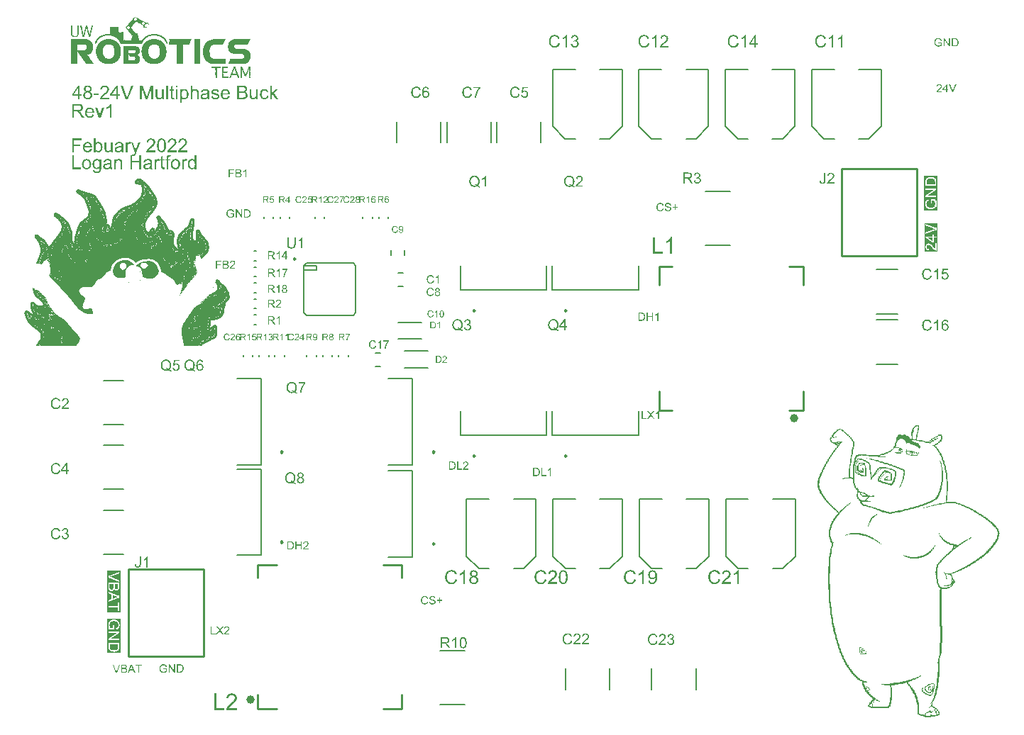
<source format=gto>
G04*
G04 #@! TF.GenerationSoftware,Altium Limited,Altium Designer,21.6.4 (81)*
G04*
G04 Layer_Color=65535*
%FSLAX25Y25*%
%MOIN*%
G70*
G04*
G04 #@! TF.SameCoordinates,9BFF0DD7-AB89-4675-BB4A-08C2DD0039C6*
G04*
G04*
G04 #@! TF.FilePolarity,Positive*
G04*
G01*
G75*
%ADD10C,0.00984*%
%ADD11C,0.03937*%
%ADD12C,0.00394*%
%ADD13C,0.01000*%
%ADD14C,0.00787*%
G36*
X-235461Y639690D02*
X-235403D01*
Y639632D01*
X-235228D01*
Y639574D01*
X-235170D01*
Y639516D01*
X-234995D01*
Y639457D01*
X-234937D01*
Y639399D01*
X-234879D01*
Y639341D01*
X-234820D01*
Y639283D01*
X-234646D01*
Y639224D01*
X-234587D01*
Y639166D01*
X-234413D01*
Y639108D01*
X-234354D01*
Y639050D01*
X-234179D01*
Y638991D01*
X-234121D01*
Y638933D01*
X-233946D01*
Y638875D01*
X-233888D01*
Y638817D01*
X-233714D01*
Y638758D01*
X-233655D01*
Y638700D01*
X-233597D01*
Y638642D01*
X-233539D01*
Y638584D01*
X-233481D01*
Y638642D01*
X-233422D01*
Y638584D01*
X-233364D01*
Y638525D01*
X-233306D01*
Y638467D01*
X-233131D01*
Y638409D01*
X-233073D01*
Y638350D01*
X-232898D01*
Y638292D01*
X-232840D01*
Y638234D01*
X-232665D01*
Y638176D01*
X-232607D01*
Y638118D01*
X-232432D01*
Y638059D01*
X-232374D01*
Y638001D01*
X-232257D01*
Y637943D01*
Y637885D01*
X-232199D01*
Y637943D01*
X-232141D01*
Y637885D01*
X-232082D01*
Y637826D01*
X-232024D01*
Y637885D01*
X-231966D01*
Y637826D01*
X-231908D01*
Y637768D01*
X-231849D01*
Y637710D01*
X-231791D01*
Y637651D01*
X-231616D01*
Y637593D01*
X-231558D01*
Y637535D01*
X-231383D01*
Y637477D01*
X-231325D01*
Y637419D01*
X-231150D01*
Y637360D01*
X-231209D01*
Y637302D01*
X-231150D01*
Y637244D01*
X-231092D01*
Y637302D01*
X-230684D01*
Y637360D01*
X-230626D01*
Y637302D01*
X-230568D01*
Y637360D01*
X-230510D01*
Y637302D01*
X-230451D01*
Y637360D01*
X-230393D01*
Y637302D01*
X-230335D01*
Y637360D01*
X-230277D01*
Y637302D01*
X-230218D01*
Y637360D01*
X-230160D01*
Y637419D01*
X-230102D01*
Y637360D01*
X-230044D01*
Y637419D01*
X-229985D01*
Y637360D01*
X-229927D01*
Y637302D01*
X-229869D01*
Y637244D01*
X-229811D01*
Y637185D01*
Y637127D01*
Y637069D01*
X-229752D01*
Y637011D01*
Y636952D01*
Y636894D01*
X-229694D01*
Y636836D01*
X-229636D01*
Y636778D01*
X-229694D01*
Y636720D01*
X-229636D01*
Y636661D01*
X-229577D01*
Y636603D01*
X-229519D01*
Y636545D01*
X-229577D01*
Y636486D01*
X-229519D01*
Y636428D01*
X-229461D01*
Y636370D01*
Y636312D01*
Y636253D01*
X-229403D01*
Y636195D01*
X-229345D01*
Y636137D01*
X-229403D01*
Y636079D01*
X-229345D01*
Y636020D01*
X-229286D01*
Y635962D01*
X-229345D01*
Y635904D01*
X-229286D01*
Y635846D01*
X-229228D01*
Y635787D01*
X-229170D01*
Y635729D01*
X-229228D01*
Y635671D01*
X-229170D01*
Y635613D01*
X-229228D01*
Y635671D01*
X-229286D01*
Y635729D01*
X-229345D01*
Y635787D01*
Y635846D01*
X-229461D01*
Y635904D01*
Y635962D01*
X-229519D01*
Y636020D01*
Y636079D01*
X-229577D01*
Y636137D01*
X-229636D01*
Y636195D01*
X-229694D01*
Y636253D01*
X-229752D01*
Y636312D01*
X-229811D01*
Y636370D01*
X-229869D01*
Y636428D01*
X-229927D01*
Y636486D01*
X-229985D01*
Y636545D01*
X-230044D01*
Y636603D01*
X-229985D01*
Y636661D01*
X-230160D01*
Y636720D01*
X-230102D01*
Y636778D01*
X-230393D01*
Y636720D01*
X-230451D01*
Y636661D01*
X-230626D01*
Y636603D01*
X-230684D01*
Y636661D01*
X-230743D01*
Y636603D01*
X-230801D01*
Y636545D01*
X-230976D01*
Y636486D01*
X-231034D01*
Y636428D01*
X-231209D01*
Y636370D01*
Y636312D01*
Y636253D01*
Y636195D01*
Y636137D01*
X-231267D01*
Y636079D01*
Y636020D01*
Y635962D01*
Y635904D01*
Y635846D01*
X-231325D01*
Y635787D01*
X-231267D01*
Y635729D01*
X-231325D01*
Y635671D01*
X-231267D01*
Y635613D01*
X-231325D01*
Y635554D01*
X-231267D01*
Y635496D01*
X-231325D01*
Y635438D01*
Y635380D01*
Y635321D01*
X-231034D01*
Y635263D01*
X-230859D01*
Y635205D01*
X-230684D01*
Y635147D01*
X-230626D01*
Y635205D01*
X-230568D01*
Y635147D01*
X-230510D01*
Y635088D01*
X-230451D01*
Y635147D01*
X-230393D01*
Y635088D01*
X-230218D01*
Y635030D01*
X-230160D01*
Y635088D01*
X-230102D01*
Y635030D01*
X-230044D01*
Y634972D01*
X-229869D01*
Y634914D01*
X-231092D01*
Y634972D01*
X-231150D01*
Y634914D01*
X-231209D01*
Y634972D01*
X-231267D01*
Y634914D01*
X-231325D01*
Y634972D01*
X-231383D01*
Y634914D01*
X-231442D01*
Y634972D01*
X-231500D01*
Y634914D01*
X-231558D01*
Y634972D01*
X-231616D01*
Y634914D01*
X-231675D01*
Y634972D01*
X-231733D01*
Y634914D01*
X-231791D01*
Y634972D01*
X-231849D01*
Y635030D01*
X-231908D01*
Y635088D01*
Y635147D01*
X-231966D01*
Y635205D01*
Y635263D01*
X-232024D01*
Y635321D01*
X-231966D01*
Y635380D01*
X-232024D01*
Y635438D01*
X-232082D01*
Y635496D01*
X-232141D01*
Y635554D01*
X-232082D01*
Y635613D01*
X-232141D01*
Y635671D01*
X-232199D01*
Y635729D01*
X-232257D01*
Y635787D01*
X-232199D01*
Y635846D01*
X-232257D01*
Y635904D01*
Y635962D01*
X-232315D01*
Y636020D01*
Y636079D01*
X-232490D01*
Y636137D01*
X-232548D01*
Y636195D01*
X-232723D01*
Y636253D01*
X-232782D01*
Y636312D01*
X-232956D01*
Y636370D01*
X-233014D01*
Y636428D01*
X-233189D01*
Y636486D01*
X-233247D01*
Y636545D01*
X-233306D01*
Y636603D01*
X-233422D01*
Y636661D01*
X-233539D01*
Y636720D01*
X-233597D01*
Y636778D01*
X-233772D01*
Y636836D01*
X-233830D01*
Y636894D01*
X-234005D01*
Y636952D01*
X-234063D01*
Y637011D01*
X-234238D01*
Y637069D01*
X-234296D01*
Y637127D01*
X-234354D01*
Y637185D01*
X-234413D01*
Y637244D01*
X-234587D01*
Y637302D01*
X-234646D01*
Y637360D01*
X-234820D01*
Y637419D01*
X-234879D01*
Y637477D01*
X-235053D01*
Y637535D01*
X-235112D01*
Y637593D01*
X-235286D01*
Y637651D01*
X-235345D01*
Y637710D01*
X-235519D01*
Y637651D01*
X-235461D01*
Y637593D01*
X-235578D01*
Y637535D01*
Y637477D01*
X-235636D01*
Y637419D01*
X-235694D01*
Y637360D01*
X-235752D01*
Y637302D01*
X-235811D01*
Y637244D01*
X-235869D01*
Y637185D01*
Y637127D01*
X-235927D01*
Y637069D01*
X-235985D01*
Y637011D01*
X-236044D01*
Y636952D01*
Y636894D01*
X-236102D01*
Y636836D01*
X-236160D01*
Y636778D01*
X-236218D01*
Y636720D01*
X-236277D01*
Y636661D01*
X-236335D01*
Y636603D01*
X-236393D01*
Y636545D01*
X-236451D01*
Y636486D01*
X-236510D01*
Y636428D01*
X-236568D01*
Y636370D01*
X-236626D01*
Y636312D01*
X-236684D01*
Y636253D01*
X-236743D01*
Y636195D01*
X-236801D01*
Y636137D01*
Y636079D01*
X-236917D01*
Y636020D01*
X-236859D01*
Y635962D01*
X-237034D01*
Y635904D01*
X-236976D01*
Y635846D01*
X-237092D01*
Y635787D01*
Y635729D01*
X-237150D01*
Y635671D01*
X-237209D01*
Y635613D01*
X-237267D01*
Y635554D01*
X-237325D01*
Y635496D01*
X-237383D01*
Y635438D01*
Y635380D01*
X-237442D01*
Y635321D01*
Y635263D01*
X-237500D01*
Y635205D01*
X-237558D01*
Y635147D01*
X-237616D01*
Y635088D01*
X-237675D01*
Y635030D01*
X-237733D01*
Y634972D01*
X-237791D01*
Y634914D01*
X-237849D01*
Y634855D01*
X-237791D01*
Y634797D01*
X-237733D01*
Y634739D01*
X-237675D01*
Y634681D01*
X-237616D01*
Y634622D01*
X-237558D01*
Y634564D01*
X-237500D01*
Y634506D01*
X-237442D01*
Y634448D01*
Y634389D01*
X-237325D01*
Y634331D01*
X-237383D01*
Y634273D01*
X-237325D01*
Y634215D01*
X-237267D01*
Y634156D01*
X-237209D01*
Y634098D01*
X-237150D01*
Y634040D01*
X-237092D01*
Y633982D01*
X-237034D01*
Y633923D01*
X-236976D01*
Y633865D01*
X-236917D01*
Y633807D01*
X-236859D01*
Y633749D01*
X-236917D01*
Y633690D01*
X-236801D01*
Y633632D01*
Y633574D01*
X-236743D01*
Y633516D01*
X-236684D01*
Y633457D01*
X-236626D01*
Y633399D01*
X-236568D01*
Y633341D01*
X-236510D01*
Y633283D01*
X-236451D01*
Y633224D01*
X-236393D01*
Y633166D01*
Y633108D01*
X-236277D01*
Y633049D01*
X-236335D01*
Y632991D01*
X-236277D01*
Y632933D01*
X-236218D01*
Y632875D01*
X-236160D01*
Y632817D01*
X-236102D01*
Y632758D01*
X-236044D01*
Y632700D01*
X-235985D01*
Y632642D01*
X-235927D01*
Y632584D01*
X-235985D01*
Y632525D01*
X-235811D01*
Y632467D01*
Y632409D01*
X-235752D01*
Y632350D01*
Y632292D01*
X-235694D01*
Y632350D01*
X-235636D01*
Y632292D01*
X-235578D01*
Y632350D01*
X-235519D01*
Y632292D01*
X-235461D01*
Y632350D01*
X-235403D01*
Y632292D01*
X-235345D01*
Y632350D01*
X-235286D01*
Y632292D01*
X-235228D01*
Y632350D01*
X-235170D01*
Y632292D01*
X-235112D01*
Y632350D01*
X-235053D01*
Y632292D01*
X-234995D01*
Y632350D01*
X-234937D01*
Y632292D01*
X-234879D01*
Y632234D01*
X-234820D01*
Y632176D01*
Y632118D01*
Y632059D01*
X-234762D01*
Y632001D01*
Y631943D01*
Y631884D01*
Y631826D01*
X-234704D01*
Y631768D01*
Y631710D01*
X-234646D01*
Y631651D01*
X-234704D01*
Y631593D01*
X-234646D01*
Y631535D01*
X-234704D01*
Y631477D01*
X-234646D01*
Y631418D01*
X-234587D01*
Y631360D01*
Y631302D01*
Y631244D01*
X-234529D01*
Y631185D01*
X-234587D01*
Y631127D01*
X-234529D01*
Y631069D01*
Y631011D01*
Y630952D01*
X-234471D01*
Y630894D01*
Y630836D01*
Y630778D01*
X-234413D01*
Y630719D01*
X-234471D01*
Y630661D01*
X-234413D01*
Y630603D01*
Y630545D01*
Y630486D01*
X-234354D01*
Y630428D01*
X-234296D01*
Y630370D01*
X-234354D01*
Y630312D01*
X-234296D01*
Y630253D01*
X-234354D01*
Y630195D01*
X-234296D01*
Y630137D01*
Y630079D01*
Y630020D01*
X-234238D01*
Y629962D01*
Y629904D01*
Y629846D01*
X-234179D01*
Y629787D01*
X-234238D01*
Y629729D01*
X-234179D01*
Y629671D01*
Y629613D01*
Y629554D01*
X-234121D01*
Y629496D01*
X-234063D01*
Y629438D01*
X-234121D01*
Y629380D01*
X-234063D01*
Y629321D01*
X-234121D01*
Y629263D01*
X-234063D01*
Y629205D01*
X-234005D01*
Y629147D01*
X-234063D01*
Y629088D01*
X-234005D01*
Y629030D01*
X-233946D01*
Y628972D01*
X-233888D01*
Y629030D01*
X-233830D01*
Y628972D01*
X-233772D01*
Y629030D01*
X-233714D01*
Y628972D01*
X-233655D01*
Y629030D01*
X-233597D01*
Y628972D01*
X-233539D01*
Y629030D01*
X-233481D01*
Y628972D01*
X-233422D01*
Y629030D01*
X-233364D01*
Y628972D01*
X-233306D01*
Y629030D01*
X-233247D01*
Y628972D01*
X-233189D01*
Y629030D01*
X-233131D01*
Y628972D01*
X-233073D01*
Y629030D01*
X-233014D01*
Y628972D01*
X-232956D01*
Y629030D01*
X-232898D01*
Y628972D01*
X-232723D01*
Y629030D01*
X-232665D01*
Y628972D01*
X-232607D01*
Y629030D01*
X-232548D01*
Y629088D01*
X-232490D01*
Y629147D01*
X-232432D01*
Y629205D01*
X-232490D01*
Y629263D01*
X-232374D01*
Y629321D01*
Y629380D01*
X-232315D01*
Y629438D01*
X-232257D01*
Y629496D01*
X-232199D01*
Y629554D01*
X-232141D01*
Y629613D01*
X-232082D01*
Y629671D01*
X-232024D01*
Y629729D01*
X-231966D01*
Y629787D01*
X-231908D01*
Y629846D01*
X-231849D01*
Y629904D01*
Y629962D01*
X-231733D01*
Y630020D01*
Y630079D01*
X-231616D01*
Y630137D01*
Y630195D01*
X-231500D01*
Y630253D01*
X-231442D01*
Y630312D01*
X-231383D01*
Y630370D01*
X-231325D01*
Y630428D01*
X-231267D01*
Y630486D01*
X-231209D01*
Y630545D01*
X-231150D01*
Y630603D01*
X-231092D01*
Y630661D01*
X-230917D01*
Y630719D01*
X-230859D01*
Y630778D01*
X-230801D01*
Y630836D01*
X-230743D01*
Y630894D01*
X-230568D01*
Y630952D01*
X-230510D01*
Y631011D01*
X-230335D01*
Y631069D01*
X-230277D01*
Y631127D01*
X-230102D01*
Y631185D01*
X-230044D01*
Y631244D01*
X-229869D01*
Y631302D01*
X-229811D01*
Y631360D01*
X-229636D01*
Y631418D01*
X-229577D01*
Y631477D01*
X-229519D01*
Y631418D01*
X-229461D01*
Y631477D01*
X-229403D01*
Y631535D01*
X-229345D01*
Y631477D01*
X-229286D01*
Y631535D01*
X-229228D01*
Y631593D01*
X-229170D01*
Y631535D01*
X-229112D01*
Y631593D01*
X-228937D01*
Y631651D01*
X-228878D01*
Y631593D01*
X-228820D01*
Y631651D01*
X-228762D01*
Y631710D01*
X-228704D01*
Y631651D01*
X-228645D01*
Y631710D01*
X-228471D01*
Y631768D01*
X-228413D01*
Y631710D01*
X-228354D01*
Y631768D01*
X-228296D01*
Y631826D01*
X-228238D01*
Y631768D01*
X-228180D01*
Y631826D01*
X-228121D01*
Y631768D01*
X-228063D01*
Y631826D01*
X-227422D01*
Y631884D01*
X-227364D01*
Y631826D01*
X-227189D01*
Y631884D01*
X-227131D01*
Y631826D01*
X-227073D01*
Y631884D01*
X-227014D01*
Y631826D01*
X-226956D01*
Y631884D01*
X-226898D01*
Y631826D01*
X-226840D01*
Y631884D01*
X-226781D01*
Y631826D01*
X-226723D01*
Y631884D01*
X-226665D01*
Y631826D01*
X-226490D01*
Y631884D01*
X-226432D01*
Y631826D01*
X-225908D01*
Y631768D01*
X-225849D01*
Y631826D01*
X-225791D01*
Y631768D01*
X-225733D01*
Y631826D01*
X-225675D01*
Y631768D01*
X-225616D01*
Y631710D01*
X-225558D01*
Y631768D01*
X-225500D01*
Y631710D01*
X-225209D01*
Y631651D01*
X-225150D01*
Y631593D01*
X-225092D01*
Y631651D01*
X-225034D01*
Y631593D01*
X-224859D01*
Y631535D01*
X-224801D01*
Y631593D01*
X-224743D01*
Y631535D01*
X-224684D01*
Y631477D01*
X-224626D01*
Y631535D01*
X-224568D01*
Y631477D01*
X-224393D01*
Y631418D01*
X-224335D01*
Y631360D01*
X-224160D01*
Y631302D01*
X-224102D01*
Y631360D01*
X-224043D01*
Y631302D01*
X-223985D01*
Y631244D01*
X-223811D01*
Y631185D01*
X-223752D01*
Y631127D01*
X-223577D01*
Y631069D01*
X-223519D01*
Y631011D01*
X-223403D01*
Y630952D01*
Y630894D01*
X-223344D01*
Y630952D01*
X-223286D01*
Y630894D01*
X-223228D01*
Y630836D01*
X-223170D01*
Y630778D01*
X-222995D01*
Y630719D01*
X-222937D01*
Y630661D01*
X-222879D01*
Y630603D01*
X-222820D01*
Y630545D01*
X-222704D01*
Y630486D01*
Y630428D01*
X-222529D01*
Y630370D01*
X-222471D01*
Y630312D01*
X-222412D01*
Y630253D01*
X-222354D01*
Y630195D01*
X-222296D01*
Y630137D01*
X-222238D01*
Y630079D01*
X-222179D01*
Y630020D01*
X-222121D01*
Y629962D01*
X-222063D01*
Y629904D01*
X-222005D01*
Y629846D01*
X-221946D01*
Y629787D01*
X-221888D01*
Y629729D01*
X-221830D01*
Y629671D01*
X-221772D01*
Y629613D01*
X-221713D01*
Y629554D01*
Y629496D01*
X-221597D01*
Y629438D01*
Y629380D01*
X-221539D01*
Y629321D01*
Y629263D01*
X-221480D01*
Y629205D01*
X-221422D01*
Y629147D01*
X-221364D01*
Y629088D01*
X-221306D01*
Y629030D01*
X-221247D01*
Y628972D01*
Y628914D01*
Y628855D01*
X-221189D01*
Y628797D01*
X-221131D01*
Y628739D01*
X-221073D01*
Y628681D01*
Y628622D01*
Y628564D01*
X-221014D01*
Y628506D01*
X-220956D01*
Y628447D01*
X-220898D01*
Y628389D01*
X-220956D01*
Y628331D01*
X-220898D01*
Y628273D01*
X-220840D01*
Y628215D01*
X-220781D01*
Y628156D01*
X-220840D01*
Y628098D01*
X-220781D01*
Y628040D01*
X-220723D01*
Y627982D01*
X-220665D01*
Y627923D01*
X-220723D01*
Y627865D01*
X-220665D01*
Y627807D01*
X-220607D01*
Y627748D01*
Y627690D01*
Y627632D01*
X-220548D01*
Y627574D01*
Y627516D01*
Y627457D01*
X-220490D01*
Y627399D01*
X-220548D01*
Y627341D01*
X-220723D01*
Y627282D01*
X-220898D01*
Y627224D01*
X-220956D01*
Y627282D01*
X-221014D01*
Y627224D01*
X-221189D01*
Y627282D01*
Y627341D01*
Y627399D01*
X-221247D01*
Y627457D01*
X-221306D01*
Y627516D01*
X-221247D01*
Y627574D01*
X-221306D01*
Y627632D01*
X-221364D01*
Y627690D01*
X-221422D01*
Y627748D01*
X-221364D01*
Y627807D01*
X-221422D01*
Y627865D01*
Y627923D01*
X-221480D01*
Y627982D01*
Y628040D01*
X-221539D01*
Y628098D01*
X-221597D01*
Y628156D01*
X-221655D01*
Y628215D01*
X-221597D01*
Y628273D01*
X-221655D01*
Y628331D01*
X-221713D01*
Y628389D01*
X-221772D01*
Y628447D01*
Y628506D01*
X-221830D01*
Y628564D01*
Y628622D01*
X-221888D01*
Y628681D01*
X-221946D01*
Y628739D01*
X-222005D01*
Y628797D01*
X-222063D01*
Y628855D01*
X-222121D01*
Y628914D01*
X-222063D01*
Y628972D01*
X-222179D01*
Y629030D01*
Y629088D01*
X-222238D01*
Y629147D01*
X-222296D01*
Y629205D01*
X-222354D01*
Y629263D01*
X-222412D01*
Y629321D01*
X-222471D01*
Y629380D01*
X-222529D01*
Y629438D01*
X-222587D01*
Y629496D01*
X-222645D01*
Y629554D01*
X-222704D01*
Y629613D01*
X-222762D01*
Y629671D01*
X-222820D01*
Y629729D01*
X-222879D01*
Y629787D01*
X-222937D01*
Y629846D01*
X-222995D01*
Y629904D01*
X-223170D01*
Y629962D01*
X-223228D01*
Y630020D01*
X-223286D01*
Y630079D01*
X-223344D01*
Y630137D01*
X-223403D01*
Y630195D01*
X-223461D01*
Y630253D01*
X-223636D01*
Y630312D01*
X-223694D01*
Y630370D01*
X-223869D01*
Y630428D01*
X-223927D01*
Y630486D01*
X-223985D01*
Y630545D01*
X-224160D01*
Y630603D01*
X-224335D01*
Y630661D01*
X-224393D01*
Y630719D01*
X-224568D01*
Y630778D01*
X-224626D01*
Y630836D01*
X-224684D01*
Y630778D01*
X-224743D01*
Y630836D01*
X-224917D01*
Y630894D01*
X-224976D01*
Y630952D01*
X-225034D01*
Y630894D01*
X-224976D01*
Y630836D01*
X-225034D01*
Y630894D01*
X-225092D01*
Y630952D01*
X-225267D01*
Y631011D01*
X-225325D01*
Y630952D01*
X-225383D01*
Y631011D01*
X-225558D01*
Y631069D01*
X-225616D01*
Y631011D01*
X-225675D01*
Y631069D01*
X-225966D01*
Y631127D01*
X-226024D01*
Y631069D01*
X-226082D01*
Y631127D01*
X-226141D01*
Y631069D01*
X-226199D01*
Y631127D01*
X-226257D01*
Y631185D01*
X-226315D01*
Y631127D01*
X-226374D01*
Y631185D01*
X-226432D01*
Y631127D01*
X-226490D01*
Y631185D01*
X-226548D01*
Y631127D01*
X-226607D01*
Y631185D01*
X-226665D01*
Y631127D01*
X-226723D01*
Y631185D01*
X-226781D01*
Y631127D01*
X-226840D01*
Y631185D01*
X-226898D01*
Y631127D01*
X-226956D01*
Y631185D01*
X-227131D01*
Y631127D01*
X-227189D01*
Y631185D01*
X-227247D01*
Y631127D01*
X-227306D01*
Y631185D01*
X-227364D01*
Y631127D01*
X-227422D01*
Y631185D01*
X-227481D01*
Y631127D01*
X-227539D01*
Y631185D01*
X-227597D01*
Y631127D01*
X-227772D01*
Y631069D01*
X-227830D01*
Y631127D01*
X-227888D01*
Y631069D01*
X-228413D01*
Y631011D01*
X-228587D01*
Y630952D01*
X-228645D01*
Y631011D01*
X-228704D01*
Y630952D01*
X-228878D01*
Y630894D01*
X-228937D01*
Y630836D01*
X-228995D01*
Y630894D01*
X-229053D01*
Y630836D01*
X-229228D01*
Y630778D01*
X-229286D01*
Y630719D01*
X-229345D01*
Y630778D01*
X-229403D01*
Y630719D01*
X-229577D01*
Y630661D01*
X-229636D01*
Y630603D01*
X-229811D01*
Y630545D01*
X-229869D01*
Y630486D01*
X-230044D01*
Y630428D01*
X-230102D01*
Y630370D01*
X-230277D01*
Y630312D01*
X-230335D01*
Y630253D01*
X-230393D01*
Y630195D01*
X-230451D01*
Y630137D01*
X-230626D01*
Y630079D01*
Y630020D01*
X-230743D01*
Y629962D01*
X-230801D01*
Y629904D01*
X-230859D01*
Y629846D01*
X-230917D01*
Y629787D01*
X-231092D01*
Y629729D01*
X-231034D01*
Y629671D01*
X-231209D01*
Y629613D01*
X-231150D01*
Y629554D01*
X-231325D01*
Y629496D01*
X-231267D01*
Y629438D01*
X-231442D01*
Y629380D01*
X-231383D01*
Y629321D01*
X-231558D01*
Y629263D01*
X-231500D01*
Y629205D01*
X-231558D01*
Y629147D01*
X-231616D01*
Y629088D01*
X-231675D01*
Y629030D01*
X-231733D01*
Y628972D01*
X-231791D01*
Y628914D01*
X-231849D01*
Y628855D01*
X-231908D01*
Y628797D01*
Y628739D01*
Y628681D01*
X-231966D01*
Y628622D01*
X-232024D01*
Y628564D01*
X-232082D01*
Y628506D01*
X-232141D01*
Y628447D01*
Y628389D01*
X-232199D01*
Y628331D01*
Y628273D01*
X-232257D01*
Y628215D01*
Y628156D01*
X-232315D01*
Y628098D01*
Y628040D01*
X-232374D01*
Y627982D01*
X-232432D01*
Y627923D01*
X-232490D01*
Y627865D01*
X-232432D01*
Y627807D01*
X-232490D01*
Y627748D01*
Y627690D01*
X-232548D01*
Y627632D01*
Y627574D01*
X-232607D01*
Y627516D01*
Y627457D01*
Y627399D01*
X-232665D01*
Y627341D01*
Y627282D01*
Y627224D01*
X-232723D01*
Y627166D01*
X-232782D01*
Y627224D01*
X-232840D01*
Y627166D01*
X-232898D01*
Y627224D01*
X-232956D01*
Y627166D01*
X-233014D01*
Y627224D01*
X-233073D01*
Y627166D01*
X-233131D01*
Y627224D01*
X-233189D01*
Y627166D01*
X-233247D01*
Y627224D01*
X-233306D01*
Y627166D01*
X-233364D01*
Y627224D01*
X-233422D01*
Y627166D01*
X-233481D01*
Y627224D01*
X-233539D01*
Y627166D01*
X-233597D01*
Y627224D01*
X-233655D01*
Y627166D01*
X-233714D01*
Y627224D01*
X-233772D01*
Y627166D01*
X-233830D01*
Y627224D01*
X-233888D01*
Y627166D01*
X-233946D01*
Y627224D01*
X-234005D01*
Y627166D01*
X-234063D01*
Y627224D01*
X-234121D01*
Y627166D01*
X-234179D01*
Y627224D01*
X-234238D01*
Y627166D01*
X-234296D01*
Y627224D01*
X-234354D01*
Y627166D01*
X-234413D01*
Y627224D01*
X-234471D01*
Y627166D01*
X-234529D01*
Y627224D01*
X-234587D01*
Y627166D01*
X-234646D01*
Y627224D01*
X-234704D01*
Y627166D01*
X-234762D01*
Y627224D01*
X-234820D01*
Y627166D01*
X-234879D01*
Y627224D01*
X-234937D01*
Y627166D01*
X-234995D01*
Y627224D01*
X-235053D01*
Y627166D01*
X-235112D01*
Y627224D01*
X-235170D01*
Y627166D01*
X-235228D01*
Y627224D01*
X-235286D01*
Y627166D01*
X-235345D01*
Y627224D01*
X-235403D01*
Y627166D01*
X-235461D01*
Y627224D01*
X-235519D01*
Y627166D01*
X-235578D01*
Y627224D01*
X-235636D01*
Y627166D01*
X-235694D01*
Y627224D01*
X-235752D01*
Y627166D01*
X-235811D01*
Y627224D01*
X-235869D01*
Y627166D01*
X-235927D01*
Y627224D01*
X-235985D01*
Y627166D01*
X-236044D01*
Y627224D01*
X-236102D01*
Y627166D01*
X-236160D01*
Y627224D01*
X-236218D01*
Y627166D01*
X-236277D01*
Y627224D01*
X-236335D01*
Y627166D01*
X-236393D01*
Y627224D01*
X-236451D01*
Y627166D01*
X-236510D01*
Y627224D01*
X-236568D01*
Y627166D01*
X-236626D01*
Y627224D01*
X-236684D01*
Y627166D01*
X-236743D01*
Y627224D01*
X-236801D01*
Y627166D01*
X-236859D01*
Y627224D01*
X-236917D01*
Y627166D01*
X-236976D01*
Y627224D01*
X-237034D01*
Y627166D01*
X-237092D01*
Y627224D01*
X-237150D01*
Y627166D01*
X-237209D01*
Y627224D01*
X-237267D01*
Y627166D01*
X-237325D01*
Y627224D01*
X-237383D01*
Y627166D01*
X-237442D01*
Y627224D01*
X-237616D01*
Y627166D01*
X-237675D01*
Y627224D01*
X-237733D01*
Y627166D01*
X-237791D01*
Y627224D01*
X-237849D01*
Y627166D01*
X-237908D01*
Y627224D01*
X-238083D01*
Y627166D01*
X-238141D01*
Y627224D01*
X-238199D01*
Y627166D01*
X-238257D01*
Y627224D01*
X-238316D01*
Y627166D01*
X-238374D01*
Y627224D01*
X-238548D01*
Y627166D01*
X-238607D01*
Y627224D01*
X-239015D01*
Y627166D01*
X-239073D01*
Y627224D01*
X-239480D01*
Y627166D01*
X-239539D01*
Y627224D01*
X-242743D01*
Y627282D01*
X-242801D01*
Y627341D01*
Y627399D01*
Y627457D01*
X-242859D01*
Y627516D01*
X-242801D01*
Y627574D01*
X-242859D01*
Y627632D01*
X-242917D01*
Y627690D01*
X-242976D01*
Y627748D01*
X-242917D01*
Y627807D01*
X-242976D01*
Y627865D01*
X-243034D01*
Y627923D01*
X-243092D01*
Y627982D01*
X-243034D01*
Y628040D01*
X-243092D01*
Y628098D01*
X-243150D01*
Y628156D01*
X-243209D01*
Y628215D01*
Y628273D01*
Y628331D01*
X-243267D01*
Y628389D01*
X-243325D01*
Y628447D01*
X-243384D01*
Y628506D01*
X-243442D01*
Y628564D01*
X-243384D01*
Y628622D01*
X-243442D01*
Y628681D01*
X-243500D01*
Y628739D01*
X-243558D01*
Y628797D01*
X-243617D01*
Y628855D01*
X-243675D01*
Y628914D01*
Y628972D01*
X-243733D01*
Y629030D01*
Y629088D01*
X-243791D01*
Y629147D01*
X-243849D01*
Y629205D01*
X-243908D01*
Y629263D01*
X-243966D01*
Y629321D01*
X-244024D01*
Y629380D01*
X-244082D01*
Y629438D01*
X-244141D01*
Y629496D01*
X-244199D01*
Y629554D01*
X-244257D01*
Y629613D01*
X-244316D01*
Y629671D01*
X-244374D01*
Y629729D01*
X-244432D01*
Y629787D01*
X-244490D01*
Y629846D01*
X-244549D01*
Y629904D01*
X-244665D01*
Y629962D01*
X-244723D01*
Y630020D01*
X-244840D01*
Y630079D01*
X-244898D01*
Y630137D01*
X-244956D01*
Y630195D01*
X-245015D01*
Y630253D01*
X-245189D01*
Y630312D01*
X-245248D01*
Y630370D01*
X-245306D01*
Y630428D01*
X-245481D01*
Y630486D01*
X-245539D01*
Y630545D01*
X-245597D01*
Y630603D01*
X-245655D01*
Y630545D01*
X-245597D01*
Y630486D01*
X-245655D01*
Y630545D01*
X-245714D01*
Y630603D01*
X-245772D01*
Y630661D01*
X-245947D01*
Y630719D01*
X-246121D01*
Y630778D01*
X-246180D01*
Y630836D01*
X-246471D01*
Y630894D01*
X-246529D01*
Y630952D01*
X-246587D01*
Y630894D01*
X-246646D01*
Y630952D01*
X-246820D01*
Y631011D01*
X-246995D01*
Y631069D01*
X-247053D01*
Y631011D01*
X-247112D01*
Y631069D01*
X-247403D01*
Y631127D01*
X-247461D01*
Y631069D01*
X-247519D01*
Y631127D01*
X-247578D01*
Y631185D01*
X-247636D01*
Y631127D01*
X-247578D01*
Y631069D01*
X-247636D01*
Y631127D01*
X-247694D01*
Y631185D01*
X-247752D01*
Y631127D01*
X-247811D01*
Y631185D01*
X-247869D01*
Y631127D01*
X-247927D01*
Y631185D01*
X-249034D01*
Y631127D01*
X-249092D01*
Y631185D01*
X-249150D01*
Y631127D01*
X-249209D01*
Y631185D01*
X-249267D01*
Y631127D01*
X-249325D01*
Y631185D01*
X-249383D01*
Y631127D01*
X-249442D01*
Y631185D01*
X-249500D01*
Y631127D01*
X-249442D01*
Y631069D01*
X-249500D01*
Y631127D01*
X-249558D01*
Y631069D01*
X-249617D01*
Y631127D01*
X-249675D01*
Y631069D01*
X-250083D01*
Y631011D01*
X-250257D01*
Y630952D01*
X-250432D01*
Y630894D01*
X-250490D01*
Y630952D01*
X-250549D01*
Y630894D01*
X-250607D01*
Y630836D01*
X-250665D01*
Y630894D01*
X-250723D01*
Y630836D01*
X-250782D01*
Y630778D01*
X-250840D01*
Y630836D01*
X-250898D01*
Y630778D01*
X-250956D01*
Y630719D01*
X-251131D01*
Y630661D01*
X-251189D01*
Y630603D01*
X-251248D01*
Y630661D01*
X-251306D01*
Y630603D01*
X-251364D01*
Y630545D01*
X-251422D01*
Y630603D01*
X-251481D01*
Y630545D01*
X-251422D01*
Y630486D01*
X-251481D01*
Y630545D01*
X-251539D01*
Y630486D01*
X-251597D01*
Y630428D01*
X-251714D01*
Y630370D01*
X-251830D01*
Y630312D01*
X-251888D01*
Y630253D01*
X-252063D01*
Y630195D01*
X-252121D01*
Y630137D01*
X-252180D01*
Y630079D01*
X-252238D01*
Y630020D01*
X-252296D01*
Y629962D01*
X-252354D01*
Y629904D01*
X-252529D01*
Y629846D01*
X-252587D01*
Y629787D01*
X-252646D01*
Y629729D01*
X-252704D01*
Y629671D01*
X-252762D01*
Y629613D01*
X-252820D01*
Y629554D01*
X-252879D01*
Y629496D01*
X-252937D01*
Y629438D01*
X-252995D01*
Y629380D01*
X-253053D01*
Y629321D01*
X-253112D01*
Y629263D01*
Y629205D01*
X-253228D01*
Y629147D01*
Y629088D01*
X-253287D01*
Y629030D01*
Y628972D01*
X-253345D01*
Y628914D01*
X-253403D01*
Y628855D01*
X-253461D01*
Y628797D01*
X-253520D01*
Y628739D01*
X-253578D01*
Y628681D01*
X-253520D01*
Y628622D01*
X-253636D01*
Y628564D01*
Y628506D01*
X-253694D01*
Y628447D01*
X-253752D01*
Y628389D01*
X-253811D01*
Y628331D01*
X-253752D01*
Y628273D01*
X-253811D01*
Y628215D01*
X-253869D01*
Y628156D01*
X-253927D01*
Y628098D01*
X-253869D01*
Y628040D01*
X-253927D01*
Y627982D01*
X-253986D01*
Y627923D01*
X-254044D01*
Y627865D01*
Y627807D01*
Y627748D01*
X-254102D01*
Y627690D01*
X-254160D01*
Y627632D01*
X-254102D01*
Y627574D01*
X-254160D01*
Y627516D01*
X-254219D01*
Y627457D01*
Y627399D01*
Y627341D01*
X-254277D01*
Y627282D01*
X-254219D01*
Y627224D01*
X-254393D01*
Y627282D01*
X-254451D01*
Y627224D01*
X-254510D01*
Y627282D01*
X-254568D01*
Y627341D01*
X-254859D01*
Y627399D01*
X-254918D01*
Y627457D01*
X-254976D01*
Y627516D01*
X-254918D01*
Y627574D01*
X-254859D01*
Y627632D01*
X-254801D01*
Y627690D01*
X-254859D01*
Y627748D01*
X-254801D01*
Y627807D01*
X-254859D01*
Y627865D01*
X-254801D01*
Y627923D01*
X-254743D01*
Y627982D01*
X-254685D01*
Y628040D01*
X-254743D01*
Y628098D01*
X-254685D01*
Y628156D01*
X-254626D01*
Y628215D01*
Y628273D01*
Y628331D01*
X-254568D01*
Y628389D01*
X-254510D01*
Y628447D01*
X-254451D01*
Y628506D01*
X-254510D01*
Y628564D01*
X-254451D01*
Y628622D01*
X-254393D01*
Y628681D01*
X-254335D01*
Y628739D01*
X-254393D01*
Y628797D01*
X-254277D01*
Y628855D01*
Y628914D01*
X-254219D01*
Y628972D01*
X-254160D01*
Y629030D01*
X-254102D01*
Y629088D01*
Y629147D01*
Y629205D01*
X-254044D01*
Y629263D01*
X-253986D01*
Y629321D01*
X-253927D01*
Y629380D01*
X-253869D01*
Y629438D01*
Y629496D01*
X-253752D01*
Y629554D01*
X-253811D01*
Y629613D01*
X-253694D01*
Y629671D01*
Y629729D01*
X-253636D01*
Y629787D01*
X-253578D01*
Y629846D01*
X-253520D01*
Y629904D01*
X-253461D01*
Y629962D01*
X-253403D01*
Y630020D01*
X-253345D01*
Y630079D01*
X-253287D01*
Y630137D01*
X-253228D01*
Y630195D01*
X-253170D01*
Y630253D01*
X-253112D01*
Y630312D01*
X-252995D01*
Y630370D01*
Y630428D01*
X-252820D01*
Y630486D01*
X-252762D01*
Y630545D01*
X-252704D01*
Y630603D01*
X-252646D01*
Y630661D01*
X-252587D01*
Y630719D01*
X-252529D01*
Y630661D01*
X-252471D01*
Y630719D01*
X-252529D01*
Y630778D01*
X-252354D01*
Y630836D01*
X-252296D01*
Y630894D01*
X-252238D01*
Y630952D01*
X-252180D01*
Y631011D01*
X-252005D01*
Y631069D01*
X-251947D01*
Y631127D01*
X-251772D01*
Y631185D01*
X-251714D01*
Y631244D01*
X-251539D01*
Y631302D01*
X-251481D01*
Y631360D01*
X-251422D01*
Y631302D01*
X-251364D01*
Y631360D01*
X-251306D01*
Y631418D01*
X-251248D01*
Y631360D01*
X-251189D01*
Y631418D01*
X-251131D01*
Y631477D01*
X-250956D01*
Y631535D01*
X-250898D01*
Y631593D01*
X-250840D01*
Y631535D01*
X-250782D01*
Y631593D01*
X-250607D01*
Y631651D01*
X-250549D01*
Y631593D01*
X-250490D01*
Y631651D01*
X-250432D01*
Y631710D01*
X-250374D01*
Y631651D01*
X-250316D01*
Y631710D01*
X-250141D01*
Y631768D01*
X-250083D01*
Y631710D01*
X-250024D01*
Y631768D01*
X-249966D01*
Y631826D01*
X-249908D01*
Y631768D01*
X-249733D01*
Y631826D01*
X-249325D01*
Y631884D01*
X-249267D01*
Y631826D01*
X-249209D01*
Y631884D01*
X-249150D01*
Y631826D01*
X-249092D01*
Y631884D01*
X-249034D01*
Y631826D01*
X-248976D01*
Y631884D01*
X-248801D01*
Y631826D01*
X-248743D01*
Y631884D01*
X-248568D01*
Y631826D01*
X-248510D01*
Y631884D01*
X-248335D01*
Y631826D01*
X-248277D01*
Y631884D01*
X-248102D01*
Y631826D01*
X-248044D01*
Y631884D01*
X-247986D01*
Y631826D01*
X-247927D01*
Y631884D01*
X-247869D01*
Y631826D01*
X-247694D01*
Y631884D01*
Y631943D01*
Y632001D01*
X-247636D01*
Y632059D01*
X-247694D01*
Y632118D01*
Y632176D01*
Y632234D01*
X-247636D01*
Y632292D01*
X-247694D01*
Y632350D01*
X-247636D01*
Y632409D01*
Y632467D01*
Y632525D01*
Y632584D01*
Y632642D01*
Y632700D01*
Y632758D01*
Y632817D01*
Y632875D01*
Y632933D01*
Y632991D01*
X-247578D01*
Y633049D01*
X-247636D01*
Y633108D01*
Y633166D01*
Y633224D01*
Y633283D01*
Y633341D01*
Y633399D01*
Y633457D01*
X-247578D01*
Y633516D01*
X-247636D01*
Y633574D01*
X-247578D01*
Y633632D01*
X-247636D01*
Y633690D01*
X-247578D01*
Y633749D01*
X-247636D01*
Y633807D01*
X-247578D01*
Y633865D01*
X-247636D01*
Y633923D01*
X-247578D01*
Y633982D01*
X-247636D01*
Y634040D01*
X-247578D01*
Y634098D01*
X-247636D01*
Y634156D01*
X-247578D01*
Y634215D01*
X-247636D01*
Y634273D01*
X-247578D01*
Y634331D01*
X-247636D01*
Y634389D01*
X-247578D01*
Y634448D01*
X-247636D01*
Y634506D01*
X-247578D01*
Y634564D01*
X-247636D01*
Y634622D01*
X-247578D01*
Y634681D01*
X-247636D01*
Y634739D01*
X-247578D01*
Y634797D01*
X-247636D01*
Y634855D01*
X-247578D01*
Y634914D01*
Y634972D01*
Y635030D01*
Y635088D01*
Y635147D01*
X-247519D01*
Y635088D01*
X-247461D01*
Y635147D01*
X-247403D01*
Y635088D01*
X-247345D01*
Y635147D01*
X-247286D01*
Y635088D01*
X-247228D01*
Y635147D01*
X-247170D01*
Y635088D01*
X-247112D01*
Y635147D01*
X-247053D01*
Y635088D01*
X-246995D01*
Y635147D01*
X-246937D01*
Y635088D01*
X-246879D01*
Y635147D01*
X-246820D01*
Y635088D01*
X-246762D01*
Y635147D01*
X-246704D01*
Y635088D01*
X-246646D01*
Y635147D01*
X-246587D01*
Y635088D01*
X-246529D01*
Y635147D01*
X-246471D01*
Y635088D01*
X-246413D01*
Y635147D01*
X-246354D01*
Y635088D01*
X-246296D01*
Y635147D01*
X-246238D01*
Y635088D01*
X-246180D01*
Y635147D01*
X-246121D01*
Y635088D01*
X-246063D01*
Y635147D01*
X-246005D01*
Y635088D01*
X-245947D01*
Y635147D01*
X-245888D01*
Y635088D01*
X-245830D01*
Y635147D01*
X-245772D01*
Y635088D01*
X-245714D01*
Y635147D01*
X-245655D01*
Y635088D01*
X-245597D01*
Y635147D01*
X-245539D01*
Y635088D01*
X-245481D01*
Y635147D01*
X-245422D01*
Y635088D01*
X-245364D01*
Y635147D01*
X-245306D01*
Y635088D01*
X-245248D01*
Y635147D01*
X-245189D01*
Y635205D01*
X-245131D01*
Y635147D01*
X-245073D01*
Y635088D01*
X-245015D01*
Y635147D01*
X-244956D01*
Y635205D01*
X-244898D01*
Y635147D01*
X-244840D01*
Y635088D01*
X-244782D01*
Y635147D01*
X-244723D01*
Y635205D01*
X-244665D01*
Y635147D01*
X-244607D01*
Y635088D01*
X-244549D01*
Y635147D01*
X-244490D01*
Y635205D01*
X-244432D01*
Y635147D01*
X-244374D01*
Y635205D01*
X-244316D01*
Y635147D01*
X-244257D01*
Y635205D01*
X-244199D01*
Y635147D01*
X-244141D01*
Y635205D01*
X-244082D01*
Y635147D01*
X-244024D01*
Y635205D01*
X-243966D01*
Y635147D01*
X-243908D01*
Y635205D01*
X-243849D01*
Y635147D01*
X-243791D01*
Y635205D01*
X-243733D01*
Y635147D01*
X-243675D01*
Y635205D01*
X-243617D01*
Y635147D01*
Y635088D01*
Y635030D01*
Y634972D01*
Y634914D01*
Y634855D01*
Y634797D01*
Y634739D01*
Y634681D01*
Y634622D01*
Y634564D01*
X-243558D01*
Y634506D01*
X-243617D01*
Y634448D01*
Y634389D01*
Y634331D01*
X-243558D01*
Y634273D01*
X-243617D01*
Y634215D01*
X-243558D01*
Y634156D01*
Y634098D01*
Y634040D01*
X-243617D01*
Y633982D01*
X-243558D01*
Y633923D01*
Y633865D01*
Y633807D01*
Y633749D01*
Y633690D01*
Y633632D01*
Y633574D01*
Y633516D01*
Y633457D01*
Y633399D01*
Y633341D01*
Y633283D01*
Y633224D01*
Y633166D01*
Y633108D01*
Y633049D01*
Y632991D01*
Y632933D01*
Y632875D01*
Y632817D01*
Y632758D01*
X-243500D01*
Y632700D01*
X-243442D01*
Y632758D01*
X-243384D01*
Y632700D01*
X-243325D01*
Y632758D01*
X-243267D01*
Y632700D01*
X-243209D01*
Y632758D01*
X-243150D01*
Y632700D01*
X-243092D01*
Y632758D01*
X-243034D01*
Y632700D01*
X-242976D01*
Y632758D01*
X-242917D01*
Y632700D01*
X-242859D01*
Y632758D01*
X-242801D01*
Y632700D01*
X-242743D01*
Y632758D01*
X-242685D01*
Y632700D01*
X-242626D01*
Y632758D01*
X-242568D01*
Y632700D01*
X-242510D01*
Y632758D01*
X-241286D01*
Y632700D01*
Y632642D01*
Y632584D01*
X-241345D01*
Y632525D01*
X-241286D01*
Y632467D01*
Y632409D01*
Y632350D01*
X-241345D01*
Y632292D01*
X-241286D01*
Y632234D01*
Y632176D01*
Y632118D01*
X-241345D01*
Y632059D01*
X-241286D01*
Y632001D01*
Y631943D01*
Y631884D01*
X-241345D01*
Y631826D01*
X-241286D01*
Y631768D01*
Y631710D01*
Y631651D01*
X-241345D01*
Y631593D01*
X-241286D01*
Y631535D01*
Y631477D01*
Y631418D01*
X-241345D01*
Y631360D01*
X-241286D01*
Y631302D01*
Y631244D01*
Y631185D01*
X-241345D01*
Y631127D01*
X-241286D01*
Y631069D01*
Y631011D01*
Y630952D01*
X-241345D01*
Y630894D01*
X-241286D01*
Y630836D01*
Y630778D01*
Y630719D01*
X-241345D01*
Y630661D01*
X-241286D01*
Y630603D01*
Y630545D01*
Y630486D01*
X-241345D01*
Y630428D01*
X-241286D01*
Y630370D01*
Y630312D01*
Y630253D01*
X-241345D01*
Y630195D01*
X-241286D01*
Y630137D01*
Y630079D01*
Y630020D01*
X-241345D01*
Y629962D01*
X-241286D01*
Y629904D01*
Y629846D01*
Y629787D01*
X-241345D01*
Y629729D01*
X-241286D01*
Y629671D01*
Y629613D01*
Y629554D01*
X-241345D01*
Y629496D01*
X-241286D01*
Y629438D01*
Y629380D01*
Y629321D01*
X-241345D01*
Y629263D01*
X-241286D01*
Y629205D01*
Y629147D01*
Y629088D01*
X-241228D01*
Y629030D01*
X-241170D01*
Y629088D01*
X-241112D01*
Y629030D01*
X-241053D01*
Y629088D01*
X-240995D01*
Y629030D01*
X-240937D01*
Y629088D01*
X-240879D01*
Y629030D01*
X-240820D01*
Y629088D01*
X-240762D01*
Y629030D01*
X-240704D01*
Y629088D01*
X-240646D01*
Y629030D01*
X-240471D01*
Y629088D01*
X-240413D01*
Y629030D01*
X-237733D01*
Y629088D01*
Y629147D01*
X-237675D01*
Y629205D01*
X-237733D01*
Y629263D01*
X-237675D01*
Y629321D01*
Y629380D01*
Y629438D01*
X-237616D01*
Y629496D01*
X-237558D01*
Y629554D01*
X-237616D01*
Y629613D01*
X-237558D01*
Y629671D01*
X-237616D01*
Y629729D01*
X-237558D01*
Y629787D01*
X-237500D01*
Y629846D01*
X-237558D01*
Y629904D01*
X-237500D01*
Y629962D01*
X-237442D01*
Y630020D01*
X-237500D01*
Y630079D01*
X-237442D01*
Y630137D01*
Y630195D01*
Y630253D01*
X-237383D01*
Y630312D01*
Y630370D01*
Y630428D01*
X-237325D01*
Y630486D01*
X-237383D01*
Y630545D01*
X-237325D01*
Y630603D01*
Y630661D01*
X-237267D01*
Y630719D01*
Y630778D01*
X-237209D01*
Y630836D01*
X-237267D01*
Y630894D01*
X-237209D01*
Y630952D01*
X-237267D01*
Y631011D01*
X-237209D01*
Y631069D01*
X-237383D01*
Y631127D01*
X-237325D01*
Y631185D01*
X-237383D01*
Y631244D01*
X-237442D01*
Y631302D01*
X-237500D01*
Y631360D01*
X-237558D01*
Y631418D01*
X-237616D01*
Y631477D01*
X-237675D01*
Y631535D01*
X-237733D01*
Y631593D01*
Y631651D01*
X-237791D01*
Y631710D01*
X-237849D01*
Y631768D01*
Y631826D01*
X-237908D01*
Y631884D01*
X-237966D01*
Y631943D01*
X-238024D01*
Y632001D01*
X-238083D01*
Y632059D01*
X-238141D01*
Y632118D01*
X-238199D01*
Y632176D01*
X-238257D01*
Y632234D01*
X-238316D01*
Y632292D01*
Y632350D01*
X-238374D01*
Y632409D01*
Y632467D01*
X-238490D01*
Y632525D01*
Y632584D01*
X-238548D01*
Y632642D01*
X-238607D01*
Y632700D01*
X-238665D01*
Y632758D01*
X-238723D01*
Y632817D01*
X-238781D01*
Y632875D01*
X-238840D01*
Y632933D01*
X-238898D01*
Y632991D01*
Y633049D01*
X-238956D01*
Y633108D01*
Y633166D01*
X-239015D01*
Y633224D01*
X-239073D01*
Y633283D01*
X-239131D01*
Y633341D01*
X-239189D01*
Y633399D01*
X-239247D01*
Y633457D01*
X-239306D01*
Y633516D01*
X-239364D01*
Y633574D01*
X-239422D01*
Y633632D01*
X-239480D01*
Y633690D01*
X-239422D01*
Y633749D01*
X-239539D01*
Y633807D01*
Y633865D01*
X-239597D01*
Y633923D01*
X-239655D01*
Y633982D01*
X-239714D01*
Y634040D01*
X-239772D01*
Y634098D01*
X-239830D01*
Y634156D01*
X-239888D01*
Y634215D01*
X-239947D01*
Y634273D01*
Y634331D01*
X-240063D01*
Y634389D01*
X-240005D01*
Y634448D01*
X-240063D01*
Y634506D01*
X-240121D01*
Y634564D01*
X-240180D01*
Y634622D01*
Y634681D01*
Y634739D01*
X-240238D01*
Y634797D01*
Y634855D01*
Y634914D01*
Y634972D01*
Y635030D01*
Y635088D01*
X-240180D01*
Y635147D01*
Y635205D01*
X-240121D01*
Y635263D01*
X-240180D01*
Y635321D01*
X-240121D01*
Y635380D01*
X-240063D01*
Y635438D01*
X-240005D01*
Y635496D01*
X-239947D01*
Y635554D01*
X-239888D01*
Y635613D01*
X-239830D01*
Y635671D01*
X-239772D01*
Y635729D01*
X-239714D01*
Y635787D01*
X-239655D01*
Y635846D01*
X-239597D01*
Y635904D01*
X-239539D01*
Y635962D01*
X-239480D01*
Y636020D01*
X-239422D01*
Y636079D01*
X-239364D01*
Y636137D01*
X-239306D01*
Y636195D01*
Y636253D01*
X-239189D01*
Y636312D01*
X-239247D01*
Y636370D01*
X-239189D01*
Y636428D01*
X-239131D01*
Y636486D01*
X-239073D01*
Y636545D01*
X-239015D01*
Y636603D01*
X-238956D01*
Y636661D01*
X-238898D01*
Y636720D01*
X-238840D01*
Y636778D01*
X-238781D01*
Y636836D01*
X-238723D01*
Y636894D01*
X-238781D01*
Y636952D01*
X-238665D01*
Y637011D01*
Y637069D01*
X-238548D01*
Y637127D01*
Y637185D01*
X-238490D01*
Y637244D01*
X-238432D01*
Y637302D01*
X-238374D01*
Y637360D01*
X-238316D01*
Y637419D01*
X-238257D01*
Y637477D01*
X-238199D01*
Y637535D01*
X-238141D01*
Y637593D01*
Y637651D01*
X-238024D01*
Y637710D01*
Y637768D01*
X-237966D01*
Y637826D01*
Y637885D01*
X-237908D01*
Y637943D01*
X-237849D01*
Y638001D01*
X-237791D01*
Y638059D01*
X-237733D01*
Y638118D01*
X-237675D01*
Y638176D01*
X-237616D01*
Y638234D01*
X-237558D01*
Y638292D01*
X-237500D01*
Y638350D01*
X-237442D01*
Y638409D01*
Y638467D01*
X-237383D01*
Y638525D01*
Y638584D01*
X-237267D01*
Y638642D01*
Y638700D01*
X-237209D01*
Y638758D01*
X-237150D01*
Y638817D01*
X-237092D01*
Y638875D01*
X-237034D01*
Y638933D01*
X-236976D01*
Y638991D01*
X-236917D01*
Y639050D01*
X-236859D01*
Y639108D01*
X-236801D01*
Y639166D01*
X-236743D01*
Y639224D01*
Y639283D01*
X-236626D01*
Y639341D01*
X-236684D01*
Y639399D01*
X-236626D01*
Y639457D01*
X-236568D01*
Y639516D01*
X-236510D01*
Y639574D01*
X-236451D01*
Y639516D01*
X-236393D01*
Y639574D01*
X-236335D01*
Y639632D01*
X-236160D01*
Y639690D01*
X-236102D01*
Y639749D01*
X-236044D01*
Y639690D01*
X-235985D01*
Y639749D01*
X-235578D01*
Y639690D01*
X-235519D01*
Y639749D01*
X-235461D01*
Y639690D01*
D02*
G37*
G36*
X-255733Y635729D02*
X-255791D01*
Y635671D01*
Y635613D01*
Y635554D01*
X-255733D01*
Y635496D01*
X-255791D01*
Y635554D01*
X-255850D01*
Y635496D01*
X-255791D01*
Y635438D01*
X-255850D01*
Y635380D01*
Y635321D01*
Y635263D01*
X-255908D01*
Y635205D01*
X-255850D01*
Y635147D01*
X-255908D01*
Y635088D01*
Y635030D01*
Y634972D01*
X-255966D01*
Y634914D01*
Y634855D01*
Y634797D01*
X-256024D01*
Y634739D01*
X-255966D01*
Y634681D01*
X-256024D01*
Y634622D01*
X-255966D01*
Y634564D01*
X-256024D01*
Y634506D01*
X-256083D01*
Y634448D01*
X-256024D01*
Y634389D01*
X-256083D01*
Y634331D01*
X-256141D01*
Y634273D01*
X-256083D01*
Y634215D01*
X-256141D01*
Y634156D01*
X-256083D01*
Y634098D01*
X-256141D01*
Y634040D01*
X-256199D01*
Y633982D01*
X-256141D01*
Y633923D01*
X-256199D01*
Y633865D01*
Y633807D01*
Y633749D01*
X-256257D01*
Y633690D01*
X-256199D01*
Y633632D01*
X-256257D01*
Y633574D01*
Y633516D01*
Y633457D01*
X-256316D01*
Y633399D01*
Y633341D01*
Y633283D01*
X-256374D01*
Y633224D01*
X-256316D01*
Y633166D01*
X-256374D01*
Y633108D01*
Y633049D01*
Y632991D01*
X-256432D01*
Y632933D01*
X-256374D01*
Y632875D01*
X-256432D01*
Y632817D01*
X-256490D01*
Y632758D01*
X-256432D01*
Y632700D01*
X-256490D01*
Y632642D01*
X-256432D01*
Y632584D01*
X-256490D01*
Y632525D01*
X-256549D01*
Y632467D01*
X-256490D01*
Y632409D01*
X-256549D01*
Y632350D01*
Y632292D01*
Y632234D01*
X-256607D01*
Y632176D01*
X-256549D01*
Y632118D01*
X-256607D01*
Y632059D01*
Y632001D01*
Y631943D01*
X-256665D01*
Y631884D01*
X-256723D01*
Y631826D01*
X-256665D01*
Y631768D01*
X-256723D01*
Y631710D01*
X-256665D01*
Y631651D01*
X-256723D01*
Y631593D01*
X-256665D01*
Y631535D01*
X-256723D01*
Y631477D01*
X-256782D01*
Y631418D01*
X-256723D01*
Y631360D01*
X-256782D01*
Y631302D01*
X-256840D01*
Y631244D01*
X-256782D01*
Y631185D01*
X-256840D01*
Y631127D01*
X-256782D01*
Y631069D01*
X-256840D01*
Y631011D01*
Y630952D01*
X-256898D01*
Y630894D01*
Y630836D01*
Y630778D01*
Y630719D01*
X-256956D01*
Y630661D01*
X-256898D01*
Y630603D01*
X-256956D01*
Y630545D01*
X-257015D01*
Y630603D01*
X-257073D01*
Y630545D01*
X-257131D01*
Y630603D01*
X-257189D01*
Y630545D01*
X-257248D01*
Y630603D01*
X-257306D01*
Y630545D01*
X-257364D01*
Y630603D01*
X-257422D01*
Y630545D01*
X-257481D01*
Y630603D01*
X-257539D01*
Y630545D01*
X-257597D01*
Y630603D01*
X-257656D01*
Y630661D01*
X-257714D01*
Y630719D01*
X-257656D01*
Y630778D01*
X-257714D01*
Y630836D01*
Y630894D01*
Y630952D01*
X-257772D01*
Y631011D01*
X-257714D01*
Y631069D01*
X-257772D01*
Y631127D01*
Y631185D01*
Y631244D01*
X-257830D01*
Y631302D01*
X-257889D01*
Y631360D01*
X-257830D01*
Y631418D01*
X-257889D01*
Y631477D01*
Y631535D01*
Y631593D01*
X-257947D01*
Y631651D01*
Y631710D01*
Y631768D01*
X-258005D01*
Y631826D01*
X-257947D01*
Y631884D01*
X-258005D01*
Y631943D01*
X-257947D01*
Y632001D01*
X-258005D01*
Y632059D01*
X-258063D01*
Y632118D01*
Y632176D01*
Y632234D01*
X-258121D01*
Y632292D01*
X-258063D01*
Y632350D01*
X-258121D01*
Y632409D01*
Y632467D01*
Y632525D01*
X-258180D01*
Y632584D01*
Y632642D01*
Y632700D01*
X-258238D01*
Y632758D01*
X-258180D01*
Y632817D01*
X-258238D01*
Y632875D01*
Y632933D01*
Y632991D01*
X-258296D01*
Y633049D01*
Y633108D01*
Y633166D01*
X-258354D01*
Y633224D01*
X-258296D01*
Y633283D01*
X-258354D01*
Y633341D01*
Y633399D01*
Y633457D01*
X-258413D01*
Y633516D01*
Y633574D01*
Y633632D01*
X-258471D01*
Y633690D01*
X-258413D01*
Y633749D01*
X-258471D01*
Y633807D01*
Y633865D01*
X-258529D01*
Y633923D01*
Y633982D01*
Y634040D01*
Y634098D01*
X-258588D01*
Y634156D01*
X-258529D01*
Y634215D01*
X-258588D01*
Y634273D01*
X-258646D01*
Y634331D01*
X-258588D01*
Y634389D01*
X-258646D01*
Y634448D01*
Y634506D01*
Y634564D01*
X-258704D01*
Y634622D01*
X-258646D01*
Y634681D01*
X-258704D01*
Y634739D01*
X-258646D01*
Y634797D01*
X-258704D01*
Y634855D01*
Y634914D01*
X-258821D01*
Y634855D01*
X-258762D01*
Y634797D01*
X-258821D01*
Y634739D01*
X-258762D01*
Y634681D01*
X-258821D01*
Y634622D01*
Y634564D01*
Y634506D01*
X-258879D01*
Y634448D01*
X-258821D01*
Y634389D01*
X-258879D01*
Y634331D01*
X-258937D01*
Y634273D01*
X-258879D01*
Y634215D01*
X-258937D01*
Y634156D01*
X-258879D01*
Y634098D01*
X-258937D01*
Y634040D01*
X-258995D01*
Y633982D01*
X-258937D01*
Y633923D01*
X-258995D01*
Y633865D01*
Y633807D01*
Y633749D01*
X-259053D01*
Y633690D01*
X-258995D01*
Y633632D01*
X-259053D01*
Y633574D01*
Y633516D01*
X-259112D01*
Y633457D01*
Y633399D01*
X-259170D01*
Y633341D01*
X-259112D01*
Y633283D01*
X-259170D01*
Y633224D01*
Y633166D01*
Y633108D01*
X-259228D01*
Y633049D01*
Y632991D01*
Y632933D01*
Y632875D01*
Y632817D01*
X-259286D01*
Y632758D01*
X-259228D01*
Y632700D01*
X-259286D01*
Y632642D01*
X-259345D01*
Y632584D01*
Y632525D01*
Y632467D01*
X-259403D01*
Y632409D01*
X-259345D01*
Y632350D01*
X-259403D01*
Y632292D01*
Y632234D01*
Y632176D01*
X-259461D01*
Y632118D01*
X-259520D01*
Y632059D01*
X-259461D01*
Y632001D01*
X-259520D01*
Y631943D01*
X-259461D01*
Y631884D01*
X-259520D01*
Y631826D01*
X-259461D01*
Y631768D01*
X-259520D01*
Y631710D01*
X-259578D01*
Y631651D01*
Y631593D01*
Y631535D01*
X-259636D01*
Y631477D01*
X-259578D01*
Y631418D01*
X-259636D01*
Y631360D01*
Y631302D01*
Y631244D01*
X-259694D01*
Y631185D01*
X-259753D01*
Y631127D01*
X-259694D01*
Y631069D01*
X-259753D01*
Y631011D01*
Y630952D01*
Y630894D01*
X-259811D01*
Y630836D01*
Y630778D01*
Y630719D01*
X-259869D01*
Y630661D01*
X-259811D01*
Y630603D01*
X-259869D01*
Y630545D01*
X-259927D01*
Y630603D01*
X-259986D01*
Y630545D01*
X-260044D01*
Y630603D01*
X-260102D01*
Y630545D01*
X-260160D01*
Y630603D01*
X-260219D01*
Y630545D01*
X-260277D01*
Y630603D01*
X-260335D01*
Y630545D01*
X-260393D01*
Y630603D01*
X-260452D01*
Y630545D01*
X-260510D01*
Y630603D01*
X-260568D01*
Y630661D01*
Y630719D01*
Y630778D01*
X-260626D01*
Y630836D01*
Y630894D01*
Y630952D01*
X-260685D01*
Y631011D01*
X-260626D01*
Y631069D01*
X-260685D01*
Y631127D01*
X-260626D01*
Y631185D01*
X-260685D01*
Y631244D01*
Y631302D01*
Y631360D01*
X-260743D01*
Y631418D01*
X-260801D01*
Y631477D01*
X-260743D01*
Y631535D01*
X-260801D01*
Y631593D01*
X-260743D01*
Y631651D01*
X-260801D01*
Y631710D01*
Y631768D01*
Y631826D01*
X-260859D01*
Y631884D01*
Y631943D01*
Y632001D01*
X-260918D01*
Y632059D01*
X-260859D01*
Y632118D01*
X-260918D01*
Y632176D01*
Y632234D01*
Y632292D01*
X-260976D01*
Y632350D01*
Y632409D01*
Y632467D01*
X-261034D01*
Y632525D01*
X-260976D01*
Y632584D01*
X-261034D01*
Y632642D01*
X-260976D01*
Y632700D01*
X-261034D01*
Y632758D01*
Y632817D01*
Y632875D01*
X-261092D01*
Y632933D01*
X-261151D01*
Y632991D01*
X-261092D01*
Y633049D01*
X-261151D01*
Y633108D01*
X-261092D01*
Y633166D01*
X-261151D01*
Y633224D01*
X-261092D01*
Y633283D01*
X-261151D01*
Y633341D01*
Y633399D01*
X-261209D01*
Y633457D01*
Y633516D01*
X-261267D01*
Y633574D01*
X-261209D01*
Y633632D01*
X-261267D01*
Y633690D01*
X-261209D01*
Y633749D01*
X-261267D01*
Y633807D01*
Y633865D01*
X-261325D01*
Y633923D01*
Y633982D01*
Y634040D01*
Y634098D01*
X-261384D01*
Y634156D01*
X-261325D01*
Y634215D01*
X-261384D01*
Y634273D01*
Y634331D01*
Y634389D01*
X-261442D01*
Y634448D01*
Y634506D01*
Y634564D01*
Y634622D01*
Y634681D01*
X-261500D01*
Y634739D01*
X-261442D01*
Y634797D01*
X-261500D01*
Y634855D01*
Y634914D01*
Y634972D01*
X-261558D01*
Y635030D01*
X-261617D01*
Y635088D01*
X-261558D01*
Y635147D01*
X-261617D01*
Y635205D01*
X-261558D01*
Y635263D01*
X-261617D01*
Y635321D01*
X-261558D01*
Y635380D01*
X-261617D01*
Y635438D01*
X-261675D01*
Y635496D01*
Y635554D01*
Y635613D01*
X-261733D01*
Y635671D01*
X-261675D01*
Y635729D01*
X-261733D01*
Y635787D01*
X-261209D01*
Y635729D01*
X-261151D01*
Y635787D01*
X-261092D01*
Y635729D01*
X-261034D01*
Y635671D01*
Y635613D01*
Y635554D01*
X-260976D01*
Y635496D01*
X-261034D01*
Y635438D01*
X-260976D01*
Y635380D01*
Y635321D01*
Y635263D01*
Y635205D01*
X-260918D01*
Y635147D01*
Y635088D01*
X-260859D01*
Y635030D01*
X-260918D01*
Y634972D01*
X-260859D01*
Y634914D01*
X-260918D01*
Y634855D01*
X-260859D01*
Y634797D01*
Y634739D01*
Y634681D01*
X-260801D01*
Y634622D01*
Y634564D01*
Y634506D01*
X-260743D01*
Y634448D01*
X-260801D01*
Y634389D01*
X-260743D01*
Y634331D01*
X-260801D01*
Y634273D01*
X-260743D01*
Y634215D01*
X-260685D01*
Y634156D01*
Y634098D01*
Y634040D01*
Y633982D01*
Y633923D01*
X-260626D01*
Y633865D01*
X-260685D01*
Y633807D01*
X-260626D01*
Y633749D01*
Y633690D01*
Y633632D01*
X-260568D01*
Y633574D01*
Y633516D01*
Y633457D01*
X-260510D01*
Y633399D01*
X-260568D01*
Y633341D01*
X-260510D01*
Y633283D01*
Y633224D01*
Y633166D01*
X-260452D01*
Y633108D01*
Y633049D01*
Y632991D01*
X-260393D01*
Y632933D01*
X-260452D01*
Y632875D01*
X-260393D01*
Y632817D01*
X-260452D01*
Y632758D01*
X-260393D01*
Y632700D01*
X-260335D01*
Y632642D01*
X-260393D01*
Y632584D01*
X-260335D01*
Y632525D01*
Y632467D01*
Y632409D01*
X-260277D01*
Y632350D01*
X-260335D01*
Y632292D01*
X-260277D01*
Y632234D01*
Y632176D01*
Y632118D01*
X-260219D01*
Y632059D01*
Y632001D01*
Y631943D01*
X-260160D01*
Y631884D01*
X-260219D01*
Y631826D01*
X-260160D01*
Y631768D01*
X-260219D01*
Y631710D01*
X-260160D01*
Y631651D01*
X-260219D01*
Y631593D01*
X-260160D01*
Y631535D01*
X-260102D01*
Y631477D01*
X-260044D01*
Y631535D01*
X-260102D01*
Y631593D01*
X-260044D01*
Y631651D01*
X-260102D01*
Y631710D01*
X-260044D01*
Y631768D01*
X-260102D01*
Y631826D01*
X-260044D01*
Y631884D01*
Y631943D01*
Y632001D01*
X-259986D01*
Y632059D01*
Y632118D01*
Y632176D01*
X-259927D01*
Y632234D01*
X-259986D01*
Y632292D01*
X-259927D01*
Y632350D01*
Y632409D01*
Y632467D01*
X-259869D01*
Y632525D01*
Y632584D01*
Y632642D01*
X-259811D01*
Y632700D01*
X-259869D01*
Y632758D01*
X-259811D01*
Y632817D01*
Y632875D01*
Y632933D01*
X-259753D01*
Y632991D01*
X-259694D01*
Y633049D01*
X-259753D01*
Y633108D01*
X-259694D01*
Y633166D01*
X-259753D01*
Y633224D01*
X-259694D01*
Y633283D01*
Y633341D01*
Y633399D01*
X-259636D01*
Y633457D01*
X-259578D01*
Y633516D01*
X-259636D01*
Y633574D01*
X-259578D01*
Y633632D01*
X-259636D01*
Y633690D01*
X-259578D01*
Y633749D01*
Y633807D01*
Y633865D01*
X-259520D01*
Y633923D01*
X-259461D01*
Y633982D01*
X-259520D01*
Y634040D01*
X-259461D01*
Y634098D01*
X-259520D01*
Y634156D01*
X-259461D01*
Y634215D01*
X-259403D01*
Y634273D01*
X-259461D01*
Y634331D01*
X-259403D01*
Y634389D01*
X-259345D01*
Y634448D01*
X-259403D01*
Y634506D01*
X-259345D01*
Y634564D01*
Y634622D01*
Y634681D01*
X-259286D01*
Y634739D01*
Y634797D01*
Y634855D01*
X-259228D01*
Y634914D01*
X-259286D01*
Y634972D01*
X-259228D01*
Y635030D01*
X-259286D01*
Y635088D01*
X-259228D01*
Y635147D01*
X-259170D01*
Y635205D01*
Y635263D01*
Y635321D01*
X-259112D01*
Y635380D01*
X-259170D01*
Y635438D01*
X-259112D01*
Y635496D01*
Y635554D01*
Y635613D01*
X-259053D01*
Y635671D01*
Y635729D01*
Y635787D01*
X-258879D01*
Y635729D01*
X-258821D01*
Y635787D01*
X-258413D01*
Y635729D01*
X-258354D01*
Y635671D01*
X-258296D01*
Y635613D01*
X-258354D01*
Y635554D01*
X-258296D01*
Y635496D01*
Y635438D01*
Y635380D01*
Y635321D01*
X-258238D01*
Y635263D01*
Y635205D01*
X-258180D01*
Y635147D01*
X-258238D01*
Y635088D01*
X-258180D01*
Y635030D01*
Y634972D01*
Y634914D01*
X-258121D01*
Y634855D01*
Y634797D01*
Y634739D01*
X-258063D01*
Y634681D01*
X-258121D01*
Y634622D01*
X-258063D01*
Y634564D01*
Y634506D01*
Y634448D01*
X-258005D01*
Y634389D01*
Y634331D01*
Y634273D01*
X-257947D01*
Y634215D01*
X-258005D01*
Y634156D01*
X-257947D01*
Y634098D01*
Y634040D01*
Y633982D01*
X-257889D01*
Y633923D01*
X-257830D01*
Y633865D01*
X-257889D01*
Y633807D01*
X-257830D01*
Y633749D01*
X-257889D01*
Y633690D01*
X-257830D01*
Y633632D01*
Y633574D01*
Y633516D01*
X-257772D01*
Y633457D01*
Y633399D01*
Y633341D01*
X-257714D01*
Y633283D01*
X-257772D01*
Y633224D01*
X-257714D01*
Y633166D01*
Y633108D01*
Y633049D01*
X-257656D01*
Y632991D01*
X-257597D01*
Y632933D01*
X-257656D01*
Y632875D01*
X-257597D01*
Y632817D01*
X-257656D01*
Y632758D01*
X-257597D01*
Y632700D01*
X-257539D01*
Y632642D01*
X-257597D01*
Y632584D01*
X-257539D01*
Y632525D01*
Y632467D01*
Y632409D01*
X-257481D01*
Y632350D01*
X-257539D01*
Y632292D01*
X-257481D01*
Y632234D01*
Y632176D01*
Y632118D01*
X-257422D01*
Y632059D01*
X-257364D01*
Y632001D01*
X-257422D01*
Y631943D01*
X-257364D01*
Y631884D01*
X-257422D01*
Y631826D01*
X-257364D01*
Y631768D01*
X-257422D01*
Y631710D01*
X-257364D01*
Y631651D01*
X-257422D01*
Y631593D01*
X-257364D01*
Y631535D01*
X-257306D01*
Y631477D01*
X-257248D01*
Y631535D01*
X-257306D01*
Y631593D01*
X-257248D01*
Y631651D01*
X-257306D01*
Y631710D01*
X-257248D01*
Y631768D01*
Y631826D01*
Y631884D01*
Y631943D01*
Y632001D01*
X-257189D01*
Y632059D01*
Y632118D01*
Y632176D01*
X-257131D01*
Y632234D01*
X-257189D01*
Y632292D01*
X-257131D01*
Y632350D01*
Y632409D01*
Y632467D01*
X-257073D01*
Y632525D01*
Y632584D01*
Y632642D01*
X-257015D01*
Y632700D01*
X-257073D01*
Y632758D01*
X-257015D01*
Y632817D01*
X-257073D01*
Y632875D01*
X-257015D01*
Y632933D01*
X-256956D01*
Y632991D01*
X-257015D01*
Y633049D01*
X-256956D01*
Y633108D01*
Y633166D01*
Y633224D01*
X-256898D01*
Y633283D01*
X-256956D01*
Y633341D01*
X-256898D01*
Y633399D01*
Y633457D01*
Y633516D01*
X-256840D01*
Y633574D01*
Y633632D01*
Y633690D01*
X-256782D01*
Y633749D01*
X-256840D01*
Y633807D01*
X-256782D01*
Y633865D01*
Y633923D01*
Y633982D01*
X-256723D01*
Y634040D01*
Y634098D01*
Y634156D01*
X-256665D01*
Y634215D01*
X-256723D01*
Y634273D01*
X-256665D01*
Y634331D01*
X-256723D01*
Y634389D01*
X-256665D01*
Y634448D01*
X-256607D01*
Y634506D01*
X-256665D01*
Y634564D01*
X-256607D01*
Y634622D01*
Y634681D01*
Y634739D01*
X-256549D01*
Y634797D01*
X-256607D01*
Y634855D01*
X-256549D01*
Y634914D01*
Y634972D01*
Y635030D01*
X-256490D01*
Y635088D01*
X-256432D01*
Y635147D01*
X-256490D01*
Y635205D01*
X-256432D01*
Y635263D01*
X-256490D01*
Y635321D01*
X-256432D01*
Y635380D01*
Y635438D01*
Y635496D01*
X-256374D01*
Y635554D01*
Y635613D01*
Y635671D01*
X-256316D01*
Y635729D01*
X-256374D01*
Y635787D01*
X-256083D01*
Y635729D01*
X-256024D01*
Y635787D01*
X-255733D01*
Y635729D01*
D02*
G37*
G36*
X-262374D02*
X-262432D01*
Y635671D01*
X-262374D01*
Y635613D01*
X-262432D01*
Y635554D01*
X-262374D01*
Y635496D01*
X-262432D01*
Y635438D01*
X-262374D01*
Y635380D01*
X-262432D01*
Y635321D01*
X-262374D01*
Y635263D01*
X-262432D01*
Y635205D01*
X-262374D01*
Y635147D01*
X-262432D01*
Y635088D01*
X-262374D01*
Y635030D01*
X-262432D01*
Y634972D01*
X-262374D01*
Y634914D01*
X-262432D01*
Y634855D01*
X-262374D01*
Y634797D01*
X-262432D01*
Y634739D01*
X-262374D01*
Y634681D01*
X-262432D01*
Y634622D01*
X-262374D01*
Y634564D01*
X-262432D01*
Y634506D01*
X-262374D01*
Y634448D01*
X-262432D01*
Y634389D01*
X-262374D01*
Y634331D01*
X-262432D01*
Y634273D01*
X-262374D01*
Y634215D01*
X-262432D01*
Y634156D01*
X-262374D01*
Y634098D01*
X-262432D01*
Y634040D01*
X-262374D01*
Y633982D01*
X-262432D01*
Y633923D01*
X-262374D01*
Y633865D01*
X-262432D01*
Y633807D01*
X-262374D01*
Y633749D01*
X-262432D01*
Y633690D01*
X-262374D01*
Y633632D01*
X-262432D01*
Y633574D01*
X-262374D01*
Y633516D01*
X-262432D01*
Y633457D01*
X-262374D01*
Y633399D01*
X-262432D01*
Y633341D01*
X-262374D01*
Y633283D01*
X-262432D01*
Y633224D01*
X-262374D01*
Y633166D01*
X-262432D01*
Y633108D01*
X-262374D01*
Y633049D01*
X-262432D01*
Y632991D01*
X-262374D01*
Y632933D01*
X-262432D01*
Y632875D01*
X-262374D01*
Y632817D01*
X-262432D01*
Y632758D01*
X-262374D01*
Y632700D01*
X-262432D01*
Y632642D01*
X-262374D01*
Y632584D01*
X-262432D01*
Y632525D01*
X-262374D01*
Y632467D01*
X-262432D01*
Y632409D01*
X-262374D01*
Y632350D01*
X-262432D01*
Y632292D01*
X-262374D01*
Y632234D01*
X-262432D01*
Y632176D01*
X-262374D01*
Y632118D01*
X-262432D01*
Y632059D01*
X-262374D01*
Y632001D01*
X-262432D01*
Y631943D01*
X-262374D01*
Y631884D01*
X-262432D01*
Y631826D01*
Y631768D01*
Y631710D01*
X-262491D01*
Y631651D01*
Y631593D01*
Y631535D01*
Y631477D01*
Y631418D01*
X-262549D01*
Y631360D01*
X-262491D01*
Y631302D01*
X-262549D01*
Y631244D01*
X-262607D01*
Y631185D01*
X-262665D01*
Y631127D01*
Y631069D01*
X-262723D01*
Y631011D01*
Y630952D01*
X-262782D01*
Y630894D01*
X-262840D01*
Y630836D01*
X-262957D01*
Y630778D01*
X-263015D01*
Y630719D01*
X-263131D01*
Y630661D01*
X-263190D01*
Y630603D01*
X-263364D01*
Y630545D01*
X-263422D01*
Y630486D01*
X-263714D01*
Y630428D01*
X-263772D01*
Y630486D01*
X-263830D01*
Y630428D01*
X-263889D01*
Y630486D01*
X-263947D01*
Y630428D01*
X-263889D01*
Y630370D01*
X-263947D01*
Y630428D01*
X-264122D01*
Y630486D01*
X-264180D01*
Y630428D01*
X-264122D01*
Y630370D01*
X-264180D01*
Y630428D01*
X-264354D01*
Y630486D01*
X-264413D01*
Y630428D01*
X-264354D01*
Y630370D01*
X-264413D01*
Y630428D01*
X-264588D01*
Y630486D01*
X-264646D01*
Y630428D01*
X-264588D01*
Y630370D01*
X-264646D01*
Y630428D01*
X-264704D01*
Y630486D01*
X-264995D01*
Y630545D01*
X-265170D01*
Y630603D01*
X-265345D01*
Y630661D01*
X-265403D01*
Y630719D01*
X-265578D01*
Y630778D01*
X-265636D01*
Y630836D01*
X-265694D01*
Y630894D01*
X-265753D01*
Y630952D01*
X-265811D01*
Y631011D01*
X-265869D01*
Y631069D01*
X-265927D01*
Y631127D01*
Y631185D01*
Y631244D01*
X-265986D01*
Y631302D01*
X-266044D01*
Y631360D01*
X-265986D01*
Y631418D01*
X-266044D01*
Y631477D01*
X-266102D01*
Y631535D01*
X-266044D01*
Y631593D01*
X-266102D01*
Y631651D01*
Y631710D01*
Y631768D01*
Y631826D01*
Y631884D01*
X-266160D01*
Y631943D01*
X-266102D01*
Y632001D01*
X-266160D01*
Y632059D01*
X-266102D01*
Y632118D01*
X-266160D01*
Y632176D01*
X-266102D01*
Y632234D01*
X-266160D01*
Y632292D01*
X-266102D01*
Y632350D01*
X-266160D01*
Y632409D01*
X-266102D01*
Y632467D01*
X-266160D01*
Y632525D01*
X-266102D01*
Y632584D01*
X-266160D01*
Y632642D01*
X-266102D01*
Y632700D01*
X-266160D01*
Y632758D01*
X-266102D01*
Y632817D01*
X-266160D01*
Y632875D01*
X-266102D01*
Y632933D01*
X-266160D01*
Y632991D01*
X-266102D01*
Y633049D01*
X-266160D01*
Y633108D01*
X-266102D01*
Y633166D01*
X-266160D01*
Y633224D01*
X-266102D01*
Y633283D01*
X-266160D01*
Y633341D01*
X-266102D01*
Y633399D01*
X-266160D01*
Y633457D01*
X-266102D01*
Y633516D01*
X-266160D01*
Y633574D01*
X-266102D01*
Y633632D01*
X-266160D01*
Y633690D01*
X-266102D01*
Y633749D01*
X-266160D01*
Y633807D01*
X-266102D01*
Y633865D01*
X-266160D01*
Y633923D01*
X-266102D01*
Y633982D01*
X-266160D01*
Y634040D01*
X-266102D01*
Y634098D01*
X-266160D01*
Y634156D01*
X-266102D01*
Y634215D01*
X-266160D01*
Y634273D01*
X-266102D01*
Y634331D01*
X-266160D01*
Y634389D01*
X-266102D01*
Y634448D01*
X-266160D01*
Y634506D01*
X-266102D01*
Y634564D01*
X-266160D01*
Y634622D01*
X-266102D01*
Y634681D01*
X-266160D01*
Y634739D01*
X-266102D01*
Y634797D01*
X-266160D01*
Y634855D01*
X-266102D01*
Y634914D01*
X-266160D01*
Y634972D01*
X-266102D01*
Y635030D01*
X-266160D01*
Y635088D01*
X-266102D01*
Y635147D01*
X-266160D01*
Y635205D01*
X-266102D01*
Y635263D01*
X-266160D01*
Y635321D01*
X-266102D01*
Y635380D01*
X-266160D01*
Y635438D01*
X-266102D01*
Y635496D01*
X-266160D01*
Y635554D01*
X-266102D01*
Y635613D01*
X-266160D01*
Y635671D01*
X-266102D01*
Y635729D01*
X-266160D01*
Y635787D01*
X-265869D01*
Y635729D01*
X-265811D01*
Y635787D01*
X-265461D01*
Y635729D01*
Y635671D01*
X-265403D01*
Y635613D01*
X-265461D01*
Y635554D01*
X-265403D01*
Y635496D01*
X-265461D01*
Y635438D01*
X-265403D01*
Y635380D01*
X-265461D01*
Y635321D01*
X-265403D01*
Y635263D01*
X-265461D01*
Y635205D01*
X-265403D01*
Y635147D01*
X-265461D01*
Y635088D01*
X-265403D01*
Y635030D01*
X-265461D01*
Y634972D01*
X-265403D01*
Y634914D01*
X-265461D01*
Y634855D01*
X-265403D01*
Y634797D01*
X-265461D01*
Y634739D01*
X-265403D01*
Y634681D01*
X-265461D01*
Y634622D01*
X-265403D01*
Y634564D01*
X-265461D01*
Y634506D01*
X-265403D01*
Y634448D01*
X-265461D01*
Y634389D01*
X-265403D01*
Y634331D01*
X-265461D01*
Y634273D01*
X-265403D01*
Y634215D01*
X-265461D01*
Y634156D01*
X-265403D01*
Y634098D01*
X-265461D01*
Y634040D01*
X-265403D01*
Y633982D01*
X-265461D01*
Y633923D01*
X-265403D01*
Y633865D01*
X-265461D01*
Y633807D01*
X-265403D01*
Y633749D01*
X-265461D01*
Y633690D01*
X-265403D01*
Y633632D01*
X-265461D01*
Y633574D01*
X-265403D01*
Y633516D01*
X-265461D01*
Y633457D01*
X-265403D01*
Y633399D01*
X-265461D01*
Y633341D01*
X-265403D01*
Y633283D01*
X-265461D01*
Y633224D01*
X-265403D01*
Y633166D01*
X-265461D01*
Y633108D01*
X-265403D01*
Y633049D01*
X-265461D01*
Y632991D01*
X-265403D01*
Y632933D01*
X-265461D01*
Y632875D01*
X-265403D01*
Y632817D01*
X-265461D01*
Y632758D01*
X-265403D01*
Y632700D01*
X-265461D01*
Y632642D01*
X-265403D01*
Y632584D01*
X-265461D01*
Y632525D01*
X-265403D01*
Y632467D01*
X-265461D01*
Y632409D01*
X-265403D01*
Y632350D01*
X-265461D01*
Y632292D01*
X-265403D01*
Y632234D01*
X-265461D01*
Y632176D01*
X-265403D01*
Y632118D01*
X-265461D01*
Y632059D01*
X-265403D01*
Y632001D01*
X-265461D01*
Y631943D01*
X-265403D01*
Y631884D01*
X-265461D01*
Y631826D01*
X-265403D01*
Y631768D01*
X-265461D01*
Y631710D01*
X-265403D01*
Y631651D01*
X-265345D01*
Y631593D01*
X-265403D01*
Y631535D01*
X-265345D01*
Y631477D01*
X-265287D01*
Y631418D01*
Y631360D01*
X-265228D01*
Y631302D01*
Y631244D01*
X-265112D01*
Y631185D01*
Y631127D01*
X-264937D01*
Y631069D01*
X-264879D01*
Y631127D01*
X-264821D01*
Y631069D01*
X-264762D01*
Y631011D01*
X-264588D01*
Y630952D01*
X-264529D01*
Y631011D01*
X-264471D01*
Y630952D01*
X-264413D01*
Y630894D01*
X-264354D01*
Y630952D01*
X-264180D01*
Y630894D01*
X-264122D01*
Y630952D01*
X-263947D01*
Y631011D01*
X-263889D01*
Y630952D01*
X-263830D01*
Y631011D01*
X-263655D01*
Y631069D01*
X-263597D01*
Y631011D01*
X-263539D01*
Y631069D01*
X-263481D01*
Y631127D01*
X-263422D01*
Y631185D01*
X-263364D01*
Y631244D01*
X-263306D01*
Y631302D01*
X-263248D01*
Y631360D01*
X-263190D01*
Y631418D01*
Y631477D01*
X-263131D01*
Y631535D01*
Y631593D01*
X-263073D01*
Y631651D01*
X-263131D01*
Y631710D01*
X-263073D01*
Y631768D01*
Y631826D01*
Y631884D01*
Y631943D01*
Y632001D01*
X-263015D01*
Y632059D01*
X-263073D01*
Y632118D01*
X-263015D01*
Y632176D01*
Y632234D01*
Y632292D01*
Y632350D01*
Y632409D01*
Y632467D01*
Y632525D01*
Y632584D01*
Y632642D01*
Y632700D01*
Y632758D01*
Y632817D01*
Y632875D01*
Y632933D01*
Y632991D01*
Y633049D01*
Y633108D01*
Y633166D01*
Y633224D01*
Y633283D01*
Y633341D01*
Y633399D01*
Y633457D01*
Y633516D01*
Y633574D01*
Y633632D01*
Y633690D01*
Y633749D01*
Y633807D01*
Y633865D01*
Y633923D01*
Y633982D01*
Y634040D01*
Y634098D01*
Y634156D01*
Y634215D01*
Y634273D01*
Y634331D01*
Y634389D01*
Y634448D01*
Y634506D01*
Y634564D01*
Y634622D01*
Y634681D01*
Y634739D01*
Y634797D01*
Y634855D01*
Y634914D01*
Y634972D01*
Y635030D01*
Y635088D01*
Y635147D01*
Y635205D01*
Y635263D01*
Y635321D01*
Y635380D01*
Y635438D01*
Y635496D01*
Y635554D01*
Y635613D01*
Y635671D01*
Y635729D01*
Y635787D01*
X-262607D01*
Y635729D01*
X-262549D01*
Y635787D01*
X-262374D01*
Y635729D01*
D02*
G37*
G36*
X-229752Y634914D02*
X-229694D01*
Y634855D01*
X-229752D01*
Y634914D01*
X-229811D01*
Y634972D01*
X-229752D01*
Y634914D01*
D02*
G37*
G36*
X-181868Y629438D02*
X-181810D01*
Y629380D01*
X-181752D01*
Y629321D01*
X-181810D01*
Y629263D01*
X-181868D01*
Y629205D01*
Y629147D01*
Y629088D01*
X-181927D01*
Y629030D01*
X-181985D01*
Y628972D01*
X-182043D01*
Y628914D01*
X-181985D01*
Y628855D01*
X-182043D01*
Y628797D01*
X-182101D01*
Y628739D01*
Y628681D01*
Y628622D01*
X-182160D01*
Y628564D01*
X-182218D01*
Y628506D01*
Y628447D01*
Y628389D01*
X-182276D01*
Y628331D01*
Y628273D01*
Y628215D01*
X-182334D01*
Y628156D01*
X-182393D01*
Y628098D01*
X-182334D01*
Y628040D01*
X-182393D01*
Y627982D01*
X-182451D01*
Y627923D01*
X-182509D01*
Y627865D01*
Y627807D01*
Y627748D01*
X-182568D01*
Y627690D01*
X-182626D01*
Y627632D01*
X-182568D01*
Y627574D01*
X-182626D01*
Y627516D01*
X-182684D01*
Y627457D01*
X-182742D01*
Y627399D01*
X-182684D01*
Y627341D01*
X-182742D01*
Y627282D01*
X-182800D01*
Y627224D01*
X-182859D01*
Y627166D01*
X-182800D01*
Y627108D01*
X-182859D01*
Y627049D01*
X-182917D01*
Y626991D01*
X-182975D01*
Y626933D01*
X-183034D01*
Y626991D01*
X-183092D01*
Y626933D01*
X-183150D01*
Y626991D01*
X-183208D01*
Y626933D01*
X-183266D01*
Y626991D01*
X-183325D01*
Y626933D01*
X-183266D01*
Y626875D01*
X-183325D01*
Y626933D01*
X-183500D01*
Y626991D01*
X-183558D01*
Y626933D01*
X-183616D01*
Y626991D01*
X-183674D01*
Y626933D01*
X-183732D01*
Y626991D01*
X-183791D01*
Y626933D01*
X-183732D01*
Y626875D01*
X-183791D01*
Y626933D01*
X-183966D01*
Y626991D01*
X-184024D01*
Y626933D01*
X-184082D01*
Y626991D01*
X-184140D01*
Y626933D01*
X-184198D01*
Y626991D01*
X-184257D01*
Y626933D01*
X-184198D01*
Y626875D01*
X-184257D01*
Y626933D01*
X-184432D01*
Y626991D01*
X-184490D01*
Y626933D01*
X-184548D01*
Y626991D01*
X-184606D01*
Y626933D01*
X-184665D01*
Y626991D01*
X-184723D01*
Y626933D01*
X-184665D01*
Y626875D01*
X-184723D01*
Y626933D01*
X-184898D01*
Y626991D01*
X-184956D01*
Y626933D01*
X-185014D01*
Y626991D01*
X-185072D01*
Y626933D01*
X-185131D01*
Y626991D01*
X-185189D01*
Y626933D01*
X-185131D01*
Y626875D01*
X-185189D01*
Y626933D01*
X-185364D01*
Y626991D01*
X-185422D01*
Y626933D01*
X-185480D01*
Y626991D01*
X-185538D01*
Y626933D01*
X-185597D01*
Y626991D01*
X-185655D01*
Y626933D01*
X-185597D01*
Y626875D01*
X-185655D01*
Y626933D01*
X-185830D01*
Y626991D01*
X-185888D01*
Y626933D01*
X-185946D01*
Y626991D01*
X-186004D01*
Y626933D01*
X-186063D01*
Y626991D01*
X-186121D01*
Y626933D01*
X-186063D01*
Y626875D01*
X-186121D01*
Y626933D01*
X-186296D01*
Y626991D01*
X-186354D01*
Y626933D01*
X-186412D01*
Y626991D01*
X-186470D01*
Y626933D01*
X-186529D01*
Y626991D01*
X-186587D01*
Y626933D01*
X-186529D01*
Y626875D01*
X-186587D01*
Y626933D01*
X-186762D01*
Y626991D01*
X-186820D01*
Y626933D01*
X-186878D01*
Y626991D01*
X-186936D01*
Y626933D01*
X-186995D01*
Y626991D01*
X-187053D01*
Y626933D01*
X-186995D01*
Y626875D01*
X-187053D01*
Y626933D01*
X-187228D01*
Y626991D01*
X-187286D01*
Y626933D01*
X-187344D01*
Y626991D01*
X-187402D01*
Y626933D01*
X-187461D01*
Y626991D01*
X-187519D01*
Y626933D01*
X-187461D01*
Y626875D01*
X-187519D01*
Y626933D01*
X-187694D01*
Y626991D01*
X-187752D01*
Y626933D01*
X-187810D01*
Y626991D01*
X-187868D01*
Y626933D01*
X-187927D01*
Y626991D01*
X-187985D01*
Y626933D01*
X-187927D01*
Y626875D01*
X-187985D01*
Y626933D01*
X-188160D01*
Y626991D01*
X-188218D01*
Y626933D01*
X-188276D01*
Y626991D01*
X-188335D01*
Y626933D01*
X-188393D01*
Y626991D01*
X-188451D01*
Y626933D01*
X-188393D01*
Y626875D01*
X-188451D01*
Y626933D01*
X-188626D01*
Y626875D01*
X-188801D01*
Y626817D01*
X-188917D01*
Y626758D01*
X-189033D01*
Y626700D01*
X-189092D01*
Y626642D01*
X-189150D01*
Y626583D01*
Y626525D01*
X-189208D01*
Y626467D01*
Y626409D01*
X-189267D01*
Y626350D01*
Y626292D01*
X-189325D01*
Y626234D01*
Y626176D01*
Y626117D01*
Y626059D01*
X-189383D01*
Y626001D01*
X-189325D01*
Y625943D01*
X-189383D01*
Y625884D01*
X-189325D01*
Y625826D01*
X-189383D01*
Y625768D01*
X-189325D01*
Y625710D01*
Y625651D01*
Y625593D01*
Y625535D01*
X-189267D01*
Y625477D01*
Y625418D01*
X-189208D01*
Y625360D01*
Y625302D01*
Y625244D01*
X-189150D01*
Y625185D01*
X-189092D01*
Y625127D01*
X-189033D01*
Y625069D01*
X-188859D01*
Y625011D01*
X-188801D01*
Y624952D01*
X-188509D01*
Y624894D01*
X-188451D01*
Y624952D01*
X-188393D01*
Y624894D01*
X-188335D01*
Y624952D01*
X-188276D01*
Y624894D01*
X-188101D01*
Y624952D01*
X-188043D01*
Y624894D01*
X-187868D01*
Y624952D01*
X-187810D01*
Y624894D01*
X-187636D01*
Y624952D01*
X-187577D01*
Y624894D01*
X-187402D01*
Y624952D01*
X-187344D01*
Y624894D01*
X-187169D01*
Y624952D01*
X-187111D01*
Y624894D01*
X-186936D01*
Y624952D01*
X-186878D01*
Y624894D01*
X-186703D01*
Y624952D01*
X-186645D01*
Y624894D01*
X-186470D01*
Y624952D01*
X-186412D01*
Y624894D01*
X-186237D01*
Y624952D01*
X-186179D01*
Y624894D01*
X-186004D01*
Y624952D01*
X-185946D01*
Y624894D01*
X-185771D01*
Y624952D01*
X-185713D01*
Y624894D01*
X-185538D01*
Y624952D01*
X-185480D01*
Y624894D01*
X-185305D01*
Y624952D01*
X-185247D01*
Y624894D01*
X-185072D01*
Y624952D01*
X-185014D01*
Y624894D01*
X-184839D01*
Y624952D01*
X-184781D01*
Y624894D01*
X-184723D01*
Y624836D01*
X-184665D01*
Y624894D01*
X-184606D01*
Y624836D01*
X-184315D01*
Y624778D01*
X-184257D01*
Y624719D01*
X-184198D01*
Y624778D01*
X-184140D01*
Y624719D01*
X-183966D01*
Y624661D01*
X-183791D01*
Y624603D01*
X-183616D01*
Y624545D01*
X-183558D01*
Y624486D01*
X-183383D01*
Y624428D01*
X-183325D01*
Y624370D01*
X-183150D01*
Y624312D01*
X-183092D01*
Y624253D01*
X-183034D01*
Y624195D01*
X-182975D01*
Y624137D01*
X-182800D01*
Y624079D01*
X-182742D01*
Y624020D01*
X-182684D01*
Y623962D01*
X-182626D01*
Y623904D01*
X-182568D01*
Y623846D01*
X-182509D01*
Y623787D01*
X-182451D01*
Y623729D01*
X-182393D01*
Y623671D01*
X-182334D01*
Y623613D01*
Y623554D01*
X-182276D01*
Y623496D01*
Y623438D01*
X-182218D01*
Y623380D01*
X-182160D01*
Y623321D01*
X-182101D01*
Y623263D01*
X-182160D01*
Y623205D01*
X-182101D01*
Y623146D01*
X-182043D01*
Y623088D01*
X-181985D01*
Y623030D01*
X-182043D01*
Y622972D01*
X-181985D01*
Y622914D01*
X-181927D01*
Y622855D01*
Y622797D01*
Y622739D01*
X-181868D01*
Y622681D01*
X-181927D01*
Y622622D01*
X-181868D01*
Y622564D01*
Y622506D01*
Y622447D01*
X-181810D01*
Y622389D01*
Y622331D01*
Y622273D01*
X-181752D01*
Y622215D01*
X-181810D01*
Y622156D01*
X-181752D01*
Y622098D01*
X-181810D01*
Y622040D01*
X-181752D01*
Y621981D01*
X-181810D01*
Y621923D01*
X-181752D01*
Y621865D01*
X-181810D01*
Y621807D01*
X-181752D01*
Y621748D01*
X-181810D01*
Y621690D01*
X-181752D01*
Y621632D01*
X-181810D01*
Y621574D01*
X-181752D01*
Y621515D01*
X-181810D01*
Y621457D01*
X-181752D01*
Y621399D01*
X-181810D01*
Y621341D01*
X-181752D01*
Y621282D01*
X-181810D01*
Y621224D01*
X-181752D01*
Y621166D01*
X-181810D01*
Y621108D01*
X-181752D01*
Y621049D01*
X-181810D01*
Y620991D01*
X-181752D01*
Y620933D01*
X-181810D01*
Y620875D01*
X-181752D01*
Y620816D01*
X-181810D01*
Y620758D01*
X-181752D01*
Y620700D01*
X-181810D01*
Y620642D01*
Y620583D01*
Y620525D01*
X-181868D01*
Y620467D01*
Y620409D01*
Y620350D01*
Y620292D01*
Y620234D01*
X-181927D01*
Y620176D01*
X-181868D01*
Y620117D01*
X-181927D01*
Y620059D01*
Y620001D01*
Y619943D01*
X-181985D01*
Y619884D01*
X-182043D01*
Y619826D01*
X-181985D01*
Y619768D01*
X-182043D01*
Y619710D01*
Y619651D01*
X-182101D01*
Y619593D01*
Y619535D01*
X-182160D01*
Y619477D01*
Y619418D01*
X-182218D01*
Y619360D01*
Y619302D01*
X-182276D01*
Y619244D01*
Y619185D01*
X-182334D01*
Y619127D01*
Y619069D01*
X-182393D01*
Y619011D01*
X-182451D01*
Y618952D01*
X-182509D01*
Y618894D01*
X-182568D01*
Y618836D01*
X-182626D01*
Y618778D01*
X-182684D01*
Y618719D01*
X-182742D01*
Y618661D01*
X-182800D01*
Y618603D01*
X-182859D01*
Y618544D01*
X-182917D01*
Y618486D01*
X-182975D01*
Y618428D01*
X-183034D01*
Y618370D01*
X-183208D01*
Y618312D01*
X-183266D01*
Y618253D01*
X-183441D01*
Y618195D01*
X-183500D01*
Y618137D01*
X-183674D01*
Y618079D01*
X-183732D01*
Y618020D01*
X-183907D01*
Y617962D01*
X-184082D01*
Y617904D01*
X-184140D01*
Y617962D01*
X-184198D01*
Y617904D01*
X-184373D01*
Y617845D01*
X-184432D01*
Y617904D01*
X-184490D01*
Y617845D01*
X-184548D01*
Y617787D01*
X-184606D01*
Y617845D01*
X-184665D01*
Y617787D01*
X-184723D01*
Y617845D01*
X-184781D01*
Y617787D01*
X-192237D01*
Y617845D01*
Y617904D01*
X-192179D01*
Y617962D01*
X-192121D01*
Y618020D01*
X-192179D01*
Y618079D01*
X-192121D01*
Y618137D01*
X-192063D01*
Y618195D01*
X-192004D01*
Y618253D01*
X-192063D01*
Y618312D01*
X-192004D01*
Y618370D01*
X-191946D01*
Y618428D01*
Y618486D01*
Y618544D01*
X-191888D01*
Y618603D01*
X-191830D01*
Y618661D01*
Y618719D01*
Y618778D01*
X-191771D01*
Y618836D01*
Y618894D01*
X-191713D01*
Y618952D01*
Y619011D01*
X-191655D01*
Y619069D01*
Y619127D01*
Y619185D01*
X-191597D01*
Y619244D01*
X-191538D01*
Y619302D01*
X-191597D01*
Y619360D01*
X-191538D01*
Y619418D01*
X-191480D01*
Y619477D01*
X-191422D01*
Y619535D01*
X-191480D01*
Y619593D01*
X-191422D01*
Y619651D01*
X-191364D01*
Y619710D01*
X-191305D01*
Y619768D01*
X-191364D01*
Y619826D01*
X-191305D01*
Y619884D01*
X-191247D01*
Y619943D01*
X-191189D01*
Y620001D01*
X-191247D01*
Y620059D01*
X-191189D01*
Y620117D01*
Y620176D01*
X-191131D01*
Y620234D01*
Y620292D01*
X-190723D01*
Y620350D01*
X-190665D01*
Y620292D01*
X-190257D01*
Y620350D01*
X-190199D01*
Y620292D01*
X-189791D01*
Y620350D01*
X-189733D01*
Y620292D01*
X-189325D01*
Y620350D01*
X-189267D01*
Y620292D01*
X-188859D01*
Y620350D01*
X-188801D01*
Y620292D01*
X-188393D01*
Y620350D01*
X-188335D01*
Y620292D01*
X-187927D01*
Y620350D01*
X-187868D01*
Y620292D01*
X-187461D01*
Y620350D01*
X-187402D01*
Y620292D01*
X-186995D01*
Y620350D01*
X-186936D01*
Y620292D01*
X-186529D01*
Y620350D01*
X-186470D01*
Y620292D01*
X-186063D01*
Y620350D01*
X-186004D01*
Y620292D01*
X-185597D01*
Y620350D01*
X-185538D01*
Y620292D01*
X-185480D01*
Y620350D01*
X-185422D01*
Y620409D01*
X-185364D01*
Y620350D01*
X-185305D01*
Y620409D01*
X-185131D01*
Y620467D01*
X-185072D01*
Y620525D01*
X-185014D01*
Y620583D01*
X-184956D01*
Y620642D01*
X-184898D01*
Y620700D01*
X-184839D01*
Y620758D01*
X-184781D01*
Y620816D01*
X-184839D01*
Y620875D01*
X-184781D01*
Y620933D01*
X-184723D01*
Y620991D01*
Y621049D01*
Y621108D01*
X-184665D01*
Y621166D01*
X-184723D01*
Y621224D01*
X-184665D01*
Y621282D01*
X-184723D01*
Y621341D01*
X-184665D01*
Y621399D01*
Y621457D01*
Y621515D01*
X-184723D01*
Y621574D01*
X-184665D01*
Y621632D01*
X-184723D01*
Y621690D01*
X-184665D01*
Y621748D01*
X-184723D01*
Y621807D01*
X-184665D01*
Y621865D01*
X-184723D01*
Y621923D01*
X-184781D01*
Y621981D01*
X-184839D01*
Y622040D01*
X-184898D01*
Y622098D01*
X-184956D01*
Y622156D01*
X-185014D01*
Y622215D01*
X-185072D01*
Y622273D01*
X-185131D01*
Y622331D01*
X-185305D01*
Y622389D01*
X-185364D01*
Y622447D01*
X-185422D01*
Y622389D01*
X-185480D01*
Y622447D01*
X-189267D01*
Y622506D01*
X-189325D01*
Y622447D01*
X-189383D01*
Y622506D01*
X-189441D01*
Y622564D01*
X-189499D01*
Y622506D01*
X-189558D01*
Y622564D01*
X-189733D01*
Y622622D01*
X-189791D01*
Y622564D01*
X-189849D01*
Y622622D01*
X-189907D01*
Y622681D01*
X-189966D01*
Y622622D01*
X-190024D01*
Y622681D01*
X-190199D01*
Y622739D01*
X-190257D01*
Y622797D01*
X-190432D01*
Y622855D01*
X-190548D01*
Y622914D01*
X-190665D01*
Y622972D01*
X-190723D01*
Y623030D01*
X-190781D01*
Y622972D01*
X-190839D01*
Y623030D01*
X-190898D01*
Y623088D01*
X-190956D01*
Y623146D01*
X-191131D01*
Y623205D01*
Y623263D01*
X-191247D01*
Y623321D01*
X-191305D01*
Y623380D01*
X-191364D01*
Y623438D01*
X-191422D01*
Y623496D01*
X-191480D01*
Y623554D01*
X-191538D01*
Y623613D01*
X-191597D01*
Y623671D01*
Y623729D01*
X-191713D01*
Y623787D01*
Y623846D01*
X-191771D01*
Y623904D01*
Y623962D01*
X-191830D01*
Y624020D01*
X-191888D01*
Y624079D01*
X-191946D01*
Y624137D01*
X-191888D01*
Y624195D01*
X-191946D01*
Y624253D01*
X-192004D01*
Y624312D01*
Y624370D01*
Y624428D01*
X-192063D01*
Y624486D01*
Y624545D01*
Y624603D01*
X-192121D01*
Y624661D01*
Y624719D01*
Y624778D01*
X-192179D01*
Y624836D01*
X-192121D01*
Y624894D01*
X-192179D01*
Y624952D01*
Y625011D01*
Y625069D01*
X-192237D01*
Y625127D01*
X-192179D01*
Y625185D01*
X-192237D01*
Y625244D01*
Y625302D01*
Y625360D01*
X-192296D01*
Y625418D01*
X-192237D01*
Y625477D01*
X-192296D01*
Y625535D01*
X-192237D01*
Y625593D01*
X-192296D01*
Y625651D01*
X-192237D01*
Y625710D01*
X-192296D01*
Y625768D01*
X-192237D01*
Y625826D01*
X-192296D01*
Y625884D01*
X-192237D01*
Y625943D01*
Y626001D01*
Y626059D01*
X-192296D01*
Y626117D01*
X-192237D01*
Y626176D01*
X-192296D01*
Y626234D01*
X-192237D01*
Y626292D01*
X-192296D01*
Y626350D01*
X-192237D01*
Y626409D01*
Y626467D01*
Y626525D01*
X-192179D01*
Y626583D01*
X-192237D01*
Y626642D01*
X-192179D01*
Y626700D01*
Y626758D01*
Y626817D01*
Y626875D01*
Y626933D01*
X-192121D01*
Y626991D01*
X-192179D01*
Y627049D01*
X-192121D01*
Y627108D01*
Y627166D01*
Y627224D01*
X-192063D01*
Y627282D01*
X-192004D01*
Y627341D01*
X-192063D01*
Y627399D01*
X-192004D01*
Y627457D01*
Y627516D01*
Y627574D01*
X-191946D01*
Y627632D01*
X-191888D01*
Y627690D01*
X-191946D01*
Y627748D01*
X-191888D01*
Y627807D01*
X-191830D01*
Y627865D01*
X-191771D01*
Y627923D01*
X-191830D01*
Y627982D01*
X-191771D01*
Y628040D01*
X-191713D01*
Y628098D01*
X-191655D01*
Y628156D01*
X-191597D01*
Y628215D01*
X-191538D01*
Y628273D01*
Y628331D01*
X-191422D01*
Y628389D01*
X-191480D01*
Y628447D01*
X-191422D01*
Y628506D01*
X-191364D01*
Y628564D01*
X-191247D01*
Y628622D01*
Y628681D01*
X-191072D01*
Y628739D01*
X-191014D01*
Y628797D01*
X-190956D01*
Y628855D01*
X-190898D01*
Y628914D01*
X-190723D01*
Y628972D01*
X-190665D01*
Y629030D01*
X-190606D01*
Y629088D01*
X-190548D01*
Y629030D01*
X-190490D01*
Y629088D01*
X-190432D01*
Y629147D01*
X-190257D01*
Y629205D01*
X-190199D01*
Y629263D01*
X-190140D01*
Y629205D01*
X-190082D01*
Y629263D01*
X-189907D01*
Y629321D01*
X-189849D01*
Y629263D01*
X-189791D01*
Y629321D01*
X-189733D01*
Y629380D01*
X-189441D01*
Y629438D01*
X-189383D01*
Y629380D01*
X-189325D01*
Y629438D01*
X-189267D01*
Y629380D01*
X-189208D01*
Y629438D01*
X-189150D01*
Y629496D01*
X-189092D01*
Y629438D01*
X-189033D01*
Y629496D01*
X-188975D01*
Y629438D01*
X-188917D01*
Y629496D01*
X-188859D01*
Y629438D01*
X-188801D01*
Y629496D01*
X-188742D01*
Y629438D01*
X-188684D01*
Y629496D01*
X-188626D01*
Y629438D01*
X-188567D01*
Y629496D01*
X-188509D01*
Y629438D01*
X-188451D01*
Y629496D01*
X-188393D01*
Y629438D01*
X-188335D01*
Y629496D01*
X-188276D01*
Y629438D01*
X-188218D01*
Y629496D01*
X-188160D01*
Y629438D01*
X-188101D01*
Y629496D01*
X-188043D01*
Y629438D01*
X-187985D01*
Y629496D01*
X-187927D01*
Y629438D01*
X-187868D01*
Y629496D01*
X-187810D01*
Y629438D01*
X-187752D01*
Y629496D01*
X-187694D01*
Y629438D01*
X-187636D01*
Y629496D01*
X-187577D01*
Y629438D01*
X-187519D01*
Y629496D01*
X-187461D01*
Y629438D01*
X-187402D01*
Y629496D01*
X-187344D01*
Y629438D01*
X-187286D01*
Y629496D01*
X-187228D01*
Y629438D01*
X-187169D01*
Y629496D01*
X-187111D01*
Y629438D01*
X-187053D01*
Y629496D01*
X-186995D01*
Y629438D01*
X-186936D01*
Y629496D01*
X-186878D01*
Y629438D01*
X-186820D01*
Y629496D01*
X-186762D01*
Y629438D01*
X-186703D01*
Y629496D01*
X-186645D01*
Y629438D01*
X-186587D01*
Y629496D01*
X-186529D01*
Y629438D01*
X-186470D01*
Y629496D01*
X-186412D01*
Y629438D01*
X-186354D01*
Y629496D01*
X-186296D01*
Y629438D01*
X-186237D01*
Y629496D01*
X-186179D01*
Y629438D01*
X-186121D01*
Y629496D01*
X-186063D01*
Y629438D01*
X-186004D01*
Y629496D01*
X-185946D01*
Y629438D01*
X-185888D01*
Y629496D01*
X-185830D01*
Y629438D01*
X-185771D01*
Y629496D01*
X-185713D01*
Y629438D01*
X-185655D01*
Y629496D01*
X-185597D01*
Y629438D01*
X-185538D01*
Y629496D01*
X-185480D01*
Y629438D01*
X-185422D01*
Y629496D01*
X-185364D01*
Y629438D01*
X-185305D01*
Y629496D01*
X-185247D01*
Y629438D01*
X-185189D01*
Y629496D01*
X-185131D01*
Y629438D01*
X-185072D01*
Y629496D01*
X-185014D01*
Y629438D01*
X-184956D01*
Y629496D01*
X-184898D01*
Y629438D01*
X-184839D01*
Y629496D01*
X-184781D01*
Y629438D01*
X-184723D01*
Y629496D01*
X-184665D01*
Y629438D01*
X-184606D01*
Y629496D01*
X-184548D01*
Y629438D01*
X-184490D01*
Y629496D01*
X-184432D01*
Y629438D01*
X-184373D01*
Y629496D01*
X-184315D01*
Y629438D01*
X-184257D01*
Y629496D01*
X-184198D01*
Y629438D01*
X-184140D01*
Y629496D01*
X-184082D01*
Y629438D01*
X-184024D01*
Y629496D01*
X-183966D01*
Y629438D01*
X-183907D01*
Y629496D01*
X-183849D01*
Y629438D01*
X-183791D01*
Y629496D01*
X-183732D01*
Y629438D01*
X-183674D01*
Y629496D01*
X-183616D01*
Y629438D01*
X-183558D01*
Y629496D01*
X-183500D01*
Y629438D01*
X-183441D01*
Y629496D01*
X-183383D01*
Y629438D01*
X-183325D01*
Y629496D01*
X-183266D01*
Y629438D01*
X-183208D01*
Y629496D01*
X-183150D01*
Y629438D01*
X-183092D01*
Y629496D01*
X-183034D01*
Y629438D01*
X-182975D01*
Y629496D01*
X-182917D01*
Y629438D01*
X-182859D01*
Y629496D01*
X-182800D01*
Y629438D01*
X-182742D01*
Y629496D01*
X-182684D01*
Y629438D01*
X-182626D01*
Y629496D01*
X-182568D01*
Y629438D01*
X-182509D01*
Y629496D01*
X-182451D01*
Y629438D01*
X-182393D01*
Y629496D01*
X-182334D01*
Y629438D01*
X-182276D01*
Y629496D01*
X-182218D01*
Y629438D01*
X-182160D01*
Y629496D01*
X-182101D01*
Y629438D01*
X-182043D01*
Y629496D01*
X-181985D01*
Y629438D01*
X-181927D01*
Y629496D01*
X-181868D01*
Y629438D01*
D02*
G37*
G36*
X-193519D02*
Y629380D01*
Y629321D01*
X-193577D01*
Y629263D01*
X-193519D01*
Y629205D01*
X-193635D01*
Y629147D01*
Y629088D01*
X-193694D01*
Y629030D01*
Y628972D01*
Y628914D01*
X-193752D01*
Y628855D01*
X-193810D01*
Y628797D01*
X-193752D01*
Y628739D01*
X-193810D01*
Y628681D01*
X-193869D01*
Y628622D01*
X-193927D01*
Y628564D01*
X-193869D01*
Y628506D01*
X-193927D01*
Y628447D01*
X-193985D01*
Y628389D01*
X-194043D01*
Y628331D01*
X-193985D01*
Y628273D01*
X-194043D01*
Y628215D01*
X-194102D01*
Y628156D01*
X-194160D01*
Y628098D01*
X-194102D01*
Y628040D01*
X-194160D01*
Y627982D01*
X-194218D01*
Y627923D01*
X-194276D01*
Y627865D01*
X-194218D01*
Y627807D01*
X-194276D01*
Y627748D01*
Y627690D01*
X-194334D01*
Y627632D01*
Y627574D01*
X-194393D01*
Y627516D01*
X-194451D01*
Y627457D01*
X-194509D01*
Y627399D01*
X-194451D01*
Y627341D01*
X-194509D01*
Y627282D01*
Y627224D01*
Y627166D01*
X-194568D01*
Y627108D01*
X-194626D01*
Y627049D01*
Y626991D01*
X-194742D01*
Y626933D01*
X-194801D01*
Y626991D01*
X-194859D01*
Y626933D01*
X-194917D01*
Y626991D01*
X-194975D01*
Y626933D01*
X-194917D01*
Y626875D01*
X-194975D01*
Y626933D01*
X-195150D01*
Y626991D01*
X-195208D01*
Y626933D01*
X-195267D01*
Y626991D01*
X-195325D01*
Y626933D01*
X-195383D01*
Y626991D01*
X-195441D01*
Y626933D01*
X-195383D01*
Y626875D01*
X-195441D01*
Y626933D01*
X-195616D01*
Y626991D01*
X-195674D01*
Y626933D01*
X-195733D01*
Y626991D01*
X-195791D01*
Y626933D01*
X-195849D01*
Y626991D01*
X-195907D01*
Y626933D01*
X-195849D01*
Y626875D01*
X-195907D01*
Y626933D01*
X-196082D01*
Y626991D01*
X-196140D01*
Y626933D01*
X-196199D01*
Y626991D01*
X-196257D01*
Y626933D01*
X-196315D01*
Y626991D01*
X-196373D01*
Y626933D01*
X-196315D01*
Y626875D01*
X-196373D01*
Y626933D01*
X-196548D01*
Y626991D01*
X-196606D01*
Y626933D01*
X-196665D01*
Y626991D01*
X-196723D01*
Y626933D01*
X-196781D01*
Y626991D01*
X-196839D01*
Y626933D01*
X-196781D01*
Y626875D01*
X-196839D01*
Y626933D01*
X-197014D01*
Y626991D01*
X-197072D01*
Y626933D01*
X-197131D01*
Y626991D01*
X-197189D01*
Y626933D01*
X-197247D01*
Y626991D01*
X-197306D01*
Y626933D01*
X-197247D01*
Y626875D01*
X-197306D01*
Y626933D01*
X-197480D01*
Y626991D01*
X-197538D01*
Y626933D01*
X-197597D01*
Y626991D01*
X-197655D01*
Y626933D01*
X-197713D01*
Y626991D01*
X-197772D01*
Y626933D01*
X-197713D01*
Y626875D01*
X-197772D01*
Y626933D01*
X-197946D01*
Y626991D01*
X-198004D01*
Y626933D01*
X-198063D01*
Y626991D01*
X-198121D01*
Y626933D01*
X-198179D01*
Y626991D01*
X-198238D01*
Y626933D01*
X-198179D01*
Y626875D01*
X-198238D01*
Y626933D01*
X-198412D01*
Y626991D01*
X-198470D01*
Y626933D01*
X-198529D01*
Y626991D01*
X-198587D01*
Y626933D01*
X-198645D01*
Y626991D01*
X-198704D01*
Y626933D01*
X-198645D01*
Y626875D01*
X-198704D01*
Y626933D01*
X-198762D01*
Y626875D01*
X-198820D01*
Y626933D01*
X-198878D01*
Y626875D01*
X-198936D01*
Y626933D01*
X-198995D01*
Y626875D01*
X-199170D01*
Y626817D01*
X-199228D01*
Y626875D01*
X-199286D01*
Y626817D01*
X-199344D01*
Y626758D01*
X-199519D01*
Y626700D01*
X-199577D01*
Y626642D01*
X-199752D01*
Y626583D01*
X-199810D01*
Y626525D01*
X-199927D01*
Y626467D01*
Y626409D01*
X-200043D01*
Y626350D01*
X-200102D01*
Y626292D01*
X-200218D01*
Y626234D01*
X-200160D01*
Y626176D01*
X-200276D01*
Y626117D01*
Y626059D01*
X-200335D01*
Y626001D01*
X-200393D01*
Y625943D01*
X-200451D01*
Y625884D01*
Y625826D01*
X-200509D01*
Y625768D01*
Y625710D01*
X-200568D01*
Y625651D01*
Y625593D01*
Y625535D01*
X-200626D01*
Y625477D01*
X-200684D01*
Y625418D01*
X-200626D01*
Y625360D01*
X-200684D01*
Y625302D01*
Y625244D01*
X-200742D01*
Y625185D01*
Y625127D01*
X-200801D01*
Y625069D01*
X-200742D01*
Y625011D01*
X-200801D01*
Y624952D01*
Y624894D01*
Y624836D01*
X-200859D01*
Y624778D01*
Y624719D01*
Y624661D01*
X-200917D01*
Y624603D01*
X-200859D01*
Y624545D01*
X-200917D01*
Y624486D01*
X-200859D01*
Y624428D01*
X-200917D01*
Y624370D01*
X-200859D01*
Y624312D01*
X-200917D01*
Y624253D01*
X-200859D01*
Y624195D01*
X-200917D01*
Y624137D01*
X-200859D01*
Y624079D01*
X-200917D01*
Y624020D01*
Y623962D01*
Y623904D01*
Y623846D01*
Y623787D01*
X-200975D01*
Y623729D01*
X-200917D01*
Y623671D01*
Y623613D01*
Y623554D01*
X-200975D01*
Y623496D01*
X-200917D01*
Y623438D01*
Y623380D01*
Y623321D01*
Y623263D01*
Y623205D01*
Y623146D01*
Y623088D01*
X-200859D01*
Y623030D01*
X-200917D01*
Y622972D01*
Y622914D01*
Y622855D01*
X-200859D01*
Y622797D01*
X-200917D01*
Y622739D01*
X-200859D01*
Y622681D01*
X-200917D01*
Y622622D01*
X-200859D01*
Y622564D01*
Y622506D01*
Y622447D01*
Y622389D01*
Y622331D01*
X-200801D01*
Y622273D01*
Y622215D01*
Y622156D01*
X-200742D01*
Y622098D01*
X-200801D01*
Y622040D01*
X-200742D01*
Y621981D01*
Y621923D01*
Y621865D01*
X-200684D01*
Y621807D01*
X-200626D01*
Y621748D01*
X-200684D01*
Y621690D01*
X-200626D01*
Y621632D01*
Y621574D01*
X-200568D01*
Y621515D01*
Y621457D01*
X-200509D01*
Y621399D01*
X-200568D01*
Y621341D01*
X-200451D01*
Y621282D01*
Y621224D01*
X-200393D01*
Y621166D01*
X-200335D01*
Y621108D01*
X-200276D01*
Y621049D01*
Y620991D01*
Y620933D01*
X-200218D01*
Y620875D01*
X-200160D01*
Y620816D01*
X-200102D01*
Y620758D01*
X-200043D01*
Y620700D01*
X-199985D01*
Y620642D01*
X-199810D01*
Y620583D01*
X-199752D01*
Y620525D01*
X-199577D01*
Y620467D01*
X-199519D01*
Y620409D01*
X-199228D01*
Y620350D01*
X-199170D01*
Y620409D01*
X-199111D01*
Y620350D01*
X-199053D01*
Y620292D01*
X-198995D01*
Y620350D01*
X-198936D01*
Y620292D01*
X-198878D01*
Y620350D01*
X-198820D01*
Y620292D01*
X-198762D01*
Y620350D01*
X-198704D01*
Y620292D01*
X-198645D01*
Y620350D01*
X-198587D01*
Y620292D01*
X-198529D01*
Y620350D01*
X-198470D01*
Y620292D01*
X-198412D01*
Y620350D01*
X-198354D01*
Y620292D01*
X-198296D01*
Y620350D01*
X-198238D01*
Y620292D01*
X-198179D01*
Y620350D01*
X-198121D01*
Y620292D01*
X-198063D01*
Y620350D01*
X-198004D01*
Y620292D01*
X-197946D01*
Y620350D01*
X-197888D01*
Y620292D01*
X-197830D01*
Y620350D01*
X-197772D01*
Y620292D01*
X-197713D01*
Y620350D01*
X-197655D01*
Y620292D01*
X-197597D01*
Y620350D01*
X-197538D01*
Y620292D01*
X-197480D01*
Y620350D01*
X-197422D01*
Y620292D01*
X-197364D01*
Y620350D01*
X-197306D01*
Y620292D01*
X-197247D01*
Y620350D01*
X-197189D01*
Y620292D01*
X-197131D01*
Y620350D01*
X-197072D01*
Y620292D01*
X-197014D01*
Y620350D01*
X-196956D01*
Y620292D01*
X-196898D01*
Y620350D01*
X-196839D01*
Y620292D01*
X-196781D01*
Y620350D01*
X-196723D01*
Y620292D01*
X-196665D01*
Y620350D01*
X-196606D01*
Y620292D01*
X-196548D01*
Y620350D01*
X-196490D01*
Y620292D01*
X-196432D01*
Y620350D01*
X-196373D01*
Y620292D01*
X-196315D01*
Y620350D01*
X-196257D01*
Y620292D01*
X-196199D01*
Y620350D01*
X-196140D01*
Y620292D01*
X-196082D01*
Y620350D01*
X-196024D01*
Y620292D01*
X-195966D01*
Y620350D01*
X-195907D01*
Y620292D01*
X-195849D01*
Y620350D01*
X-195791D01*
Y620292D01*
X-195733D01*
Y620350D01*
X-195674D01*
Y620292D01*
X-195616D01*
Y620350D01*
X-195558D01*
Y620292D01*
X-195500D01*
Y620350D01*
X-195441D01*
Y620292D01*
X-195383D01*
Y620350D01*
X-195325D01*
Y620292D01*
X-195267D01*
Y620350D01*
X-195208D01*
Y620292D01*
X-195150D01*
Y620350D01*
X-195092D01*
Y620292D01*
X-195034D01*
Y620350D01*
X-194975D01*
Y620292D01*
X-194917D01*
Y620350D01*
X-194859D01*
Y620292D01*
X-194801D01*
Y620350D01*
X-194742D01*
Y620292D01*
X-194684D01*
Y620350D01*
X-194626D01*
Y620292D01*
X-194568D01*
Y620350D01*
X-194509D01*
Y620292D01*
X-194451D01*
Y620350D01*
X-194393D01*
Y620292D01*
X-194334D01*
Y620350D01*
X-194276D01*
Y620292D01*
X-194218D01*
Y620350D01*
X-194160D01*
Y620292D01*
X-194102D01*
Y620350D01*
X-194043D01*
Y620292D01*
X-193985D01*
Y620350D01*
X-193927D01*
Y620292D01*
X-193869D01*
Y620350D01*
X-193810D01*
Y620292D01*
X-193752D01*
Y620350D01*
X-193694D01*
Y620292D01*
X-193635D01*
Y620350D01*
X-193577D01*
Y620292D01*
X-193519D01*
Y620234D01*
X-193461D01*
Y620176D01*
X-193519D01*
Y620117D01*
X-193461D01*
Y620059D01*
X-193519D01*
Y620001D01*
X-193461D01*
Y619943D01*
Y619884D01*
Y619826D01*
X-193519D01*
Y619768D01*
X-193461D01*
Y619710D01*
X-193519D01*
Y619651D01*
X-193461D01*
Y619593D01*
X-193519D01*
Y619535D01*
X-193461D01*
Y619477D01*
Y619418D01*
Y619360D01*
X-193519D01*
Y619302D01*
X-193461D01*
Y619244D01*
X-193519D01*
Y619185D01*
X-193461D01*
Y619127D01*
X-193519D01*
Y619069D01*
X-193461D01*
Y619011D01*
Y618952D01*
Y618894D01*
X-193519D01*
Y618836D01*
X-193461D01*
Y618778D01*
X-193519D01*
Y618719D01*
X-193461D01*
Y618661D01*
X-193519D01*
Y618603D01*
X-193461D01*
Y618544D01*
Y618486D01*
Y618428D01*
X-193519D01*
Y618370D01*
X-193461D01*
Y618312D01*
X-193519D01*
Y618253D01*
X-193461D01*
Y618195D01*
X-193519D01*
Y618137D01*
X-193461D01*
Y618079D01*
Y618020D01*
Y617962D01*
X-193519D01*
Y617904D01*
X-193461D01*
Y617845D01*
X-193519D01*
Y617787D01*
X-199402D01*
Y617845D01*
X-199461D01*
Y617787D01*
X-199519D01*
Y617845D01*
X-199577D01*
Y617904D01*
X-199636D01*
Y617845D01*
X-199694D01*
Y617904D01*
X-199985D01*
Y617962D01*
X-200043D01*
Y617904D01*
X-200102D01*
Y617962D01*
X-200160D01*
Y618020D01*
X-200218D01*
Y617962D01*
X-200276D01*
Y618020D01*
X-200451D01*
Y618079D01*
X-200509D01*
Y618137D01*
X-200568D01*
Y618079D01*
X-200509D01*
Y618020D01*
X-200568D01*
Y618079D01*
X-200626D01*
Y618137D01*
X-200801D01*
Y618195D01*
X-200859D01*
Y618253D01*
X-200917D01*
Y618195D01*
X-200975D01*
Y618253D01*
X-201150D01*
Y618312D01*
X-201208D01*
Y618370D01*
X-201383D01*
Y618428D01*
X-201441D01*
Y618486D01*
X-201616D01*
Y618544D01*
X-201674D01*
Y618603D01*
X-201733D01*
Y618661D01*
X-201791D01*
Y618719D01*
X-201966D01*
Y618778D01*
X-202024D01*
Y618836D01*
X-202082D01*
Y618894D01*
X-202140D01*
Y618952D01*
X-202257D01*
Y619011D01*
Y619069D01*
X-202374D01*
Y619127D01*
X-202432D01*
Y619185D01*
X-202548D01*
Y619244D01*
Y619302D01*
X-202607D01*
Y619360D01*
X-202665D01*
Y619418D01*
X-202723D01*
Y619477D01*
Y619535D01*
X-202781D01*
Y619593D01*
X-202839D01*
Y619651D01*
X-202898D01*
Y619710D01*
X-202956D01*
Y619768D01*
X-203014D01*
Y619826D01*
X-203073D01*
Y619884D01*
X-203131D01*
Y619943D01*
X-203073D01*
Y620001D01*
X-203131D01*
Y620059D01*
X-203189D01*
Y620117D01*
X-203247D01*
Y620176D01*
Y620234D01*
Y620292D01*
X-203306D01*
Y620350D01*
X-203364D01*
Y620409D01*
X-203306D01*
Y620467D01*
X-203364D01*
Y620525D01*
X-203422D01*
Y620583D01*
X-203480D01*
Y620642D01*
X-203422D01*
Y620700D01*
X-203480D01*
Y620758D01*
X-203538D01*
Y620816D01*
X-203597D01*
Y620875D01*
X-203538D01*
Y620933D01*
X-203597D01*
Y620991D01*
Y621049D01*
Y621108D01*
X-203655D01*
Y621166D01*
X-203713D01*
Y621224D01*
X-203655D01*
Y621282D01*
X-203713D01*
Y621341D01*
Y621399D01*
Y621457D01*
X-203771D01*
Y621515D01*
Y621574D01*
Y621632D01*
X-203830D01*
Y621690D01*
X-203771D01*
Y621748D01*
X-203830D01*
Y621807D01*
X-203771D01*
Y621865D01*
X-203830D01*
Y621923D01*
Y621981D01*
Y622040D01*
X-203888D01*
Y622098D01*
Y622156D01*
Y622215D01*
X-203946D01*
Y622273D01*
X-203888D01*
Y622331D01*
X-203946D01*
Y622389D01*
X-203888D01*
Y622447D01*
X-203946D01*
Y622506D01*
Y622564D01*
Y622622D01*
Y622681D01*
Y622739D01*
Y622797D01*
Y622855D01*
X-204005D01*
Y622914D01*
Y622972D01*
Y623030D01*
X-203946D01*
Y623088D01*
X-204005D01*
Y623146D01*
Y623205D01*
Y623263D01*
X-203946D01*
Y623321D01*
X-204005D01*
Y623380D01*
Y623438D01*
Y623496D01*
X-203946D01*
Y623554D01*
X-204005D01*
Y623613D01*
Y623671D01*
Y623729D01*
X-203946D01*
Y623787D01*
X-204005D01*
Y623846D01*
Y623904D01*
Y623962D01*
X-203946D01*
Y624020D01*
X-204005D01*
Y624079D01*
Y624137D01*
Y624195D01*
X-203946D01*
Y624253D01*
X-204005D01*
Y624312D01*
X-203946D01*
Y624370D01*
Y624428D01*
Y624486D01*
Y624545D01*
Y624603D01*
Y624661D01*
Y624719D01*
X-203888D01*
Y624778D01*
X-203946D01*
Y624836D01*
X-203888D01*
Y624894D01*
X-203946D01*
Y624952D01*
X-203888D01*
Y625011D01*
Y625069D01*
Y625127D01*
Y625185D01*
X-203830D01*
Y625244D01*
Y625302D01*
X-203771D01*
Y625360D01*
X-203830D01*
Y625418D01*
X-203771D01*
Y625477D01*
X-203830D01*
Y625535D01*
X-203771D01*
Y625593D01*
Y625651D01*
Y625710D01*
X-203713D01*
Y625768D01*
Y625826D01*
Y625884D01*
X-203655D01*
Y625943D01*
X-203713D01*
Y626001D01*
X-203655D01*
Y626059D01*
X-203597D01*
Y626117D01*
Y626176D01*
Y626234D01*
X-203538D01*
Y626292D01*
Y626350D01*
Y626409D01*
X-203480D01*
Y626467D01*
X-203422D01*
Y626525D01*
X-203480D01*
Y626583D01*
X-203422D01*
Y626642D01*
X-203364D01*
Y626700D01*
X-203306D01*
Y626758D01*
X-203364D01*
Y626817D01*
X-203306D01*
Y626875D01*
X-203247D01*
Y626933D01*
X-203189D01*
Y626991D01*
Y627049D01*
X-203131D01*
Y627108D01*
Y627166D01*
X-203073D01*
Y627224D01*
X-203014D01*
Y627282D01*
X-202956D01*
Y627341D01*
Y627399D01*
X-202898D01*
Y627457D01*
Y627516D01*
X-202839D01*
Y627574D01*
X-202781D01*
Y627632D01*
X-202723D01*
Y627690D01*
X-202665D01*
Y627748D01*
X-202607D01*
Y627807D01*
X-202548D01*
Y627865D01*
X-202490D01*
Y627923D01*
X-202432D01*
Y627982D01*
X-202374D01*
Y628040D01*
X-202315D01*
Y628098D01*
X-202257D01*
Y628156D01*
X-202199D01*
Y628215D01*
X-202140D01*
Y628273D01*
X-202082D01*
Y628331D01*
X-201907D01*
Y628389D01*
X-201849D01*
Y628447D01*
X-201791D01*
Y628506D01*
X-201733D01*
Y628564D01*
X-201558D01*
Y628622D01*
X-201500D01*
Y628681D01*
X-201325D01*
Y628739D01*
X-201267D01*
Y628797D01*
X-201092D01*
Y628855D01*
X-201034D01*
Y628914D01*
X-200859D01*
Y628972D01*
X-200801D01*
Y629030D01*
X-200509D01*
Y629088D01*
X-200451D01*
Y629147D01*
X-200160D01*
Y629205D01*
X-200102D01*
Y629263D01*
X-200043D01*
Y629205D01*
X-199985D01*
Y629263D01*
X-199694D01*
Y629321D01*
X-199636D01*
Y629263D01*
X-199577D01*
Y629321D01*
X-199519D01*
Y629380D01*
X-199111D01*
Y629438D01*
X-199053D01*
Y629380D01*
X-198995D01*
Y629438D01*
X-198936D01*
Y629496D01*
X-198878D01*
Y629438D01*
X-198820D01*
Y629496D01*
X-198762D01*
Y629438D01*
X-198704D01*
Y629496D01*
X-198645D01*
Y629438D01*
X-198587D01*
Y629496D01*
X-198529D01*
Y629438D01*
X-198470D01*
Y629496D01*
X-198412D01*
Y629438D01*
X-198354D01*
Y629496D01*
X-198296D01*
Y629438D01*
X-198238D01*
Y629496D01*
X-198179D01*
Y629438D01*
X-198121D01*
Y629496D01*
X-198063D01*
Y629438D01*
X-198004D01*
Y629496D01*
X-197946D01*
Y629438D01*
X-197888D01*
Y629496D01*
X-197830D01*
Y629438D01*
X-197772D01*
Y629496D01*
X-197713D01*
Y629438D01*
X-197655D01*
Y629496D01*
X-197597D01*
Y629438D01*
X-197538D01*
Y629496D01*
X-197480D01*
Y629438D01*
X-197422D01*
Y629496D01*
X-197364D01*
Y629438D01*
X-197306D01*
Y629496D01*
X-197247D01*
Y629438D01*
X-197189D01*
Y629496D01*
X-197131D01*
Y629438D01*
X-197072D01*
Y629496D01*
X-197014D01*
Y629438D01*
X-196956D01*
Y629496D01*
X-196898D01*
Y629438D01*
X-196839D01*
Y629496D01*
X-196781D01*
Y629438D01*
X-196723D01*
Y629496D01*
X-196665D01*
Y629438D01*
X-196606D01*
Y629496D01*
X-196548D01*
Y629438D01*
X-196490D01*
Y629496D01*
X-196432D01*
Y629438D01*
X-196373D01*
Y629496D01*
X-196315D01*
Y629438D01*
X-196257D01*
Y629496D01*
X-196199D01*
Y629438D01*
X-196140D01*
Y629496D01*
X-196082D01*
Y629438D01*
X-196024D01*
Y629496D01*
X-195966D01*
Y629438D01*
X-195907D01*
Y629496D01*
X-195849D01*
Y629438D01*
X-195791D01*
Y629496D01*
X-195733D01*
Y629438D01*
X-195674D01*
Y629496D01*
X-195616D01*
Y629438D01*
X-195558D01*
Y629496D01*
X-195500D01*
Y629438D01*
X-195441D01*
Y629496D01*
X-195383D01*
Y629438D01*
X-195325D01*
Y629496D01*
X-195267D01*
Y629438D01*
X-195208D01*
Y629496D01*
X-195150D01*
Y629438D01*
X-195092D01*
Y629496D01*
X-195034D01*
Y629438D01*
X-194975D01*
Y629496D01*
X-194917D01*
Y629438D01*
X-194859D01*
Y629496D01*
X-194801D01*
Y629438D01*
X-194742D01*
Y629496D01*
X-194684D01*
Y629438D01*
X-194626D01*
Y629496D01*
X-194568D01*
Y629438D01*
X-194509D01*
Y629496D01*
X-194451D01*
Y629438D01*
X-194393D01*
Y629496D01*
X-194334D01*
Y629438D01*
X-194276D01*
Y629496D01*
X-194218D01*
Y629438D01*
X-194160D01*
Y629496D01*
X-194102D01*
Y629438D01*
X-194043D01*
Y629496D01*
X-193985D01*
Y629438D01*
X-193927D01*
Y629496D01*
X-193869D01*
Y629438D01*
X-193810D01*
Y629496D01*
X-193752D01*
Y629438D01*
X-193694D01*
Y629496D01*
X-193635D01*
Y629438D01*
X-193577D01*
Y629496D01*
X-193519D01*
Y629438D01*
D02*
G37*
G36*
X-205286D02*
X-205228D01*
Y629380D01*
Y629321D01*
Y629263D01*
X-205286D01*
Y629205D01*
X-205228D01*
Y629147D01*
Y629088D01*
Y629030D01*
X-205286D01*
Y628972D01*
X-205228D01*
Y628914D01*
Y628855D01*
Y628797D01*
X-205286D01*
Y628739D01*
X-205228D01*
Y628681D01*
Y628622D01*
Y628564D01*
X-205286D01*
Y628506D01*
X-205228D01*
Y628447D01*
Y628389D01*
Y628331D01*
X-205286D01*
Y628273D01*
X-205228D01*
Y628215D01*
Y628156D01*
Y628098D01*
X-205286D01*
Y628040D01*
X-205228D01*
Y627982D01*
Y627923D01*
Y627865D01*
X-205286D01*
Y627807D01*
X-205228D01*
Y627748D01*
Y627690D01*
Y627632D01*
X-205286D01*
Y627574D01*
X-205228D01*
Y627516D01*
Y627457D01*
Y627399D01*
X-205286D01*
Y627341D01*
X-205228D01*
Y627282D01*
Y627224D01*
Y627166D01*
X-205286D01*
Y627108D01*
X-205228D01*
Y627049D01*
Y626991D01*
Y626933D01*
X-205286D01*
Y626875D01*
X-205228D01*
Y626817D01*
Y626758D01*
Y626700D01*
X-205286D01*
Y626642D01*
X-205228D01*
Y626583D01*
Y626525D01*
Y626467D01*
X-205286D01*
Y626409D01*
X-205228D01*
Y626350D01*
Y626292D01*
Y626234D01*
X-205286D01*
Y626176D01*
X-205228D01*
Y626117D01*
Y626059D01*
Y626001D01*
X-205286D01*
Y625943D01*
X-205228D01*
Y625884D01*
Y625826D01*
Y625768D01*
X-205286D01*
Y625710D01*
X-205228D01*
Y625651D01*
Y625593D01*
Y625535D01*
X-205286D01*
Y625477D01*
X-205228D01*
Y625418D01*
Y625360D01*
Y625302D01*
X-205286D01*
Y625244D01*
X-205228D01*
Y625185D01*
Y625127D01*
Y625069D01*
X-205286D01*
Y625011D01*
X-205228D01*
Y624952D01*
Y624894D01*
Y624836D01*
X-205286D01*
Y624778D01*
X-205228D01*
Y624719D01*
Y624661D01*
Y624603D01*
X-205286D01*
Y624545D01*
X-205228D01*
Y624486D01*
Y624428D01*
Y624370D01*
X-205286D01*
Y624312D01*
X-205228D01*
Y624253D01*
Y624195D01*
Y624137D01*
X-205286D01*
Y624079D01*
X-205228D01*
Y624020D01*
Y623962D01*
Y623904D01*
X-205286D01*
Y623846D01*
X-205228D01*
Y623787D01*
Y623729D01*
Y623671D01*
X-205286D01*
Y623613D01*
X-205228D01*
Y623554D01*
Y623496D01*
Y623438D01*
X-205286D01*
Y623380D01*
X-205228D01*
Y623321D01*
Y623263D01*
Y623205D01*
X-205286D01*
Y623146D01*
X-205228D01*
Y623088D01*
Y623030D01*
Y622972D01*
X-205286D01*
Y622914D01*
X-205228D01*
Y622855D01*
Y622797D01*
Y622739D01*
X-205286D01*
Y622681D01*
X-205228D01*
Y622622D01*
Y622564D01*
Y622506D01*
X-205286D01*
Y622447D01*
X-205228D01*
Y622389D01*
Y622331D01*
Y622273D01*
X-205286D01*
Y622215D01*
X-205228D01*
Y622156D01*
Y622098D01*
Y622040D01*
X-205286D01*
Y621981D01*
X-205228D01*
Y621923D01*
Y621865D01*
Y621807D01*
X-205286D01*
Y621748D01*
X-205228D01*
Y621690D01*
Y621632D01*
Y621574D01*
X-205286D01*
Y621515D01*
X-205228D01*
Y621457D01*
Y621399D01*
Y621341D01*
X-205286D01*
Y621282D01*
X-205228D01*
Y621224D01*
Y621166D01*
Y621108D01*
X-205286D01*
Y621049D01*
X-205228D01*
Y620991D01*
Y620933D01*
Y620875D01*
X-205286D01*
Y620816D01*
X-205228D01*
Y620758D01*
Y620700D01*
Y620642D01*
X-205286D01*
Y620583D01*
X-205228D01*
Y620525D01*
Y620467D01*
Y620409D01*
X-205286D01*
Y620350D01*
X-205228D01*
Y620292D01*
Y620234D01*
Y620176D01*
X-205286D01*
Y620117D01*
X-205228D01*
Y620059D01*
Y620001D01*
Y619943D01*
X-205286D01*
Y619884D01*
X-205228D01*
Y619826D01*
Y619768D01*
Y619710D01*
X-205286D01*
Y619651D01*
X-205228D01*
Y619593D01*
Y619535D01*
Y619477D01*
X-205286D01*
Y619418D01*
X-205228D01*
Y619360D01*
Y619302D01*
Y619244D01*
X-205286D01*
Y619185D01*
X-205228D01*
Y619127D01*
Y619069D01*
Y619011D01*
X-205286D01*
Y618952D01*
X-205228D01*
Y618894D01*
Y618836D01*
Y618778D01*
X-205286D01*
Y618719D01*
X-205228D01*
Y618661D01*
Y618603D01*
Y618544D01*
X-205286D01*
Y618486D01*
X-205228D01*
Y618428D01*
Y618370D01*
Y618312D01*
X-205286D01*
Y618253D01*
X-205228D01*
Y618195D01*
Y618137D01*
Y618079D01*
X-205286D01*
Y618020D01*
X-205228D01*
Y617962D01*
Y617904D01*
Y617845D01*
X-205286D01*
Y617787D01*
X-208140D01*
Y617845D01*
Y617904D01*
Y617962D01*
Y618020D01*
Y618079D01*
Y618137D01*
Y618195D01*
X-208199D01*
Y618253D01*
X-208140D01*
Y618312D01*
Y618370D01*
Y618428D01*
Y618486D01*
Y618544D01*
Y618603D01*
Y618661D01*
X-208199D01*
Y618719D01*
X-208140D01*
Y618778D01*
Y618836D01*
Y618894D01*
Y618952D01*
Y619011D01*
Y619069D01*
Y619127D01*
X-208199D01*
Y619185D01*
X-208140D01*
Y619244D01*
Y619302D01*
Y619360D01*
Y619418D01*
Y619477D01*
Y619535D01*
Y619593D01*
X-208199D01*
Y619651D01*
X-208140D01*
Y619710D01*
Y619768D01*
Y619826D01*
Y619884D01*
Y619943D01*
Y620001D01*
Y620059D01*
X-208199D01*
Y620117D01*
X-208140D01*
Y620176D01*
Y620234D01*
Y620292D01*
Y620350D01*
Y620409D01*
Y620467D01*
Y620525D01*
X-208199D01*
Y620583D01*
X-208140D01*
Y620642D01*
Y620700D01*
Y620758D01*
Y620816D01*
Y620875D01*
Y620933D01*
Y620991D01*
X-208199D01*
Y621049D01*
X-208140D01*
Y621108D01*
Y621166D01*
Y621224D01*
Y621282D01*
Y621341D01*
Y621399D01*
Y621457D01*
X-208199D01*
Y621515D01*
X-208140D01*
Y621574D01*
Y621632D01*
Y621690D01*
Y621748D01*
Y621807D01*
Y621865D01*
Y621923D01*
X-208199D01*
Y621981D01*
X-208140D01*
Y622040D01*
Y622098D01*
Y622156D01*
Y622215D01*
Y622273D01*
Y622331D01*
Y622389D01*
X-208199D01*
Y622447D01*
X-208140D01*
Y622506D01*
Y622564D01*
Y622622D01*
Y622681D01*
Y622739D01*
Y622797D01*
Y622855D01*
X-208199D01*
Y622914D01*
X-208140D01*
Y622972D01*
Y623030D01*
Y623088D01*
Y623146D01*
Y623205D01*
Y623263D01*
Y623321D01*
X-208199D01*
Y623380D01*
X-208140D01*
Y623438D01*
Y623496D01*
Y623554D01*
Y623613D01*
Y623671D01*
Y623729D01*
Y623787D01*
X-208199D01*
Y623846D01*
X-208140D01*
Y623904D01*
Y623962D01*
Y624020D01*
Y624079D01*
Y624137D01*
Y624195D01*
Y624253D01*
X-208199D01*
Y624312D01*
X-208140D01*
Y624370D01*
Y624428D01*
Y624486D01*
Y624545D01*
Y624603D01*
Y624661D01*
Y624719D01*
X-208199D01*
Y624778D01*
X-208140D01*
Y624836D01*
Y624894D01*
Y624952D01*
Y625011D01*
Y625069D01*
Y625127D01*
Y625185D01*
X-208199D01*
Y625244D01*
X-208140D01*
Y625302D01*
Y625360D01*
Y625418D01*
Y625477D01*
Y625535D01*
Y625593D01*
Y625651D01*
X-208199D01*
Y625710D01*
X-208140D01*
Y625768D01*
Y625826D01*
Y625884D01*
Y625943D01*
Y626001D01*
Y626059D01*
Y626117D01*
X-208199D01*
Y626176D01*
X-208140D01*
Y626234D01*
Y626292D01*
Y626350D01*
Y626409D01*
Y626467D01*
Y626525D01*
Y626583D01*
X-208199D01*
Y626642D01*
X-208140D01*
Y626700D01*
Y626758D01*
Y626817D01*
Y626875D01*
Y626933D01*
Y626991D01*
Y627049D01*
X-208199D01*
Y627108D01*
X-208140D01*
Y627166D01*
Y627224D01*
Y627282D01*
Y627341D01*
Y627399D01*
Y627457D01*
Y627516D01*
X-208199D01*
Y627574D01*
X-208140D01*
Y627632D01*
Y627690D01*
Y627748D01*
Y627807D01*
Y627865D01*
Y627923D01*
Y627982D01*
X-208199D01*
Y628040D01*
X-208140D01*
Y628098D01*
Y628156D01*
Y628215D01*
Y628273D01*
Y628331D01*
Y628389D01*
Y628447D01*
X-208199D01*
Y628506D01*
X-208140D01*
Y628564D01*
Y628622D01*
Y628681D01*
Y628739D01*
Y628797D01*
Y628855D01*
Y628914D01*
X-208199D01*
Y628972D01*
X-208140D01*
Y629030D01*
Y629088D01*
Y629147D01*
Y629205D01*
Y629263D01*
Y629321D01*
Y629380D01*
X-208199D01*
Y629438D01*
X-208140D01*
Y629496D01*
X-208082D01*
Y629438D01*
X-208024D01*
Y629496D01*
X-207966D01*
Y629438D01*
X-207908D01*
Y629496D01*
X-207849D01*
Y629438D01*
X-207791D01*
Y629496D01*
X-207733D01*
Y629438D01*
X-207675D01*
Y629496D01*
X-207616D01*
Y629438D01*
X-207558D01*
Y629496D01*
X-207500D01*
Y629438D01*
X-207441D01*
Y629496D01*
X-207383D01*
Y629438D01*
X-207325D01*
Y629496D01*
X-207267D01*
Y629438D01*
X-207208D01*
Y629496D01*
X-207150D01*
Y629438D01*
X-207092D01*
Y629496D01*
X-207034D01*
Y629438D01*
X-206975D01*
Y629496D01*
X-206917D01*
Y629438D01*
X-206859D01*
Y629496D01*
X-206801D01*
Y629438D01*
X-206742D01*
Y629496D01*
X-206684D01*
Y629438D01*
X-206626D01*
Y629496D01*
X-206568D01*
Y629438D01*
X-206509D01*
Y629496D01*
X-206451D01*
Y629438D01*
X-206393D01*
Y629496D01*
X-206335D01*
Y629438D01*
X-206276D01*
Y629496D01*
X-206218D01*
Y629438D01*
X-206160D01*
Y629496D01*
X-206102D01*
Y629438D01*
X-206043D01*
Y629496D01*
X-205985D01*
Y629438D01*
X-205927D01*
Y629496D01*
X-205869D01*
Y629438D01*
X-205810D01*
Y629496D01*
X-205752D01*
Y629438D01*
X-205694D01*
Y629496D01*
X-205636D01*
Y629438D01*
X-205577D01*
Y629496D01*
X-205519D01*
Y629438D01*
X-205461D01*
Y629496D01*
X-205403D01*
Y629438D01*
X-205344D01*
Y629496D01*
X-205286D01*
Y629438D01*
D02*
G37*
G36*
X-209480D02*
X-209422D01*
Y629380D01*
Y629321D01*
Y629263D01*
X-209480D01*
Y629205D01*
X-209539D01*
Y629147D01*
Y629088D01*
X-209597D01*
Y629030D01*
Y628972D01*
X-209655D01*
Y628914D01*
Y628855D01*
Y628797D01*
X-209713D01*
Y628739D01*
X-209772D01*
Y628681D01*
X-209713D01*
Y628622D01*
X-209772D01*
Y628564D01*
X-209830D01*
Y628506D01*
X-209888D01*
Y628447D01*
X-209830D01*
Y628389D01*
X-209888D01*
Y628331D01*
X-209946D01*
Y628273D01*
X-210005D01*
Y628215D01*
X-209946D01*
Y628156D01*
X-210005D01*
Y628098D01*
X-210063D01*
Y628040D01*
Y627982D01*
Y627923D01*
X-210121D01*
Y627865D01*
X-210179D01*
Y627807D01*
Y627748D01*
Y627690D01*
X-210238D01*
Y627632D01*
Y627574D01*
X-210296D01*
Y627516D01*
Y627457D01*
X-210354D01*
Y627399D01*
X-210296D01*
Y627341D01*
X-210412D01*
Y627282D01*
Y627224D01*
X-210471D01*
Y627166D01*
Y627108D01*
Y627049D01*
X-210529D01*
Y626991D01*
X-210587D01*
Y626933D01*
X-210645D01*
Y626991D01*
X-210704D01*
Y626933D01*
X-210762D01*
Y626991D01*
X-210820D01*
Y626933D01*
X-210762D01*
Y626875D01*
X-210820D01*
Y626933D01*
X-210995D01*
Y626991D01*
X-211053D01*
Y626933D01*
X-211111D01*
Y626991D01*
X-211170D01*
Y626933D01*
X-211228D01*
Y626991D01*
X-211286D01*
Y626933D01*
X-211228D01*
Y626875D01*
X-211286D01*
Y626933D01*
X-211461D01*
Y626991D01*
X-211519D01*
Y626933D01*
X-211577D01*
Y626991D01*
X-211636D01*
Y626933D01*
X-211694D01*
Y626991D01*
X-211752D01*
Y626933D01*
X-211694D01*
Y626875D01*
X-211752D01*
Y626933D01*
X-211927D01*
Y626991D01*
X-211985D01*
Y626933D01*
X-212043D01*
Y626991D01*
X-212102D01*
Y626933D01*
X-212160D01*
Y626991D01*
X-212218D01*
Y626933D01*
X-212160D01*
Y626875D01*
X-212218D01*
Y626933D01*
X-212393D01*
Y626991D01*
X-212451D01*
Y626933D01*
X-212509D01*
Y626991D01*
X-212568D01*
Y626933D01*
X-212626D01*
Y626991D01*
X-212684D01*
Y626933D01*
X-212626D01*
Y626875D01*
X-212684D01*
Y626933D01*
X-212859D01*
Y626991D01*
X-212917D01*
Y626933D01*
X-212976D01*
Y626991D01*
X-213034D01*
Y626933D01*
X-213092D01*
Y626991D01*
X-213150D01*
Y626933D01*
X-213092D01*
Y626875D01*
X-213150D01*
Y626933D01*
X-213325D01*
Y626991D01*
X-213383D01*
Y626933D01*
X-213441D01*
Y626875D01*
X-213500D01*
Y626817D01*
X-213441D01*
Y626758D01*
X-213500D01*
Y626700D01*
X-213441D01*
Y626642D01*
X-213500D01*
Y626583D01*
X-213441D01*
Y626525D01*
X-213500D01*
Y626467D01*
X-213441D01*
Y626409D01*
X-213500D01*
Y626350D01*
X-213441D01*
Y626292D01*
X-213500D01*
Y626234D01*
X-213441D01*
Y626176D01*
X-213500D01*
Y626117D01*
X-213441D01*
Y626059D01*
X-213500D01*
Y626001D01*
X-213441D01*
Y625943D01*
X-213500D01*
Y625884D01*
X-213441D01*
Y625826D01*
X-213500D01*
Y625768D01*
X-213441D01*
Y625710D01*
X-213500D01*
Y625651D01*
X-213441D01*
Y625593D01*
X-213500D01*
Y625535D01*
X-213441D01*
Y625477D01*
X-213500D01*
Y625418D01*
X-213441D01*
Y625360D01*
X-213500D01*
Y625302D01*
X-213441D01*
Y625244D01*
X-213500D01*
Y625185D01*
X-213441D01*
Y625127D01*
X-213500D01*
Y625069D01*
X-213441D01*
Y625011D01*
X-213500D01*
Y624952D01*
X-213441D01*
Y624894D01*
X-213500D01*
Y624836D01*
X-213441D01*
Y624778D01*
X-213500D01*
Y624719D01*
X-213441D01*
Y624661D01*
X-213500D01*
Y624603D01*
X-213441D01*
Y624545D01*
X-213500D01*
Y624486D01*
X-213441D01*
Y624428D01*
X-213500D01*
Y624370D01*
X-213441D01*
Y624312D01*
X-213500D01*
Y624253D01*
X-213441D01*
Y624195D01*
X-213500D01*
Y624137D01*
X-213441D01*
Y624079D01*
X-213500D01*
Y624020D01*
X-213441D01*
Y623962D01*
X-213500D01*
Y623904D01*
X-213441D01*
Y623846D01*
X-213500D01*
Y623787D01*
X-213441D01*
Y623729D01*
X-213500D01*
Y623671D01*
X-213441D01*
Y623613D01*
X-213500D01*
Y623554D01*
X-213441D01*
Y623496D01*
X-213500D01*
Y623438D01*
X-213441D01*
Y623380D01*
X-213500D01*
Y623321D01*
X-213441D01*
Y623263D01*
X-213500D01*
Y623205D01*
X-213441D01*
Y623146D01*
X-213500D01*
Y623088D01*
X-213441D01*
Y623030D01*
X-213500D01*
Y622972D01*
X-213441D01*
Y622914D01*
X-213500D01*
Y622855D01*
X-213441D01*
Y622797D01*
X-213500D01*
Y622739D01*
X-213441D01*
Y622681D01*
X-213500D01*
Y622622D01*
X-213441D01*
Y622564D01*
X-213500D01*
Y622506D01*
X-213441D01*
Y622447D01*
X-213500D01*
Y622389D01*
X-213441D01*
Y622331D01*
X-213500D01*
Y622273D01*
X-213441D01*
Y622215D01*
X-213500D01*
Y622156D01*
X-213441D01*
Y622098D01*
X-213500D01*
Y622040D01*
X-213441D01*
Y621981D01*
X-213500D01*
Y621923D01*
X-213441D01*
Y621865D01*
X-213500D01*
Y621807D01*
X-213441D01*
Y621748D01*
X-213500D01*
Y621690D01*
X-213441D01*
Y621632D01*
X-213500D01*
Y621574D01*
X-213441D01*
Y621515D01*
X-213500D01*
Y621457D01*
X-213441D01*
Y621399D01*
X-213500D01*
Y621341D01*
X-213441D01*
Y621282D01*
X-213500D01*
Y621224D01*
X-213441D01*
Y621166D01*
X-213500D01*
Y621108D01*
X-213441D01*
Y621049D01*
X-213500D01*
Y620991D01*
X-213441D01*
Y620933D01*
X-213500D01*
Y620875D01*
X-213441D01*
Y620816D01*
X-213500D01*
Y620758D01*
X-213441D01*
Y620700D01*
X-213500D01*
Y620642D01*
X-213441D01*
Y620583D01*
X-213500D01*
Y620525D01*
X-213441D01*
Y620467D01*
X-213500D01*
Y620409D01*
X-213441D01*
Y620350D01*
X-213500D01*
Y620292D01*
X-213441D01*
Y620234D01*
X-213500D01*
Y620176D01*
X-213441D01*
Y620117D01*
X-213500D01*
Y620059D01*
X-213441D01*
Y620001D01*
X-213500D01*
Y619943D01*
X-213441D01*
Y619884D01*
X-213500D01*
Y619826D01*
X-213441D01*
Y619768D01*
X-213500D01*
Y619710D01*
X-213441D01*
Y619651D01*
X-213500D01*
Y619593D01*
X-213441D01*
Y619535D01*
X-213500D01*
Y619477D01*
X-213441D01*
Y619418D01*
X-213500D01*
Y619360D01*
X-213441D01*
Y619302D01*
X-213500D01*
Y619244D01*
X-213441D01*
Y619185D01*
X-213500D01*
Y619127D01*
X-213441D01*
Y619069D01*
X-213500D01*
Y619011D01*
X-213441D01*
Y618952D01*
X-213500D01*
Y618894D01*
X-213441D01*
Y618836D01*
X-213500D01*
Y618778D01*
X-213441D01*
Y618719D01*
X-213500D01*
Y618661D01*
X-213441D01*
Y618603D01*
X-213500D01*
Y618544D01*
X-213441D01*
Y618486D01*
X-213500D01*
Y618428D01*
X-213441D01*
Y618370D01*
X-213500D01*
Y618312D01*
X-213441D01*
Y618253D01*
X-213500D01*
Y618195D01*
X-213441D01*
Y618137D01*
X-213500D01*
Y618079D01*
X-213441D01*
Y618020D01*
X-213500D01*
Y617962D01*
X-213441D01*
Y617904D01*
X-213500D01*
Y617845D01*
X-213441D01*
Y617787D01*
X-216412D01*
Y617845D01*
X-216354D01*
Y617904D01*
X-216412D01*
Y617962D01*
Y618020D01*
Y618079D01*
X-216354D01*
Y618137D01*
X-216412D01*
Y618195D01*
Y618253D01*
Y618312D01*
X-216354D01*
Y618370D01*
X-216412D01*
Y618428D01*
Y618486D01*
Y618544D01*
X-216354D01*
Y618603D01*
X-216412D01*
Y618661D01*
Y618719D01*
Y618778D01*
X-216354D01*
Y618836D01*
X-216412D01*
Y618894D01*
Y618952D01*
Y619011D01*
X-216354D01*
Y619069D01*
X-216412D01*
Y619127D01*
Y619185D01*
Y619244D01*
X-216354D01*
Y619302D01*
X-216412D01*
Y619360D01*
Y619418D01*
Y619477D01*
X-216354D01*
Y619535D01*
X-216412D01*
Y619593D01*
Y619651D01*
Y619710D01*
X-216354D01*
Y619768D01*
X-216412D01*
Y619826D01*
Y619884D01*
Y619943D01*
X-216354D01*
Y620001D01*
X-216412D01*
Y620059D01*
Y620117D01*
Y620176D01*
X-216354D01*
Y620234D01*
X-216412D01*
Y620292D01*
Y620350D01*
Y620409D01*
X-216354D01*
Y620467D01*
X-216412D01*
Y620525D01*
Y620583D01*
Y620642D01*
X-216354D01*
Y620700D01*
X-216412D01*
Y620758D01*
Y620816D01*
Y620875D01*
X-216354D01*
Y620933D01*
X-216412D01*
Y620991D01*
Y621049D01*
Y621108D01*
X-216354D01*
Y621166D01*
X-216412D01*
Y621224D01*
Y621282D01*
Y621341D01*
X-216354D01*
Y621399D01*
X-216412D01*
Y621457D01*
Y621515D01*
Y621574D01*
X-216354D01*
Y621632D01*
X-216412D01*
Y621690D01*
Y621748D01*
Y621807D01*
X-216354D01*
Y621865D01*
X-216412D01*
Y621923D01*
Y621981D01*
Y622040D01*
X-216354D01*
Y622098D01*
X-216412D01*
Y622156D01*
Y622215D01*
Y622273D01*
X-216354D01*
Y622331D01*
X-216412D01*
Y622389D01*
Y622447D01*
Y622506D01*
X-216354D01*
Y622564D01*
X-216412D01*
Y622622D01*
Y622681D01*
Y622739D01*
X-216354D01*
Y622797D01*
X-216412D01*
Y622855D01*
Y622914D01*
Y622972D01*
X-216354D01*
Y623030D01*
X-216412D01*
Y623088D01*
Y623146D01*
Y623205D01*
X-216354D01*
Y623263D01*
X-216412D01*
Y623321D01*
Y623380D01*
Y623438D01*
X-216354D01*
Y623496D01*
X-216412D01*
Y623554D01*
Y623613D01*
Y623671D01*
X-216354D01*
Y623729D01*
X-216412D01*
Y623787D01*
Y623846D01*
Y623904D01*
X-216354D01*
Y623962D01*
X-216412D01*
Y624020D01*
Y624079D01*
Y624137D01*
X-216354D01*
Y624195D01*
X-216412D01*
Y624253D01*
Y624312D01*
Y624370D01*
X-216354D01*
Y624428D01*
X-216412D01*
Y624486D01*
Y624545D01*
Y624603D01*
X-216354D01*
Y624661D01*
X-216412D01*
Y624719D01*
Y624778D01*
Y624836D01*
X-216354D01*
Y624894D01*
X-216412D01*
Y624952D01*
Y625011D01*
Y625069D01*
X-216354D01*
Y625127D01*
X-216412D01*
Y625185D01*
Y625244D01*
Y625302D01*
X-216354D01*
Y625360D01*
X-216412D01*
Y625418D01*
Y625477D01*
Y625535D01*
X-216354D01*
Y625593D01*
X-216412D01*
Y625651D01*
Y625710D01*
Y625768D01*
X-216354D01*
Y625826D01*
X-216412D01*
Y625884D01*
Y625943D01*
Y626001D01*
X-216354D01*
Y626059D01*
X-216412D01*
Y626117D01*
Y626176D01*
Y626234D01*
X-216354D01*
Y626292D01*
X-216412D01*
Y626350D01*
Y626409D01*
Y626467D01*
X-216354D01*
Y626525D01*
X-216412D01*
Y626583D01*
Y626642D01*
Y626700D01*
X-216354D01*
Y626758D01*
X-216412D01*
Y626817D01*
Y626875D01*
Y626933D01*
X-216587D01*
Y626991D01*
X-216645D01*
Y626933D01*
X-216704D01*
Y626991D01*
X-216762D01*
Y626933D01*
X-216820D01*
Y626991D01*
X-216878D01*
Y626933D01*
X-216820D01*
Y626875D01*
X-216878D01*
Y626933D01*
X-217053D01*
Y626991D01*
X-217111D01*
Y626933D01*
X-217170D01*
Y626991D01*
X-217228D01*
Y626933D01*
X-217286D01*
Y626991D01*
X-217344D01*
Y626933D01*
X-217286D01*
Y626875D01*
X-217344D01*
Y626933D01*
X-217519D01*
Y626991D01*
X-217578D01*
Y626933D01*
X-217636D01*
Y626991D01*
X-217694D01*
Y626933D01*
X-217752D01*
Y626991D01*
X-217811D01*
Y626933D01*
X-217752D01*
Y626875D01*
X-217811D01*
Y626933D01*
X-217985D01*
Y626991D01*
X-218043D01*
Y626933D01*
X-218102D01*
Y626991D01*
X-218160D01*
Y626933D01*
X-218218D01*
Y626991D01*
X-218277D01*
Y626933D01*
X-218218D01*
Y626875D01*
X-218277D01*
Y626933D01*
X-218451D01*
Y626991D01*
X-218510D01*
Y626933D01*
X-218568D01*
Y626991D01*
X-218626D01*
Y626933D01*
X-218684D01*
Y626991D01*
X-218742D01*
Y626933D01*
X-218684D01*
Y626875D01*
X-218742D01*
Y626933D01*
X-218917D01*
Y626991D01*
X-218975D01*
Y626933D01*
X-219034D01*
Y626991D01*
X-219092D01*
Y626933D01*
X-219150D01*
Y626991D01*
X-219209D01*
Y626933D01*
X-219150D01*
Y626875D01*
X-219209D01*
Y626933D01*
X-219383D01*
Y626991D01*
X-219442D01*
Y626933D01*
X-219500D01*
Y626991D01*
X-219558D01*
Y626933D01*
X-219616D01*
Y626991D01*
X-219674D01*
Y626933D01*
X-219616D01*
Y626875D01*
X-219674D01*
Y626933D01*
X-219849D01*
Y626991D01*
X-219908D01*
Y627049D01*
X-219849D01*
Y627108D01*
X-219908D01*
Y627166D01*
X-219849D01*
Y627224D01*
X-219908D01*
Y627282D01*
X-219849D01*
Y627341D01*
X-219908D01*
Y627399D01*
X-219849D01*
Y627457D01*
X-219908D01*
Y627516D01*
X-219849D01*
Y627574D01*
X-219908D01*
Y627632D01*
X-219849D01*
Y627690D01*
X-219908D01*
Y627748D01*
X-219849D01*
Y627807D01*
X-219908D01*
Y627865D01*
X-219849D01*
Y627923D01*
X-219908D01*
Y627982D01*
X-219849D01*
Y628040D01*
X-219908D01*
Y628098D01*
X-219849D01*
Y628156D01*
X-219908D01*
Y628215D01*
X-219849D01*
Y628273D01*
X-219908D01*
Y628331D01*
X-219849D01*
Y628389D01*
X-219908D01*
Y628447D01*
X-219849D01*
Y628506D01*
X-219908D01*
Y628564D01*
X-219849D01*
Y628622D01*
X-219908D01*
Y628681D01*
X-219849D01*
Y628739D01*
X-219908D01*
Y628797D01*
X-219849D01*
Y628855D01*
X-219908D01*
Y628914D01*
X-219849D01*
Y628972D01*
X-219908D01*
Y629030D01*
X-219849D01*
Y629088D01*
X-219908D01*
Y629147D01*
X-219849D01*
Y629205D01*
X-219908D01*
Y629263D01*
X-219849D01*
Y629321D01*
X-219908D01*
Y629380D01*
X-219849D01*
Y629438D01*
X-219908D01*
Y629496D01*
X-219849D01*
Y629438D01*
X-219791D01*
Y629496D01*
X-219733D01*
Y629438D01*
X-219674D01*
Y629496D01*
X-219616D01*
Y629438D01*
X-219558D01*
Y629496D01*
X-219500D01*
Y629438D01*
X-219442D01*
Y629496D01*
X-219383D01*
Y629438D01*
X-219325D01*
Y629496D01*
X-219267D01*
Y629438D01*
X-219209D01*
Y629496D01*
X-219150D01*
Y629438D01*
X-219092D01*
Y629496D01*
X-219034D01*
Y629438D01*
X-218975D01*
Y629496D01*
X-218917D01*
Y629438D01*
X-218859D01*
Y629496D01*
X-218801D01*
Y629438D01*
X-218742D01*
Y629496D01*
X-218684D01*
Y629438D01*
X-218626D01*
Y629496D01*
X-218568D01*
Y629438D01*
X-218510D01*
Y629496D01*
X-218451D01*
Y629438D01*
X-218393D01*
Y629496D01*
X-218335D01*
Y629438D01*
X-218277D01*
Y629496D01*
X-218218D01*
Y629438D01*
X-218160D01*
Y629496D01*
X-218102D01*
Y629438D01*
X-218043D01*
Y629496D01*
X-217985D01*
Y629438D01*
X-217927D01*
Y629496D01*
X-217869D01*
Y629438D01*
X-217811D01*
Y629496D01*
X-217752D01*
Y629438D01*
X-217694D01*
Y629496D01*
X-217636D01*
Y629438D01*
X-217578D01*
Y629496D01*
X-217519D01*
Y629438D01*
X-217461D01*
Y629496D01*
X-217403D01*
Y629438D01*
X-217344D01*
Y629496D01*
X-217286D01*
Y629438D01*
X-217228D01*
Y629496D01*
X-217170D01*
Y629438D01*
X-217111D01*
Y629496D01*
X-217053D01*
Y629438D01*
X-216995D01*
Y629496D01*
X-216937D01*
Y629438D01*
X-216878D01*
Y629496D01*
X-216820D01*
Y629438D01*
X-216762D01*
Y629496D01*
X-216704D01*
Y629438D01*
X-216645D01*
Y629496D01*
X-216587D01*
Y629438D01*
X-216529D01*
Y629496D01*
X-216471D01*
Y629438D01*
X-216412D01*
Y629496D01*
X-216354D01*
Y629438D01*
X-216296D01*
Y629496D01*
X-216238D01*
Y629438D01*
X-216179D01*
Y629496D01*
X-216121D01*
Y629438D01*
X-216063D01*
Y629496D01*
X-216005D01*
Y629438D01*
X-215946D01*
Y629496D01*
X-215888D01*
Y629438D01*
X-215830D01*
Y629496D01*
X-215772D01*
Y629438D01*
X-215713D01*
Y629496D01*
X-215655D01*
Y629438D01*
X-215597D01*
Y629496D01*
X-215539D01*
Y629438D01*
X-215480D01*
Y629496D01*
X-215422D01*
Y629438D01*
X-215364D01*
Y629496D01*
X-215306D01*
Y629438D01*
X-215247D01*
Y629496D01*
X-215189D01*
Y629438D01*
X-215131D01*
Y629496D01*
X-215073D01*
Y629438D01*
X-215014D01*
Y629496D01*
X-214956D01*
Y629438D01*
X-214898D01*
Y629496D01*
X-214840D01*
Y629438D01*
X-214781D01*
Y629496D01*
X-214723D01*
Y629438D01*
X-214665D01*
Y629496D01*
X-214607D01*
Y629438D01*
X-214548D01*
Y629496D01*
X-214490D01*
Y629438D01*
X-214432D01*
Y629496D01*
X-214373D01*
Y629438D01*
X-214315D01*
Y629496D01*
X-214257D01*
Y629438D01*
X-214199D01*
Y629496D01*
X-214141D01*
Y629438D01*
X-214082D01*
Y629496D01*
X-214024D01*
Y629438D01*
X-213966D01*
Y629496D01*
X-213908D01*
Y629438D01*
X-213849D01*
Y629496D01*
X-213791D01*
Y629438D01*
X-213733D01*
Y629496D01*
X-213674D01*
Y629438D01*
X-213616D01*
Y629496D01*
X-213558D01*
Y629438D01*
X-213500D01*
Y629496D01*
X-213441D01*
Y629438D01*
X-213383D01*
Y629496D01*
X-213325D01*
Y629438D01*
X-213267D01*
Y629496D01*
X-213209D01*
Y629438D01*
X-213150D01*
Y629496D01*
X-213092D01*
Y629438D01*
X-213034D01*
Y629496D01*
X-212976D01*
Y629438D01*
X-212917D01*
Y629496D01*
X-212859D01*
Y629438D01*
X-212801D01*
Y629496D01*
X-212742D01*
Y629438D01*
X-212684D01*
Y629496D01*
X-212626D01*
Y629438D01*
X-212568D01*
Y629496D01*
X-212509D01*
Y629438D01*
X-212451D01*
Y629496D01*
X-212393D01*
Y629438D01*
X-212335D01*
Y629496D01*
X-212276D01*
Y629438D01*
X-212218D01*
Y629496D01*
X-212160D01*
Y629438D01*
X-212102D01*
Y629496D01*
X-212043D01*
Y629438D01*
X-211985D01*
Y629496D01*
X-211927D01*
Y629438D01*
X-211869D01*
Y629496D01*
X-211810D01*
Y629438D01*
X-211752D01*
Y629496D01*
X-211694D01*
Y629438D01*
X-211636D01*
Y629496D01*
X-211577D01*
Y629438D01*
X-211519D01*
Y629496D01*
X-211461D01*
Y629438D01*
X-211403D01*
Y629496D01*
X-211344D01*
Y629438D01*
X-211286D01*
Y629496D01*
X-211228D01*
Y629438D01*
X-211170D01*
Y629496D01*
X-211111D01*
Y629438D01*
X-211053D01*
Y629496D01*
X-210995D01*
Y629438D01*
X-210937D01*
Y629496D01*
X-210878D01*
Y629438D01*
X-210820D01*
Y629496D01*
X-210762D01*
Y629438D01*
X-210704D01*
Y629496D01*
X-210645D01*
Y629438D01*
X-210587D01*
Y629496D01*
X-210529D01*
Y629438D01*
X-210471D01*
Y629496D01*
X-210412D01*
Y629438D01*
X-210354D01*
Y629496D01*
X-210296D01*
Y629438D01*
X-210238D01*
Y629496D01*
X-210179D01*
Y629438D01*
X-210121D01*
Y629496D01*
X-210063D01*
Y629438D01*
X-210005D01*
Y629496D01*
X-209946D01*
Y629438D01*
X-209888D01*
Y629496D01*
X-209830D01*
Y629438D01*
X-209772D01*
Y629496D01*
X-209713D01*
Y629438D01*
X-209655D01*
Y629496D01*
X-209597D01*
Y629438D01*
X-209539D01*
Y629496D01*
X-209480D01*
Y629438D01*
D02*
G37*
G36*
X-226374D02*
X-226315D01*
Y629380D01*
X-226257D01*
Y629438D01*
X-226199D01*
Y629380D01*
X-226141D01*
Y629438D01*
X-226082D01*
Y629380D01*
X-225675D01*
Y629321D01*
X-225616D01*
Y629380D01*
X-225558D01*
Y629321D01*
X-225500D01*
Y629263D01*
X-225442D01*
Y629321D01*
X-225383D01*
Y629263D01*
X-225092D01*
Y629205D01*
X-225034D01*
Y629147D01*
X-224976D01*
Y629205D01*
X-224917D01*
Y629147D01*
X-224743D01*
Y629088D01*
X-224684D01*
Y629030D01*
X-224626D01*
Y629088D01*
X-224568D01*
Y629030D01*
X-224393D01*
Y628972D01*
X-224335D01*
Y628914D01*
X-224276D01*
Y628855D01*
X-224218D01*
Y628914D01*
X-224160D01*
Y628855D01*
X-224102D01*
Y628797D01*
X-223927D01*
Y628739D01*
X-223869D01*
Y628681D01*
X-223811D01*
Y628622D01*
X-223752D01*
Y628564D01*
X-223694D01*
Y628622D01*
X-223636D01*
Y628564D01*
X-223577D01*
Y628506D01*
X-223519D01*
Y628447D01*
X-223461D01*
Y628389D01*
X-223403D01*
Y628331D01*
X-223228D01*
Y628273D01*
X-223170D01*
Y628215D01*
X-223112D01*
Y628156D01*
X-223053D01*
Y628098D01*
X-222995D01*
Y628040D01*
X-222937D01*
Y627982D01*
X-222879D01*
Y627923D01*
X-222820D01*
Y627865D01*
X-222762D01*
Y627807D01*
X-222704D01*
Y627748D01*
X-222645D01*
Y627690D01*
X-222587D01*
Y627632D01*
X-222529D01*
Y627574D01*
X-222471D01*
Y627516D01*
X-222412D01*
Y627457D01*
X-222471D01*
Y627399D01*
X-222296D01*
Y627341D01*
X-222354D01*
Y627282D01*
X-222238D01*
Y627224D01*
Y627166D01*
X-222179D01*
Y627108D01*
X-222121D01*
Y627049D01*
X-222063D01*
Y626991D01*
Y626933D01*
Y626875D01*
X-222005D01*
Y626817D01*
X-221946D01*
Y626758D01*
Y626700D01*
X-221888D01*
Y626642D01*
Y626583D01*
X-221830D01*
Y626525D01*
X-221772D01*
Y626467D01*
X-221713D01*
Y626409D01*
X-221772D01*
Y626350D01*
X-221713D01*
Y626292D01*
Y626234D01*
X-221655D01*
Y626176D01*
Y626117D01*
X-221597D01*
Y626059D01*
Y626001D01*
Y625943D01*
X-221539D01*
Y625884D01*
Y625826D01*
Y625768D01*
X-221480D01*
Y625710D01*
Y625651D01*
Y625593D01*
X-221422D01*
Y625535D01*
X-221364D01*
Y625477D01*
X-221422D01*
Y625418D01*
X-221364D01*
Y625360D01*
X-221422D01*
Y625302D01*
X-221364D01*
Y625244D01*
Y625185D01*
Y625127D01*
X-221306D01*
Y625069D01*
X-221247D01*
Y625011D01*
X-221306D01*
Y624952D01*
X-221247D01*
Y624894D01*
X-221306D01*
Y624836D01*
X-221247D01*
Y624778D01*
X-221306D01*
Y624719D01*
X-221247D01*
Y624661D01*
X-221306D01*
Y624603D01*
X-221247D01*
Y624545D01*
Y624486D01*
Y624428D01*
Y624370D01*
X-221189D01*
Y624312D01*
Y624253D01*
Y624195D01*
Y624137D01*
Y624079D01*
Y624020D01*
Y623962D01*
Y623904D01*
Y623846D01*
Y623787D01*
X-221131D01*
Y623729D01*
X-221189D01*
Y623671D01*
Y623613D01*
Y623554D01*
X-221131D01*
Y623496D01*
X-221189D01*
Y623438D01*
Y623380D01*
Y623321D01*
Y623263D01*
Y623205D01*
Y623146D01*
Y623088D01*
Y623030D01*
Y622972D01*
Y622914D01*
Y622855D01*
X-221247D01*
Y622797D01*
Y622739D01*
Y622681D01*
Y622622D01*
Y622564D01*
X-221306D01*
Y622506D01*
X-221247D01*
Y622447D01*
X-221306D01*
Y622389D01*
X-221247D01*
Y622331D01*
X-221306D01*
Y622273D01*
X-221247D01*
Y622215D01*
X-221306D01*
Y622156D01*
X-221364D01*
Y622098D01*
X-221306D01*
Y622040D01*
X-221364D01*
Y621981D01*
X-221422D01*
Y621923D01*
X-221364D01*
Y621865D01*
X-221422D01*
Y621807D01*
X-221364D01*
Y621748D01*
X-221422D01*
Y621690D01*
X-221480D01*
Y621632D01*
Y621574D01*
Y621515D01*
X-221539D01*
Y621457D01*
X-221480D01*
Y621399D01*
X-221539D01*
Y621341D01*
Y621282D01*
X-221597D01*
Y621224D01*
Y621166D01*
X-221655D01*
Y621108D01*
X-221597D01*
Y621049D01*
X-221655D01*
Y620991D01*
X-221713D01*
Y620933D01*
X-221772D01*
Y620875D01*
X-221713D01*
Y620816D01*
X-221772D01*
Y620758D01*
X-221830D01*
Y620700D01*
Y620642D01*
Y620583D01*
X-221888D01*
Y620525D01*
X-221946D01*
Y620467D01*
X-222005D01*
Y620409D01*
X-221946D01*
Y620350D01*
X-222005D01*
Y620292D01*
X-222063D01*
Y620234D01*
X-222121D01*
Y620176D01*
Y620117D01*
X-222179D01*
Y620059D01*
Y620001D01*
X-222238D01*
Y619943D01*
X-222296D01*
Y619884D01*
X-222354D01*
Y619826D01*
X-222412D01*
Y619768D01*
X-222471D01*
Y619710D01*
X-222412D01*
Y619651D01*
X-222587D01*
Y619593D01*
X-222529D01*
Y619535D01*
X-222704D01*
Y619477D01*
X-222645D01*
Y619418D01*
X-222704D01*
Y619360D01*
X-222762D01*
Y619302D01*
X-222879D01*
Y619244D01*
Y619185D01*
X-222995D01*
Y619127D01*
Y619069D01*
X-223170D01*
Y619011D01*
X-223112D01*
Y618952D01*
X-223170D01*
Y619011D01*
X-223228D01*
Y618952D01*
X-223286D01*
Y618894D01*
X-223344D01*
Y618836D01*
X-223403D01*
Y618778D01*
X-223461D01*
Y618719D01*
X-223636D01*
Y618661D01*
X-223694D01*
Y618603D01*
X-223869D01*
Y618544D01*
X-223811D01*
Y618486D01*
X-223869D01*
Y618544D01*
X-223927D01*
Y618486D01*
X-223985D01*
Y618428D01*
X-224102D01*
Y618370D01*
X-224218D01*
Y618312D01*
X-224276D01*
Y618370D01*
X-224335D01*
Y618312D01*
X-224276D01*
Y618253D01*
X-224335D01*
Y618312D01*
X-224393D01*
Y618253D01*
X-224451D01*
Y618195D01*
X-224510D01*
Y618253D01*
X-224568D01*
Y618195D01*
X-224626D01*
Y618137D01*
X-224684D01*
Y618195D01*
X-224743D01*
Y618137D01*
X-224801D01*
Y618079D01*
X-224859D01*
Y618137D01*
X-224917D01*
Y618079D01*
X-224976D01*
Y618020D01*
X-225034D01*
Y618079D01*
X-225092D01*
Y618020D01*
X-225267D01*
Y617962D01*
X-225325D01*
Y618020D01*
X-225383D01*
Y617962D01*
X-225558D01*
Y617904D01*
X-225616D01*
Y617962D01*
X-225675D01*
Y617904D01*
X-225966D01*
Y617845D01*
X-226024D01*
Y617904D01*
X-226082D01*
Y617845D01*
X-226141D01*
Y617904D01*
X-226199D01*
Y617845D01*
X-226257D01*
Y617787D01*
X-226315D01*
Y617845D01*
X-226374D01*
Y617787D01*
X-226432D01*
Y617845D01*
X-226490D01*
Y617787D01*
X-226548D01*
Y617845D01*
X-226607D01*
Y617787D01*
X-226665D01*
Y617845D01*
X-226723D01*
Y617787D01*
X-226898D01*
Y617845D01*
X-226956D01*
Y617787D01*
X-227131D01*
Y617845D01*
X-227189D01*
Y617787D01*
X-227364D01*
Y617845D01*
X-227422D01*
Y617787D01*
X-227481D01*
Y617845D01*
X-227539D01*
Y617787D01*
X-227597D01*
Y617845D01*
X-227655D01*
Y617787D01*
X-227713D01*
Y617845D01*
X-227772D01*
Y617904D01*
X-227830D01*
Y617845D01*
X-227772D01*
Y617787D01*
X-227830D01*
Y617845D01*
X-227888D01*
Y617904D01*
X-227946D01*
Y617845D01*
X-228005D01*
Y617904D01*
X-228063D01*
Y617845D01*
X-228121D01*
Y617904D01*
X-228413D01*
Y617962D01*
X-228471D01*
Y617904D01*
X-228529D01*
Y617962D01*
X-228704D01*
Y618020D01*
X-228762D01*
Y617962D01*
X-228820D01*
Y618020D01*
X-228995D01*
Y618079D01*
X-229170D01*
Y618137D01*
X-229345D01*
Y618195D01*
X-229519D01*
Y618253D01*
X-229694D01*
Y618312D01*
X-229752D01*
Y618370D01*
X-229927D01*
Y618428D01*
X-229985D01*
Y618486D01*
X-230160D01*
Y618544D01*
X-230218D01*
Y618603D01*
X-230277D01*
Y618661D01*
X-230393D01*
Y618719D01*
X-230510D01*
Y618778D01*
X-230568D01*
Y618836D01*
X-230743D01*
Y618894D01*
X-230684D01*
Y618952D01*
X-230859D01*
Y619011D01*
X-230917D01*
Y619069D01*
X-230976D01*
Y619127D01*
X-231034D01*
Y619185D01*
X-231092D01*
Y619244D01*
X-231150D01*
Y619302D01*
X-231209D01*
Y619360D01*
X-231267D01*
Y619418D01*
X-231325D01*
Y619477D01*
X-231383D01*
Y619535D01*
X-231442D01*
Y619593D01*
X-231500D01*
Y619651D01*
X-231558D01*
Y619710D01*
X-231500D01*
Y619768D01*
X-231675D01*
Y619826D01*
X-231616D01*
Y619884D01*
X-231733D01*
Y619943D01*
Y620001D01*
X-231791D01*
Y620059D01*
X-231849D01*
Y620117D01*
X-231908D01*
Y620176D01*
Y620234D01*
X-231966D01*
Y620292D01*
Y620350D01*
X-232024D01*
Y620409D01*
X-232082D01*
Y620467D01*
X-232141D01*
Y620525D01*
X-232082D01*
Y620583D01*
X-232141D01*
Y620642D01*
X-232199D01*
Y620700D01*
X-232257D01*
Y620758D01*
Y620816D01*
Y620875D01*
X-232315D01*
Y620933D01*
X-232374D01*
Y620991D01*
X-232315D01*
Y621049D01*
X-232374D01*
Y621108D01*
X-232432D01*
Y621166D01*
X-232490D01*
Y621224D01*
X-232432D01*
Y621282D01*
X-232490D01*
Y621341D01*
Y621399D01*
X-232548D01*
Y621457D01*
Y621515D01*
X-232607D01*
Y621574D01*
X-232548D01*
Y621632D01*
X-232607D01*
Y621690D01*
X-232665D01*
Y621748D01*
X-232723D01*
Y621807D01*
X-232665D01*
Y621865D01*
Y621923D01*
Y621981D01*
X-232723D01*
Y622040D01*
X-232665D01*
Y622098D01*
X-232723D01*
Y622156D01*
Y622215D01*
X-232782D01*
Y622273D01*
Y622331D01*
Y622389D01*
Y622447D01*
X-232840D01*
Y622506D01*
X-232782D01*
Y622564D01*
X-232840D01*
Y622622D01*
X-232782D01*
Y622681D01*
X-232840D01*
Y622739D01*
Y622797D01*
Y622855D01*
X-232898D01*
Y622914D01*
X-232840D01*
Y622972D01*
Y623030D01*
Y623088D01*
X-232898D01*
Y623146D01*
X-232840D01*
Y623205D01*
X-232898D01*
Y623263D01*
X-232840D01*
Y623321D01*
X-232898D01*
Y623380D01*
X-232956D01*
Y623438D01*
X-232898D01*
Y623496D01*
Y623554D01*
Y623613D01*
X-232956D01*
Y623671D01*
X-232898D01*
Y623729D01*
Y623787D01*
Y623846D01*
X-232956D01*
Y623904D01*
X-232898D01*
Y623962D01*
X-232840D01*
Y624020D01*
X-232898D01*
Y624079D01*
X-232840D01*
Y624137D01*
X-232898D01*
Y624195D01*
X-232840D01*
Y624253D01*
X-232898D01*
Y624312D01*
X-232840D01*
Y624370D01*
Y624428D01*
Y624486D01*
X-232782D01*
Y624545D01*
X-232840D01*
Y624603D01*
X-232782D01*
Y624661D01*
X-232840D01*
Y624719D01*
X-232782D01*
Y624778D01*
X-232840D01*
Y624836D01*
X-232782D01*
Y624894D01*
Y624952D01*
Y625011D01*
Y625069D01*
X-232723D01*
Y625127D01*
Y625185D01*
Y625244D01*
Y625302D01*
X-232665D01*
Y625360D01*
Y625418D01*
Y625477D01*
X-232723D01*
Y625535D01*
X-232607D01*
Y625593D01*
Y625651D01*
X-232548D01*
Y625710D01*
X-232607D01*
Y625768D01*
X-232548D01*
Y625826D01*
Y625884D01*
X-232490D01*
Y625943D01*
Y626001D01*
X-232432D01*
Y626059D01*
X-232490D01*
Y626117D01*
X-232432D01*
Y626176D01*
X-232374D01*
Y626234D01*
X-232315D01*
Y626292D01*
X-232374D01*
Y626350D01*
X-232315D01*
Y626409D01*
X-232257D01*
Y626467D01*
X-232199D01*
Y626525D01*
X-232257D01*
Y626583D01*
X-232199D01*
Y626642D01*
X-232141D01*
Y626700D01*
X-232082D01*
Y626758D01*
X-232141D01*
Y626817D01*
X-232082D01*
Y626875D01*
X-232024D01*
Y626933D01*
X-231966D01*
Y626991D01*
X-231908D01*
Y627049D01*
X-231849D01*
Y627108D01*
X-231908D01*
Y627166D01*
X-231849D01*
Y627224D01*
X-231791D01*
Y627282D01*
X-231733D01*
Y627341D01*
X-231675D01*
Y627399D01*
X-231616D01*
Y627457D01*
X-231558D01*
Y627516D01*
X-231500D01*
Y627574D01*
X-231558D01*
Y627632D01*
X-231383D01*
Y627690D01*
X-231442D01*
Y627748D01*
X-231325D01*
Y627807D01*
Y627865D01*
X-231150D01*
Y627923D01*
Y627982D01*
X-231034D01*
Y628040D01*
X-231092D01*
Y628098D01*
X-230917D01*
Y628156D01*
X-230859D01*
Y628215D01*
X-230801D01*
Y628273D01*
X-230743D01*
Y628331D01*
X-230684D01*
Y628389D01*
X-230626D01*
Y628447D01*
X-230451D01*
Y628506D01*
X-230393D01*
Y628564D01*
X-230335D01*
Y628622D01*
X-230277D01*
Y628681D01*
X-230102D01*
Y628739D01*
X-230044D01*
Y628797D01*
X-229869D01*
Y628855D01*
X-229811D01*
Y628914D01*
X-229636D01*
Y628972D01*
X-229577D01*
Y629030D01*
X-229403D01*
Y629088D01*
X-229228D01*
Y629147D01*
X-229053D01*
Y629205D01*
X-228995D01*
Y629263D01*
X-228937D01*
Y629205D01*
X-228878D01*
Y629263D01*
X-228587D01*
Y629321D01*
X-228529D01*
Y629263D01*
X-228471D01*
Y629321D01*
X-228413D01*
Y629380D01*
X-228005D01*
Y629438D01*
X-227946D01*
Y629380D01*
X-227888D01*
Y629438D01*
X-227713D01*
Y629380D01*
X-227655D01*
Y629438D01*
X-227597D01*
Y629496D01*
X-227539D01*
Y629438D01*
X-227481D01*
Y629496D01*
X-227422D01*
Y629438D01*
X-227364D01*
Y629496D01*
X-227306D01*
Y629438D01*
X-227247D01*
Y629496D01*
X-227189D01*
Y629438D01*
X-227131D01*
Y629496D01*
X-227073D01*
Y629438D01*
X-227014D01*
Y629496D01*
X-226956D01*
Y629438D01*
X-226898D01*
Y629496D01*
X-226840D01*
Y629438D01*
X-226781D01*
Y629496D01*
X-226723D01*
Y629438D01*
X-226665D01*
Y629496D01*
X-226607D01*
Y629438D01*
X-226548D01*
Y629496D01*
X-226490D01*
Y629438D01*
X-226432D01*
Y629496D01*
X-226374D01*
Y629438D01*
D02*
G37*
G36*
X-247811D02*
X-247752D01*
Y629380D01*
X-247694D01*
Y629438D01*
X-247636D01*
Y629380D01*
X-247578D01*
Y629438D01*
X-247519D01*
Y629380D01*
X-247461D01*
Y629438D01*
X-247403D01*
Y629380D01*
X-247112D01*
Y629321D01*
X-247053D01*
Y629380D01*
X-246995D01*
Y629321D01*
X-246937D01*
Y629263D01*
X-246879D01*
Y629321D01*
X-246820D01*
Y629263D01*
X-246762D01*
Y629321D01*
X-246704D01*
Y629263D01*
X-246529D01*
Y629205D01*
X-246471D01*
Y629263D01*
X-246413D01*
Y629205D01*
X-246354D01*
Y629147D01*
X-246180D01*
Y629088D01*
X-246121D01*
Y629147D01*
X-246063D01*
Y629088D01*
X-246005D01*
Y629030D01*
X-245830D01*
Y628972D01*
X-245772D01*
Y628914D01*
X-245597D01*
Y628855D01*
X-245539D01*
Y628797D01*
X-245364D01*
Y628739D01*
X-245306D01*
Y628681D01*
X-245131D01*
Y628622D01*
X-245073D01*
Y628564D01*
X-244956D01*
Y628506D01*
Y628447D01*
X-244782D01*
Y628389D01*
X-244723D01*
Y628331D01*
X-244665D01*
Y628273D01*
X-244607D01*
Y628215D01*
X-244549D01*
Y628156D01*
X-244490D01*
Y628098D01*
X-244316D01*
Y628040D01*
Y627982D01*
X-244199D01*
Y627923D01*
Y627865D01*
X-244082D01*
Y627807D01*
Y627748D01*
X-243966D01*
Y627690D01*
X-244024D01*
Y627632D01*
X-243908D01*
Y627574D01*
Y627516D01*
X-243849D01*
Y627457D01*
X-243791D01*
Y627399D01*
X-243733D01*
Y627341D01*
X-243675D01*
Y627282D01*
X-243617D01*
Y627224D01*
Y627166D01*
X-243558D01*
Y627108D01*
Y627049D01*
X-243500D01*
Y626991D01*
X-243442D01*
Y626933D01*
X-243384D01*
Y626875D01*
Y626817D01*
X-243325D01*
Y626758D01*
Y626700D01*
X-243267D01*
Y626642D01*
X-243209D01*
Y626583D01*
Y626525D01*
Y626467D01*
X-243150D01*
Y626409D01*
X-243092D01*
Y626350D01*
Y626292D01*
Y626234D01*
X-243034D01*
Y626176D01*
Y626117D01*
Y626059D01*
X-242976D01*
Y626001D01*
X-242917D01*
Y625943D01*
X-242976D01*
Y625884D01*
X-242917D01*
Y625826D01*
Y625768D01*
X-242859D01*
Y625710D01*
Y625651D01*
X-242801D01*
Y625593D01*
X-242859D01*
Y625535D01*
X-242801D01*
Y625477D01*
Y625418D01*
Y625360D01*
X-242743D01*
Y625302D01*
X-242685D01*
Y625244D01*
X-242743D01*
Y625185D01*
X-242685D01*
Y625127D01*
X-242743D01*
Y625069D01*
X-242685D01*
Y625011D01*
Y624952D01*
Y624894D01*
Y624836D01*
Y624778D01*
X-242626D01*
Y624719D01*
Y624661D01*
Y624603D01*
Y624545D01*
Y624486D01*
X-242568D01*
Y624428D01*
X-242626D01*
Y624370D01*
X-242568D01*
Y624312D01*
X-242626D01*
Y624253D01*
X-242568D01*
Y624195D01*
X-242626D01*
Y624137D01*
X-242568D01*
Y624079D01*
X-242626D01*
Y624020D01*
X-242568D01*
Y623962D01*
Y623904D01*
Y623846D01*
Y623787D01*
Y623729D01*
Y623671D01*
Y623613D01*
Y623554D01*
Y623496D01*
Y623438D01*
Y623380D01*
Y623321D01*
Y623263D01*
Y623205D01*
Y623146D01*
X-242626D01*
Y623088D01*
X-242568D01*
Y623030D01*
X-242626D01*
Y622972D01*
X-242568D01*
Y622914D01*
X-242626D01*
Y622855D01*
X-242568D01*
Y622797D01*
X-242626D01*
Y622739D01*
Y622681D01*
Y622622D01*
Y622564D01*
Y622506D01*
Y622447D01*
X-242685D01*
Y622389D01*
Y622331D01*
Y622273D01*
Y622215D01*
X-242743D01*
Y622156D01*
X-242685D01*
Y622098D01*
X-242743D01*
Y622040D01*
X-242685D01*
Y621981D01*
X-242743D01*
Y621923D01*
X-242801D01*
Y621865D01*
X-242743D01*
Y621807D01*
X-242801D01*
Y621748D01*
X-242859D01*
Y621690D01*
X-242801D01*
Y621632D01*
X-242859D01*
Y621574D01*
Y621515D01*
Y621457D01*
X-242917D01*
Y621399D01*
X-242976D01*
Y621341D01*
X-242917D01*
Y621282D01*
X-242976D01*
Y621224D01*
Y621166D01*
Y621108D01*
X-243034D01*
Y621049D01*
X-243092D01*
Y620991D01*
X-243034D01*
Y620933D01*
X-243092D01*
Y620875D01*
X-243150D01*
Y620816D01*
Y620758D01*
Y620700D01*
X-243209D01*
Y620642D01*
X-243267D01*
Y620583D01*
X-243325D01*
Y620525D01*
X-243267D01*
Y620467D01*
X-243325D01*
Y620409D01*
X-243384D01*
Y620350D01*
X-243442D01*
Y620292D01*
Y620234D01*
Y620176D01*
X-243500D01*
Y620117D01*
X-243558D01*
Y620059D01*
X-243617D01*
Y620001D01*
X-243675D01*
Y619943D01*
X-243617D01*
Y619884D01*
X-243733D01*
Y619826D01*
Y619768D01*
X-243791D01*
Y619710D01*
X-243849D01*
Y619651D01*
X-243908D01*
Y619593D01*
X-243966D01*
Y619535D01*
X-244024D01*
Y619477D01*
X-244082D01*
Y619418D01*
X-244141D01*
Y619360D01*
X-244199D01*
Y619302D01*
X-244257D01*
Y619244D01*
X-244316D01*
Y619185D01*
X-244374D01*
Y619127D01*
X-244432D01*
Y619069D01*
X-244490D01*
Y619011D01*
X-244549D01*
Y618952D01*
X-244665D01*
Y618894D01*
Y618836D01*
X-244840D01*
Y618778D01*
X-244898D01*
Y618719D01*
X-244956D01*
Y618661D01*
X-245015D01*
Y618603D01*
X-245189D01*
Y618544D01*
X-245248D01*
Y618486D01*
X-245422D01*
Y618428D01*
X-245481D01*
Y618370D01*
X-245655D01*
Y618312D01*
X-245714D01*
Y618253D01*
X-245888D01*
Y618195D01*
X-246063D01*
Y618137D01*
X-246238D01*
Y618079D01*
X-246296D01*
Y618137D01*
X-246354D01*
Y618079D01*
X-246413D01*
Y618020D01*
X-246587D01*
Y617962D01*
X-246646D01*
Y618020D01*
X-246704D01*
Y617962D01*
X-246879D01*
Y617904D01*
X-247286D01*
Y617845D01*
X-247345D01*
Y617904D01*
X-247403D01*
Y617845D01*
X-247461D01*
Y617904D01*
X-247519D01*
Y617845D01*
X-247578D01*
Y617904D01*
X-247636D01*
Y617845D01*
X-247578D01*
Y617787D01*
X-247636D01*
Y617845D01*
X-247694D01*
Y617787D01*
X-247752D01*
Y617845D01*
X-247811D01*
Y617787D01*
X-247869D01*
Y617845D01*
X-247927D01*
Y617787D01*
X-247986D01*
Y617845D01*
X-248044D01*
Y617787D01*
X-248102D01*
Y617845D01*
X-248160D01*
Y617787D01*
X-248335D01*
Y617845D01*
X-248393D01*
Y617787D01*
X-248568D01*
Y617845D01*
X-248626D01*
Y617787D01*
X-248801D01*
Y617845D01*
X-248859D01*
Y617787D01*
X-248918D01*
Y617845D01*
X-248976D01*
Y617787D01*
X-249034D01*
Y617845D01*
X-249092D01*
Y617787D01*
X-249150D01*
Y617845D01*
X-249209D01*
Y617904D01*
X-249267D01*
Y617845D01*
X-249209D01*
Y617787D01*
X-249267D01*
Y617845D01*
X-249325D01*
Y617904D01*
X-249383D01*
Y617845D01*
X-249442D01*
Y617904D01*
X-249500D01*
Y617845D01*
X-249558D01*
Y617904D01*
X-249850D01*
Y617962D01*
X-249908D01*
Y617904D01*
X-249966D01*
Y617962D01*
X-250024D01*
Y618020D01*
X-250083D01*
Y617962D01*
X-250141D01*
Y618020D01*
X-250432D01*
Y618079D01*
X-250490D01*
Y618137D01*
X-250782D01*
Y618195D01*
X-250840D01*
Y618253D01*
X-251015D01*
Y618312D01*
X-251073D01*
Y618370D01*
X-251131D01*
Y618312D01*
X-251073D01*
Y618253D01*
X-251131D01*
Y618312D01*
X-251189D01*
Y618370D01*
X-251248D01*
Y618428D01*
X-251422D01*
Y618486D01*
X-251481D01*
Y618544D01*
X-251539D01*
Y618603D01*
X-251714D01*
Y618661D01*
X-251772D01*
Y618719D01*
X-251947D01*
Y618778D01*
Y618836D01*
X-252063D01*
Y618894D01*
X-252121D01*
Y618952D01*
X-252180D01*
Y619011D01*
X-252238D01*
Y619069D01*
X-252413D01*
Y619127D01*
X-252354D01*
Y619185D01*
X-252529D01*
Y619244D01*
X-252471D01*
Y619302D01*
X-252646D01*
Y619360D01*
X-252587D01*
Y619418D01*
X-252762D01*
Y619477D01*
X-252704D01*
Y619535D01*
X-252820D01*
Y619593D01*
Y619651D01*
X-252879D01*
Y619710D01*
X-252937D01*
Y619768D01*
X-252995D01*
Y619826D01*
X-253053D01*
Y619884D01*
X-253112D01*
Y619943D01*
Y620001D01*
X-253170D01*
Y620059D01*
X-253228D01*
Y620117D01*
Y620176D01*
X-253287D01*
Y620234D01*
X-253345D01*
Y620292D01*
X-253403D01*
Y620350D01*
X-253461D01*
Y620409D01*
X-253403D01*
Y620467D01*
X-253461D01*
Y620525D01*
X-253520D01*
Y620583D01*
X-253578D01*
Y620642D01*
Y620700D01*
Y620758D01*
X-253636D01*
Y620816D01*
X-253694D01*
Y620875D01*
X-253636D01*
Y620933D01*
X-253694D01*
Y620991D01*
X-253752D01*
Y621049D01*
X-253811D01*
Y621108D01*
X-253752D01*
Y621166D01*
X-253811D01*
Y621224D01*
X-253869D01*
Y621282D01*
X-253927D01*
Y621341D01*
X-253869D01*
Y621399D01*
X-253927D01*
Y621457D01*
Y621515D01*
Y621574D01*
X-253986D01*
Y621632D01*
X-254044D01*
Y621690D01*
X-253986D01*
Y621748D01*
X-254044D01*
Y621807D01*
X-253986D01*
Y621865D01*
X-254044D01*
Y621923D01*
X-254102D01*
Y621981D01*
Y622040D01*
Y622098D01*
X-254160D01*
Y622156D01*
X-254102D01*
Y622215D01*
X-254160D01*
Y622273D01*
X-254102D01*
Y622331D01*
X-254160D01*
Y622389D01*
Y622447D01*
Y622506D01*
X-254219D01*
Y622564D01*
Y622622D01*
Y622681D01*
Y622739D01*
Y622797D01*
X-254277D01*
Y622855D01*
X-254219D01*
Y622914D01*
X-254277D01*
Y622972D01*
X-254219D01*
Y623030D01*
X-254277D01*
Y623088D01*
X-254219D01*
Y623146D01*
X-254277D01*
Y623205D01*
X-254219D01*
Y623263D01*
X-254277D01*
Y623321D01*
X-254219D01*
Y623380D01*
X-254277D01*
Y623438D01*
X-254219D01*
Y623496D01*
X-254277D01*
Y623554D01*
X-254219D01*
Y623613D01*
X-254277D01*
Y623671D01*
X-254219D01*
Y623729D01*
X-254277D01*
Y623787D01*
X-254219D01*
Y623846D01*
X-254277D01*
Y623904D01*
X-254219D01*
Y623962D01*
X-254277D01*
Y624020D01*
X-254219D01*
Y624079D01*
X-254277D01*
Y624137D01*
X-254219D01*
Y624195D01*
X-254277D01*
Y624253D01*
X-254219D01*
Y624312D01*
X-254277D01*
Y624370D01*
X-254219D01*
Y624428D01*
X-254277D01*
Y624486D01*
X-254219D01*
Y624545D01*
Y624603D01*
Y624661D01*
Y624719D01*
Y624778D01*
X-254160D01*
Y624836D01*
Y624894D01*
Y624952D01*
Y625011D01*
Y625069D01*
X-254102D01*
Y625127D01*
X-254160D01*
Y625185D01*
X-254102D01*
Y625244D01*
Y625302D01*
Y625360D01*
X-254044D01*
Y625418D01*
Y625477D01*
Y625535D01*
X-253986D01*
Y625593D01*
X-254044D01*
Y625651D01*
X-253986D01*
Y625710D01*
X-253927D01*
Y625768D01*
X-253869D01*
Y625826D01*
X-253927D01*
Y625884D01*
X-253869D01*
Y625943D01*
X-253927D01*
Y626001D01*
X-253869D01*
Y626059D01*
X-253811D01*
Y626117D01*
X-253752D01*
Y626176D01*
X-253811D01*
Y626234D01*
X-253752D01*
Y626292D01*
X-253694D01*
Y626350D01*
Y626409D01*
Y626467D01*
X-253636D01*
Y626525D01*
X-253578D01*
Y626583D01*
X-253520D01*
Y626642D01*
X-253578D01*
Y626700D01*
X-253520D01*
Y626758D01*
X-253461D01*
Y626817D01*
X-253403D01*
Y626875D01*
X-253461D01*
Y626933D01*
X-253345D01*
Y626991D01*
Y627049D01*
X-253287D01*
Y627108D01*
X-253228D01*
Y627166D01*
X-253170D01*
Y627224D01*
Y627282D01*
X-253112D01*
Y627341D01*
Y627399D01*
X-253053D01*
Y627457D01*
X-252995D01*
Y627516D01*
X-252937D01*
Y627574D01*
X-252879D01*
Y627632D01*
X-252820D01*
Y627690D01*
X-252762D01*
Y627748D01*
X-252704D01*
Y627807D01*
X-252646D01*
Y627865D01*
X-252587D01*
Y627923D01*
X-252529D01*
Y627982D01*
X-252471D01*
Y628040D01*
X-252413D01*
Y628098D01*
X-252354D01*
Y628156D01*
X-252296D01*
Y628215D01*
X-252180D01*
Y628273D01*
Y628331D01*
X-252005D01*
Y628389D01*
X-251947D01*
Y628447D01*
X-251888D01*
Y628506D01*
X-251830D01*
Y628564D01*
X-251655D01*
Y628622D01*
X-251597D01*
Y628681D01*
X-251539D01*
Y628739D01*
X-251481D01*
Y628681D01*
X-251422D01*
Y628739D01*
X-251364D01*
Y628797D01*
X-251306D01*
Y628855D01*
X-251248D01*
Y628914D01*
X-251189D01*
Y628855D01*
X-251131D01*
Y628914D01*
X-251073D01*
Y628972D01*
X-251015D01*
Y628914D01*
X-250956D01*
Y628972D01*
X-250898D01*
Y629030D01*
X-250723D01*
Y629088D01*
X-250665D01*
Y629147D01*
X-250607D01*
Y629088D01*
X-250549D01*
Y629147D01*
X-250374D01*
Y629205D01*
X-250316D01*
Y629263D01*
X-250257D01*
Y629205D01*
X-250199D01*
Y629263D01*
X-250024D01*
Y629321D01*
X-249966D01*
Y629263D01*
X-249908D01*
Y629321D01*
X-249850D01*
Y629380D01*
X-249791D01*
Y629321D01*
X-249733D01*
Y629380D01*
X-249675D01*
Y629321D01*
X-249617D01*
Y629380D01*
X-249442D01*
Y629438D01*
X-249383D01*
Y629380D01*
X-249325D01*
Y629438D01*
X-249150D01*
Y629380D01*
X-249092D01*
Y629438D01*
X-249034D01*
Y629496D01*
X-248976D01*
Y629438D01*
X-248918D01*
Y629496D01*
X-248859D01*
Y629438D01*
X-248801D01*
Y629496D01*
X-248743D01*
Y629438D01*
X-248685D01*
Y629496D01*
X-248626D01*
Y629438D01*
X-248568D01*
Y629496D01*
X-248510D01*
Y629438D01*
X-248451D01*
Y629496D01*
X-248393D01*
Y629438D01*
X-248335D01*
Y629496D01*
X-248277D01*
Y629438D01*
X-248218D01*
Y629496D01*
X-248160D01*
Y629438D01*
X-248102D01*
Y629496D01*
X-248044D01*
Y629438D01*
X-247986D01*
Y629496D01*
X-247927D01*
Y629438D01*
X-247869D01*
Y629496D01*
X-247811D01*
Y629438D01*
D02*
G37*
G36*
X-258937Y629380D02*
X-258529D01*
Y629321D01*
X-258471D01*
Y629380D01*
X-258413D01*
Y629321D01*
X-258354D01*
Y629263D01*
X-258063D01*
Y629205D01*
X-258005D01*
Y629147D01*
X-257830D01*
Y629088D01*
X-257772D01*
Y629147D01*
X-257714D01*
Y629088D01*
X-257656D01*
Y629030D01*
X-257481D01*
Y628972D01*
X-257422D01*
Y628914D01*
X-257364D01*
Y628855D01*
X-257306D01*
Y628914D01*
X-257248D01*
Y628855D01*
Y628797D01*
X-257131D01*
Y628739D01*
X-257073D01*
Y628681D01*
X-257015D01*
Y628622D01*
X-256956D01*
Y628564D01*
X-256840D01*
Y628506D01*
Y628447D01*
X-256665D01*
Y628389D01*
Y628331D01*
X-256549D01*
Y628273D01*
Y628215D01*
X-256432D01*
Y628156D01*
X-256490D01*
Y628098D01*
X-256374D01*
Y628040D01*
Y627982D01*
X-256316D01*
Y627923D01*
X-256257D01*
Y627865D01*
X-256199D01*
Y627807D01*
X-256141D01*
Y627748D01*
X-256083D01*
Y627690D01*
X-256141D01*
Y627632D01*
X-256083D01*
Y627574D01*
X-256024D01*
Y627516D01*
X-255966D01*
Y627457D01*
X-256024D01*
Y627399D01*
X-255966D01*
Y627341D01*
X-255908D01*
Y627282D01*
X-255850D01*
Y627224D01*
X-255908D01*
Y627166D01*
X-255850D01*
Y627108D01*
Y627049D01*
X-255791D01*
Y626991D01*
Y626933D01*
X-255733D01*
Y626875D01*
X-255791D01*
Y626817D01*
X-255733D01*
Y626758D01*
Y626700D01*
Y626642D01*
X-255675D01*
Y626583D01*
Y626525D01*
Y626467D01*
X-255617D01*
Y626409D01*
X-255675D01*
Y626350D01*
X-255617D01*
Y626292D01*
X-255675D01*
Y626234D01*
X-255617D01*
Y626176D01*
X-255675D01*
Y626117D01*
X-255617D01*
Y626059D01*
Y626001D01*
Y625943D01*
Y625884D01*
Y625826D01*
Y625768D01*
Y625710D01*
Y625651D01*
Y625593D01*
Y625535D01*
Y625477D01*
Y625418D01*
Y625360D01*
Y625302D01*
Y625244D01*
Y625185D01*
Y625127D01*
X-255675D01*
Y625069D01*
X-255617D01*
Y625011D01*
X-255675D01*
Y624952D01*
X-255617D01*
Y624894D01*
X-255675D01*
Y624836D01*
Y624778D01*
Y624719D01*
Y624661D01*
X-255733D01*
Y624603D01*
Y624545D01*
Y624486D01*
Y624428D01*
X-255791D01*
Y624370D01*
X-255733D01*
Y624312D01*
X-255791D01*
Y624253D01*
X-255850D01*
Y624195D01*
Y624137D01*
Y624079D01*
X-255908D01*
Y624020D01*
X-255850D01*
Y623962D01*
X-255908D01*
Y623904D01*
X-255966D01*
Y623846D01*
Y623787D01*
Y623729D01*
X-256024D01*
Y623671D01*
X-256083D01*
Y623613D01*
X-256141D01*
Y623554D01*
X-256083D01*
Y623496D01*
X-256141D01*
Y623438D01*
X-256199D01*
Y623380D01*
X-256257D01*
Y623321D01*
X-256316D01*
Y623263D01*
X-256374D01*
Y623205D01*
Y623146D01*
X-256432D01*
Y623088D01*
Y623030D01*
X-256490D01*
Y622972D01*
X-256549D01*
Y622914D01*
X-256607D01*
Y622855D01*
X-256665D01*
Y622797D01*
X-256840D01*
Y622739D01*
Y622681D01*
X-256956D01*
Y622622D01*
X-257015D01*
Y622564D01*
X-257073D01*
Y622506D01*
X-257131D01*
Y622564D01*
X-257189D01*
Y622506D01*
X-257131D01*
Y622447D01*
X-257189D01*
Y622506D01*
X-257248D01*
Y622447D01*
X-257306D01*
Y622389D01*
X-257364D01*
Y622331D01*
X-257539D01*
Y622273D01*
X-257597D01*
Y622215D01*
X-257656D01*
Y622273D01*
X-257714D01*
Y622215D01*
X-257772D01*
Y622156D01*
X-257830D01*
Y622215D01*
X-257889D01*
Y622156D01*
X-257947D01*
Y622098D01*
X-258121D01*
Y622040D01*
X-258180D01*
Y622098D01*
X-258238D01*
Y622040D01*
X-258180D01*
Y621981D01*
X-258238D01*
Y621923D01*
X-258180D01*
Y621865D01*
X-258121D01*
Y621807D01*
X-258063D01*
Y621748D01*
X-258005D01*
Y621690D01*
X-257947D01*
Y621632D01*
Y621574D01*
X-257889D01*
Y621515D01*
Y621457D01*
X-257830D01*
Y621399D01*
X-257772D01*
Y621341D01*
X-257714D01*
Y621282D01*
Y621224D01*
X-257656D01*
Y621166D01*
Y621108D01*
X-257597D01*
Y621049D01*
X-257539D01*
Y620991D01*
X-257481D01*
Y620933D01*
Y620875D01*
X-257364D01*
Y620816D01*
X-257422D01*
Y620758D01*
X-257364D01*
Y620700D01*
X-257306D01*
Y620642D01*
X-257248D01*
Y620583D01*
X-257189D01*
Y620525D01*
Y620467D01*
Y620409D01*
X-257131D01*
Y620350D01*
X-257073D01*
Y620292D01*
X-257015D01*
Y620234D01*
X-256956D01*
Y620176D01*
X-256898D01*
Y620117D01*
Y620059D01*
Y620001D01*
X-256840D01*
Y619943D01*
X-256782D01*
Y619884D01*
X-256723D01*
Y619826D01*
X-256665D01*
Y619768D01*
X-256723D01*
Y619710D01*
X-256607D01*
Y619651D01*
Y619593D01*
X-256549D01*
Y619535D01*
X-256490D01*
Y619477D01*
X-256432D01*
Y619418D01*
X-256374D01*
Y619360D01*
X-256316D01*
Y619302D01*
X-256374D01*
Y619244D01*
X-256316D01*
Y619185D01*
X-256257D01*
Y619127D01*
X-256199D01*
Y619069D01*
Y619011D01*
X-256083D01*
Y618952D01*
X-256141D01*
Y618894D01*
X-256083D01*
Y618836D01*
X-256024D01*
Y618778D01*
X-255966D01*
Y618719D01*
X-255908D01*
Y618661D01*
X-255850D01*
Y618603D01*
X-255908D01*
Y618544D01*
X-255791D01*
Y618486D01*
Y618428D01*
X-255733D01*
Y618370D01*
X-255675D01*
Y618312D01*
X-255617D01*
Y618253D01*
Y618195D01*
X-255558D01*
Y618137D01*
Y618079D01*
X-255500D01*
Y618020D01*
X-255442D01*
Y617962D01*
X-255384D01*
Y617904D01*
Y617845D01*
X-255267D01*
Y617787D01*
X-258879D01*
Y617845D01*
Y617904D01*
X-258937D01*
Y617962D01*
X-258995D01*
Y618020D01*
X-259053D01*
Y618079D01*
X-259112D01*
Y618137D01*
X-259170D01*
Y618195D01*
X-259112D01*
Y618253D01*
X-259228D01*
Y618312D01*
Y618370D01*
X-259286D01*
Y618428D01*
X-259345D01*
Y618486D01*
X-259403D01*
Y618544D01*
Y618603D01*
X-259461D01*
Y618661D01*
Y618719D01*
X-259520D01*
Y618778D01*
X-259578D01*
Y618836D01*
X-259636D01*
Y618894D01*
X-259694D01*
Y618952D01*
X-259753D01*
Y619011D01*
X-259694D01*
Y619069D01*
X-259753D01*
Y619127D01*
X-259811D01*
Y619185D01*
X-259869D01*
Y619244D01*
X-259927D01*
Y619302D01*
X-259986D01*
Y619360D01*
Y619418D01*
X-260044D01*
Y619477D01*
Y619535D01*
X-260102D01*
Y619593D01*
X-260160D01*
Y619651D01*
X-260219D01*
Y619710D01*
Y619768D01*
X-260277D01*
Y619826D01*
Y619884D01*
X-260335D01*
Y619943D01*
X-260393D01*
Y620001D01*
X-260452D01*
Y620059D01*
X-260510D01*
Y620117D01*
X-260568D01*
Y620176D01*
X-260510D01*
Y620234D01*
X-260568D01*
Y620292D01*
X-260626D01*
Y620350D01*
X-260685D01*
Y620409D01*
X-260743D01*
Y620467D01*
X-260801D01*
Y620525D01*
Y620583D01*
X-260859D01*
Y620642D01*
Y620700D01*
X-260918D01*
Y620758D01*
X-260976D01*
Y620816D01*
X-261034D01*
Y620875D01*
Y620933D01*
X-261092D01*
Y620991D01*
Y621049D01*
X-261151D01*
Y621108D01*
X-261209D01*
Y621166D01*
X-261267D01*
Y621224D01*
X-261325D01*
Y621282D01*
X-261384D01*
Y621341D01*
X-261325D01*
Y621399D01*
X-261442D01*
Y621457D01*
Y621515D01*
X-261500D01*
Y621574D01*
X-261558D01*
Y621632D01*
X-261617D01*
Y621690D01*
Y621748D01*
X-261675D01*
Y621807D01*
Y621865D01*
X-261733D01*
Y621923D01*
X-261791D01*
Y621981D01*
X-261850D01*
Y622040D01*
X-261908D01*
Y622098D01*
X-261966D01*
Y622156D01*
X-261908D01*
Y622215D01*
X-262024D01*
Y622273D01*
Y622331D01*
X-262083D01*
Y622389D01*
X-262141D01*
Y622447D01*
X-262199D01*
Y622506D01*
Y622564D01*
Y622622D01*
X-262257D01*
Y622681D01*
X-262316D01*
Y622739D01*
X-262374D01*
Y622797D01*
X-262432D01*
Y622855D01*
X-262491D01*
Y622914D01*
Y622972D01*
Y623030D01*
X-262549D01*
Y623088D01*
X-262607D01*
Y623146D01*
X-262665D01*
Y623205D01*
X-262723D01*
Y623263D01*
X-262782D01*
Y623321D01*
Y623380D01*
Y623438D01*
X-262840D01*
Y623496D01*
X-262898D01*
Y623554D01*
X-262957D01*
Y623613D01*
X-263015D01*
Y623671D01*
X-263073D01*
Y623613D01*
Y623554D01*
Y623496D01*
Y623438D01*
Y623380D01*
Y623321D01*
Y623263D01*
Y623205D01*
Y623146D01*
Y623088D01*
Y623030D01*
Y622972D01*
Y622914D01*
Y622855D01*
Y622797D01*
Y622739D01*
Y622681D01*
Y622622D01*
Y622564D01*
Y622506D01*
Y622447D01*
Y622389D01*
Y622331D01*
Y622273D01*
Y622215D01*
Y622156D01*
Y622098D01*
Y622040D01*
Y621981D01*
Y621923D01*
Y621865D01*
Y621807D01*
Y621748D01*
Y621690D01*
Y621632D01*
Y621574D01*
Y621515D01*
Y621457D01*
Y621399D01*
Y621341D01*
Y621282D01*
Y621224D01*
Y621166D01*
Y621108D01*
Y621049D01*
Y620991D01*
Y620933D01*
Y620875D01*
Y620816D01*
Y620758D01*
Y620700D01*
Y620642D01*
Y620583D01*
Y620525D01*
Y620467D01*
Y620409D01*
Y620350D01*
Y620292D01*
Y620234D01*
Y620176D01*
Y620117D01*
Y620059D01*
Y620001D01*
Y619943D01*
Y619884D01*
Y619826D01*
Y619768D01*
Y619710D01*
Y619651D01*
Y619593D01*
Y619535D01*
Y619477D01*
Y619418D01*
Y619360D01*
Y619302D01*
Y619244D01*
Y619185D01*
Y619127D01*
Y619069D01*
Y619011D01*
Y618952D01*
Y618894D01*
Y618836D01*
Y618778D01*
Y618719D01*
Y618661D01*
Y618603D01*
Y618544D01*
Y618486D01*
Y618428D01*
Y618370D01*
Y618312D01*
Y618253D01*
Y618195D01*
Y618137D01*
Y618079D01*
Y618020D01*
Y617962D01*
Y617904D01*
Y617845D01*
Y617787D01*
X-265986D01*
Y617845D01*
Y617904D01*
X-265927D01*
Y617962D01*
X-265986D01*
Y618020D01*
Y618079D01*
Y618137D01*
X-265927D01*
Y618195D01*
X-265986D01*
Y618253D01*
Y618312D01*
Y618370D01*
X-265927D01*
Y618428D01*
X-265986D01*
Y618486D01*
Y618544D01*
Y618603D01*
X-265927D01*
Y618661D01*
X-265986D01*
Y618719D01*
Y618778D01*
Y618836D01*
X-265927D01*
Y618894D01*
X-265986D01*
Y618952D01*
Y619011D01*
Y619069D01*
X-265927D01*
Y619127D01*
X-265986D01*
Y619185D01*
Y619244D01*
Y619302D01*
X-265927D01*
Y619360D01*
X-265986D01*
Y619418D01*
Y619477D01*
Y619535D01*
X-265927D01*
Y619593D01*
X-265986D01*
Y619651D01*
Y619710D01*
Y619768D01*
X-265927D01*
Y619826D01*
X-265986D01*
Y619884D01*
Y619943D01*
Y620001D01*
X-265927D01*
Y620059D01*
X-265986D01*
Y620117D01*
Y620176D01*
Y620234D01*
X-265927D01*
Y620292D01*
X-265986D01*
Y620350D01*
Y620409D01*
Y620467D01*
X-265927D01*
Y620525D01*
X-265986D01*
Y620583D01*
Y620642D01*
Y620700D01*
X-265927D01*
Y620758D01*
X-265986D01*
Y620816D01*
Y620875D01*
Y620933D01*
X-265927D01*
Y620991D01*
X-265986D01*
Y621049D01*
Y621108D01*
Y621166D01*
X-265927D01*
Y621224D01*
X-265986D01*
Y621282D01*
Y621341D01*
Y621399D01*
X-265927D01*
Y621457D01*
X-265986D01*
Y621515D01*
Y621574D01*
Y621632D01*
X-265927D01*
Y621690D01*
X-265986D01*
Y621748D01*
Y621807D01*
Y621865D01*
X-265927D01*
Y621923D01*
X-265986D01*
Y621981D01*
Y622040D01*
Y622098D01*
X-265927D01*
Y622156D01*
X-265986D01*
Y622215D01*
Y622273D01*
Y622331D01*
X-265927D01*
Y622389D01*
X-265986D01*
Y622447D01*
Y622506D01*
Y622564D01*
X-265927D01*
Y622622D01*
X-265986D01*
Y622681D01*
Y622739D01*
Y622797D01*
X-265927D01*
Y622855D01*
X-265986D01*
Y622914D01*
Y622972D01*
Y623030D01*
X-265927D01*
Y623088D01*
X-265986D01*
Y623146D01*
Y623205D01*
Y623263D01*
X-265927D01*
Y623321D01*
X-265986D01*
Y623380D01*
Y623438D01*
Y623496D01*
X-265927D01*
Y623554D01*
X-265986D01*
Y623613D01*
Y623671D01*
Y623729D01*
X-265927D01*
Y623787D01*
X-265986D01*
Y623846D01*
Y623904D01*
Y623962D01*
X-265927D01*
Y624020D01*
X-265986D01*
Y624079D01*
Y624137D01*
Y624195D01*
X-265927D01*
Y624253D01*
X-265986D01*
Y624312D01*
Y624370D01*
Y624428D01*
X-265927D01*
Y624486D01*
X-265986D01*
Y624545D01*
Y624603D01*
Y624661D01*
X-265927D01*
Y624719D01*
X-265986D01*
Y624778D01*
Y624836D01*
Y624894D01*
X-265927D01*
Y624952D01*
X-265986D01*
Y625011D01*
Y625069D01*
Y625127D01*
X-265927D01*
Y625185D01*
X-265986D01*
Y625244D01*
Y625302D01*
Y625360D01*
X-265927D01*
Y625418D01*
X-265986D01*
Y625477D01*
Y625535D01*
Y625593D01*
X-265927D01*
Y625651D01*
X-265986D01*
Y625710D01*
Y625768D01*
Y625826D01*
X-265927D01*
Y625884D01*
X-265986D01*
Y625943D01*
Y626001D01*
Y626059D01*
X-265927D01*
Y626117D01*
X-265986D01*
Y626176D01*
Y626234D01*
Y626292D01*
X-265927D01*
Y626350D01*
X-265986D01*
Y626409D01*
Y626467D01*
Y626525D01*
X-265927D01*
Y626583D01*
X-265986D01*
Y626642D01*
Y626700D01*
Y626758D01*
X-265927D01*
Y626817D01*
X-265986D01*
Y626875D01*
Y626933D01*
Y626991D01*
X-265927D01*
Y627049D01*
X-265986D01*
Y627108D01*
Y627166D01*
Y627224D01*
X-265927D01*
Y627282D01*
X-265986D01*
Y627341D01*
Y627399D01*
Y627457D01*
X-265927D01*
Y627516D01*
X-265986D01*
Y627574D01*
Y627632D01*
Y627690D01*
X-265927D01*
Y627748D01*
X-265986D01*
Y627807D01*
Y627865D01*
Y627923D01*
X-265927D01*
Y627982D01*
X-265986D01*
Y628040D01*
Y628098D01*
Y628156D01*
X-265927D01*
Y628215D01*
X-265986D01*
Y628273D01*
Y628331D01*
Y628389D01*
X-265927D01*
Y628447D01*
X-265986D01*
Y628506D01*
Y628564D01*
Y628622D01*
X-265927D01*
Y628681D01*
X-265986D01*
Y628739D01*
Y628797D01*
Y628855D01*
X-265927D01*
Y628914D01*
X-265986D01*
Y628972D01*
Y629030D01*
Y629088D01*
X-265927D01*
Y629147D01*
X-265986D01*
Y629205D01*
Y629263D01*
Y629321D01*
X-265927D01*
Y629380D01*
X-265986D01*
Y629438D01*
X-265927D01*
Y629380D01*
X-265869D01*
Y629438D01*
X-265811D01*
Y629380D01*
X-265753D01*
Y629438D01*
X-265694D01*
Y629380D01*
X-265636D01*
Y629438D01*
X-265461D01*
Y629380D01*
X-265403D01*
Y629438D01*
X-265345D01*
Y629380D01*
X-265287D01*
Y629438D01*
X-265228D01*
Y629380D01*
X-265170D01*
Y629438D01*
X-264995D01*
Y629380D01*
X-264937D01*
Y629438D01*
X-264879D01*
Y629380D01*
X-264821D01*
Y629438D01*
X-264762D01*
Y629380D01*
X-264704D01*
Y629438D01*
X-264529D01*
Y629380D01*
X-264471D01*
Y629438D01*
X-264413D01*
Y629380D01*
X-264354D01*
Y629438D01*
X-264296D01*
Y629380D01*
X-264238D01*
Y629438D01*
X-264063D01*
Y629380D01*
X-264005D01*
Y629438D01*
X-263947D01*
Y629380D01*
X-263889D01*
Y629438D01*
X-263830D01*
Y629380D01*
X-263772D01*
Y629438D01*
X-263597D01*
Y629380D01*
X-263539D01*
Y629438D01*
X-263481D01*
Y629380D01*
X-263422D01*
Y629438D01*
X-263364D01*
Y629380D01*
X-263306D01*
Y629438D01*
X-263131D01*
Y629380D01*
X-263073D01*
Y629438D01*
X-263015D01*
Y629380D01*
X-262957D01*
Y629438D01*
X-262898D01*
Y629380D01*
X-262840D01*
Y629438D01*
X-262665D01*
Y629380D01*
X-262607D01*
Y629438D01*
X-262549D01*
Y629380D01*
X-262491D01*
Y629438D01*
X-262432D01*
Y629380D01*
X-262374D01*
Y629438D01*
X-262199D01*
Y629380D01*
X-262141D01*
Y629438D01*
X-262083D01*
Y629380D01*
X-262024D01*
Y629438D01*
X-261966D01*
Y629380D01*
X-261908D01*
Y629438D01*
X-261733D01*
Y629380D01*
X-261675D01*
Y629438D01*
X-261617D01*
Y629380D01*
X-261558D01*
Y629438D01*
X-261500D01*
Y629380D01*
X-261442D01*
Y629438D01*
X-261267D01*
Y629380D01*
X-261209D01*
Y629438D01*
X-261151D01*
Y629380D01*
X-261092D01*
Y629438D01*
X-261034D01*
Y629380D01*
X-260976D01*
Y629438D01*
X-260801D01*
Y629380D01*
X-260743D01*
Y629438D01*
X-260685D01*
Y629380D01*
X-260626D01*
Y629438D01*
X-260568D01*
Y629380D01*
X-260510D01*
Y629438D01*
X-260335D01*
Y629380D01*
X-260277D01*
Y629438D01*
X-260219D01*
Y629380D01*
X-260160D01*
Y629438D01*
X-260102D01*
Y629380D01*
X-260044D01*
Y629438D01*
X-259869D01*
Y629380D01*
X-259811D01*
Y629438D01*
X-259753D01*
Y629380D01*
X-259694D01*
Y629438D01*
X-259636D01*
Y629380D01*
X-259578D01*
Y629438D01*
X-259403D01*
Y629380D01*
X-259345D01*
Y629438D01*
X-259286D01*
Y629380D01*
X-259228D01*
Y629438D01*
X-259170D01*
Y629380D01*
X-259112D01*
Y629438D01*
X-259053D01*
Y629380D01*
X-258995D01*
Y629438D01*
X-258937D01*
Y629380D01*
D02*
G37*
G36*
X-235985Y626117D02*
X-235578D01*
Y626059D01*
X-235519D01*
Y626117D01*
X-235461D01*
Y626059D01*
X-235403D01*
Y626001D01*
X-235345D01*
Y626059D01*
X-235286D01*
Y626001D01*
X-235112D01*
Y625943D01*
X-235053D01*
Y626001D01*
X-234995D01*
Y625943D01*
X-234937D01*
Y625884D01*
X-234762D01*
Y625826D01*
X-234704D01*
Y625768D01*
X-234529D01*
Y625710D01*
X-234471D01*
Y625651D01*
X-234413D01*
Y625593D01*
X-234354D01*
Y625535D01*
X-234296D01*
Y625477D01*
X-234238D01*
Y625418D01*
X-234179D01*
Y625360D01*
X-234121D01*
Y625302D01*
X-234063D01*
Y625244D01*
X-234005D01*
Y625185D01*
X-233946D01*
Y625127D01*
X-234005D01*
Y625069D01*
X-233946D01*
Y625011D01*
X-233888D01*
Y624952D01*
X-233830D01*
Y624894D01*
X-233888D01*
Y624836D01*
X-233830D01*
Y624778D01*
X-233772D01*
Y624719D01*
X-233830D01*
Y624661D01*
X-233772D01*
Y624603D01*
X-233714D01*
Y624545D01*
X-233772D01*
Y624486D01*
X-233714D01*
Y624428D01*
X-233772D01*
Y624370D01*
X-233714D01*
Y624312D01*
Y624253D01*
Y624195D01*
X-233655D01*
Y624137D01*
Y624079D01*
Y624020D01*
Y623962D01*
Y623904D01*
Y623846D01*
Y623787D01*
Y623729D01*
Y623671D01*
Y623613D01*
Y623554D01*
X-233714D01*
Y623496D01*
Y623438D01*
Y623380D01*
Y623321D01*
Y623263D01*
X-233772D01*
Y623205D01*
X-233714D01*
Y623146D01*
X-233772D01*
Y623088D01*
X-233830D01*
Y623030D01*
X-233888D01*
Y622972D01*
X-233830D01*
Y622914D01*
X-233888D01*
Y622855D01*
X-233946D01*
Y622797D01*
X-234005D01*
Y622739D01*
Y622681D01*
X-234063D01*
Y622622D01*
X-234121D01*
Y622564D01*
X-234238D01*
Y622506D01*
Y622447D01*
X-234354D01*
Y622389D01*
X-234413D01*
Y622331D01*
X-234587D01*
Y622273D01*
X-234529D01*
Y622215D01*
X-234587D01*
Y622273D01*
X-234646D01*
Y622215D01*
X-234704D01*
Y622156D01*
X-234879D01*
Y622098D01*
X-234820D01*
Y622040D01*
X-234646D01*
Y621981D01*
X-234587D01*
Y621923D01*
X-234529D01*
Y621865D01*
X-234471D01*
Y621807D01*
X-234296D01*
Y621748D01*
Y621690D01*
X-234179D01*
Y621632D01*
Y621574D01*
X-234063D01*
Y621515D01*
Y621457D01*
X-234005D01*
Y621399D01*
Y621341D01*
X-233946D01*
Y621282D01*
X-233888D01*
Y621224D01*
X-233830D01*
Y621166D01*
X-233888D01*
Y621108D01*
X-233830D01*
Y621049D01*
X-233772D01*
Y620991D01*
X-233714D01*
Y620933D01*
X-233772D01*
Y620875D01*
X-233714D01*
Y620816D01*
Y620758D01*
Y620700D01*
X-233655D01*
Y620642D01*
Y620583D01*
Y620525D01*
X-233597D01*
Y620467D01*
X-233655D01*
Y620409D01*
X-233597D01*
Y620350D01*
X-233655D01*
Y620292D01*
X-233597D01*
Y620234D01*
X-233655D01*
Y620176D01*
X-233597D01*
Y620117D01*
X-233655D01*
Y620059D01*
X-233597D01*
Y620001D01*
X-233655D01*
Y619943D01*
X-233597D01*
Y619884D01*
X-233655D01*
Y619826D01*
X-233597D01*
Y619768D01*
X-233655D01*
Y619710D01*
X-233597D01*
Y619651D01*
X-233655D01*
Y619593D01*
X-233597D01*
Y619535D01*
X-233655D01*
Y619477D01*
X-233597D01*
Y619418D01*
X-233655D01*
Y619360D01*
Y619302D01*
Y619244D01*
X-233714D01*
Y619185D01*
X-233772D01*
Y619127D01*
X-233714D01*
Y619069D01*
X-233772D01*
Y619011D01*
Y618952D01*
Y618894D01*
X-233830D01*
Y618836D01*
X-233888D01*
Y618778D01*
Y618719D01*
X-234005D01*
Y618661D01*
X-233946D01*
Y618603D01*
X-234005D01*
Y618544D01*
X-234063D01*
Y618486D01*
X-234121D01*
Y618428D01*
X-234179D01*
Y618370D01*
X-234238D01*
Y618312D01*
X-234296D01*
Y618253D01*
X-234471D01*
Y618195D01*
X-234529D01*
Y618137D01*
X-234587D01*
Y618079D01*
X-234646D01*
Y618020D01*
X-234820D01*
Y617962D01*
X-234879D01*
Y617904D01*
X-234937D01*
Y617962D01*
X-234995D01*
Y617904D01*
X-235170D01*
Y617845D01*
X-235228D01*
Y617904D01*
X-235286D01*
Y617845D01*
X-235345D01*
Y617787D01*
X-235403D01*
Y617845D01*
X-235461D01*
Y617787D01*
X-241345D01*
Y617845D01*
X-241286D01*
Y617904D01*
Y617962D01*
Y618020D01*
X-241345D01*
Y618079D01*
X-241286D01*
Y618137D01*
Y618195D01*
Y618253D01*
X-241345D01*
Y618312D01*
X-241286D01*
Y618370D01*
Y618428D01*
Y618486D01*
X-241345D01*
Y618544D01*
X-241286D01*
Y618603D01*
Y618661D01*
Y618719D01*
X-241345D01*
Y618778D01*
X-241286D01*
Y618836D01*
Y618894D01*
Y618952D01*
X-241345D01*
Y619011D01*
X-241286D01*
Y619069D01*
Y619127D01*
Y619185D01*
X-241345D01*
Y619244D01*
X-241286D01*
Y619302D01*
Y619360D01*
Y619418D01*
X-241345D01*
Y619477D01*
X-241286D01*
Y619535D01*
Y619593D01*
Y619651D01*
X-241345D01*
Y619710D01*
X-241286D01*
Y619768D01*
Y619826D01*
Y619884D01*
X-241345D01*
Y619943D01*
X-241286D01*
Y620001D01*
Y620059D01*
Y620117D01*
X-241345D01*
Y620176D01*
X-241286D01*
Y620234D01*
Y620292D01*
Y620350D01*
X-241345D01*
Y620409D01*
X-241286D01*
Y620467D01*
Y620525D01*
Y620583D01*
X-241345D01*
Y620642D01*
X-241286D01*
Y620700D01*
Y620758D01*
Y620816D01*
X-241345D01*
Y620875D01*
X-241286D01*
Y620933D01*
Y620991D01*
Y621049D01*
X-241345D01*
Y621108D01*
X-241286D01*
Y621166D01*
Y621224D01*
Y621282D01*
X-241345D01*
Y621341D01*
X-241286D01*
Y621399D01*
Y621457D01*
Y621515D01*
X-241345D01*
Y621574D01*
X-241286D01*
Y621632D01*
Y621690D01*
Y621748D01*
X-241345D01*
Y621807D01*
X-241286D01*
Y621865D01*
Y621923D01*
Y621981D01*
X-241345D01*
Y622040D01*
X-241286D01*
Y622098D01*
Y622156D01*
Y622215D01*
X-241345D01*
Y622273D01*
X-241286D01*
Y622331D01*
Y622389D01*
Y622447D01*
X-241345D01*
Y622506D01*
X-241286D01*
Y622564D01*
Y622622D01*
Y622681D01*
X-241345D01*
Y622739D01*
X-241286D01*
Y622797D01*
Y622855D01*
Y622914D01*
X-241345D01*
Y622972D01*
X-241286D01*
Y623030D01*
Y623088D01*
Y623146D01*
X-241345D01*
Y623205D01*
X-241286D01*
Y623263D01*
Y623321D01*
Y623380D01*
X-241345D01*
Y623438D01*
X-241286D01*
Y623496D01*
Y623554D01*
Y623613D01*
X-241345D01*
Y623671D01*
X-241286D01*
Y623729D01*
Y623787D01*
Y623846D01*
X-241345D01*
Y623904D01*
X-241286D01*
Y623962D01*
Y624020D01*
Y624079D01*
X-241345D01*
Y624137D01*
X-241286D01*
Y624195D01*
Y624253D01*
Y624312D01*
X-241345D01*
Y624370D01*
X-241286D01*
Y624428D01*
Y624486D01*
Y624545D01*
X-241345D01*
Y624603D01*
X-241286D01*
Y624661D01*
Y624719D01*
Y624778D01*
X-241345D01*
Y624836D01*
X-241286D01*
Y624894D01*
Y624952D01*
Y625011D01*
X-241345D01*
Y625069D01*
X-241286D01*
Y625127D01*
Y625185D01*
Y625244D01*
X-241345D01*
Y625302D01*
X-241286D01*
Y625360D01*
Y625418D01*
Y625477D01*
X-241345D01*
Y625535D01*
X-241286D01*
Y625593D01*
Y625651D01*
Y625710D01*
X-241345D01*
Y625768D01*
X-241286D01*
Y625826D01*
Y625884D01*
Y625943D01*
X-241345D01*
Y626001D01*
X-241286D01*
Y626059D01*
Y626117D01*
Y626176D01*
X-241228D01*
Y626117D01*
X-241170D01*
Y626176D01*
X-241112D01*
Y626117D01*
X-241053D01*
Y626176D01*
X-240995D01*
Y626117D01*
X-240937D01*
Y626176D01*
X-240879D01*
Y626117D01*
X-240820D01*
Y626176D01*
X-240762D01*
Y626117D01*
X-240704D01*
Y626176D01*
X-240646D01*
Y626117D01*
X-240587D01*
Y626176D01*
X-240529D01*
Y626117D01*
X-240471D01*
Y626176D01*
X-240413D01*
Y626117D01*
X-240354D01*
Y626176D01*
X-240296D01*
Y626117D01*
X-240238D01*
Y626176D01*
X-240180D01*
Y626117D01*
X-240121D01*
Y626176D01*
X-240063D01*
Y626117D01*
X-240005D01*
Y626176D01*
X-239947D01*
Y626117D01*
X-239888D01*
Y626176D01*
X-239830D01*
Y626117D01*
X-239772D01*
Y626176D01*
X-239714D01*
Y626117D01*
X-239655D01*
Y626176D01*
X-239597D01*
Y626117D01*
X-239539D01*
Y626176D01*
X-239480D01*
Y626117D01*
X-239422D01*
Y626176D01*
X-239364D01*
Y626117D01*
X-239306D01*
Y626176D01*
X-239247D01*
Y626117D01*
X-239189D01*
Y626176D01*
X-239131D01*
Y626117D01*
X-239073D01*
Y626176D01*
X-239015D01*
Y626117D01*
X-238956D01*
Y626176D01*
X-238898D01*
Y626117D01*
X-238840D01*
Y626176D01*
X-238781D01*
Y626117D01*
X-238723D01*
Y626176D01*
X-238665D01*
Y626117D01*
X-238607D01*
Y626176D01*
X-238548D01*
Y626117D01*
X-238490D01*
Y626176D01*
X-238432D01*
Y626117D01*
X-238374D01*
Y626176D01*
X-238316D01*
Y626117D01*
X-238257D01*
Y626176D01*
X-238199D01*
Y626117D01*
X-238141D01*
Y626176D01*
X-238083D01*
Y626117D01*
X-238024D01*
Y626176D01*
X-237966D01*
Y626117D01*
X-237908D01*
Y626176D01*
X-237849D01*
Y626117D01*
X-237791D01*
Y626176D01*
X-237733D01*
Y626117D01*
X-237675D01*
Y626176D01*
X-237616D01*
Y626117D01*
X-237558D01*
Y626176D01*
X-237500D01*
Y626117D01*
X-237442D01*
Y626176D01*
X-237383D01*
Y626117D01*
X-237325D01*
Y626176D01*
X-237267D01*
Y626117D01*
X-237209D01*
Y626176D01*
X-237150D01*
Y626117D01*
X-237092D01*
Y626176D01*
X-237034D01*
Y626117D01*
X-236976D01*
Y626176D01*
X-236917D01*
Y626117D01*
X-236859D01*
Y626176D01*
X-236801D01*
Y626117D01*
X-236743D01*
Y626176D01*
X-236684D01*
Y626117D01*
X-236626D01*
Y626176D01*
X-236568D01*
Y626117D01*
X-236510D01*
Y626176D01*
X-236451D01*
Y626117D01*
X-236393D01*
Y626176D01*
X-236335D01*
Y626117D01*
X-236277D01*
Y626176D01*
X-236218D01*
Y626117D01*
X-236160D01*
Y626176D01*
X-236102D01*
Y626117D01*
X-236044D01*
Y626176D01*
X-235985D01*
Y626117D01*
D02*
G37*
G36*
X-181868Y616389D02*
Y616331D01*
Y616273D01*
X-181927D01*
Y616214D01*
X-181868D01*
Y616156D01*
Y616098D01*
Y616040D01*
Y615981D01*
Y615923D01*
Y615865D01*
Y615807D01*
X-181927D01*
Y615748D01*
X-181868D01*
Y615690D01*
Y615632D01*
Y615574D01*
Y615515D01*
Y615457D01*
Y615399D01*
Y615341D01*
X-181927D01*
Y615282D01*
X-181868D01*
Y615224D01*
Y615166D01*
Y615108D01*
Y615049D01*
Y614991D01*
Y614933D01*
Y614875D01*
X-181927D01*
Y614816D01*
X-181868D01*
Y614758D01*
Y614700D01*
Y614642D01*
Y614583D01*
Y614525D01*
Y614467D01*
Y614409D01*
X-181927D01*
Y614350D01*
X-181868D01*
Y614292D01*
Y614234D01*
Y614176D01*
Y614117D01*
Y614059D01*
Y614001D01*
Y613943D01*
X-181927D01*
Y613884D01*
X-181868D01*
Y613826D01*
Y613768D01*
Y613710D01*
Y613651D01*
Y613593D01*
Y613535D01*
Y613477D01*
X-181927D01*
Y613418D01*
X-181868D01*
Y613360D01*
Y613302D01*
Y613243D01*
Y613185D01*
Y613127D01*
Y613069D01*
Y613011D01*
X-181927D01*
Y612952D01*
X-181868D01*
Y612894D01*
Y612836D01*
Y612778D01*
Y612719D01*
Y612661D01*
Y612603D01*
Y612544D01*
X-181927D01*
Y612486D01*
X-181868D01*
Y612428D01*
Y612370D01*
Y612312D01*
Y612253D01*
Y612195D01*
Y612137D01*
Y612079D01*
X-181927D01*
Y612020D01*
X-181868D01*
Y611962D01*
Y611904D01*
Y611845D01*
Y611787D01*
Y611729D01*
Y611671D01*
Y611612D01*
X-181927D01*
Y611554D01*
X-181868D01*
Y611496D01*
Y611438D01*
Y611379D01*
Y611321D01*
Y611263D01*
X-181927D01*
Y611205D01*
X-181985D01*
Y611263D01*
X-182043D01*
Y611205D01*
X-182101D01*
Y611263D01*
X-182160D01*
Y611205D01*
X-182218D01*
Y611263D01*
X-182276D01*
Y611205D01*
X-182334D01*
Y611263D01*
X-182393D01*
Y611205D01*
X-182451D01*
Y611263D01*
X-182509D01*
Y611321D01*
X-182451D01*
Y611379D01*
X-182509D01*
Y611438D01*
X-182451D01*
Y611496D01*
X-182509D01*
Y611554D01*
X-182451D01*
Y611612D01*
X-182509D01*
Y611671D01*
X-182451D01*
Y611729D01*
X-182509D01*
Y611787D01*
X-182451D01*
Y611845D01*
X-182509D01*
Y611904D01*
X-182451D01*
Y611962D01*
X-182509D01*
Y612020D01*
X-182451D01*
Y612079D01*
X-182509D01*
Y612137D01*
X-182451D01*
Y612195D01*
X-182509D01*
Y612253D01*
X-182451D01*
Y612312D01*
X-182509D01*
Y612370D01*
X-182451D01*
Y612428D01*
X-182509D01*
Y612486D01*
X-182451D01*
Y612544D01*
X-182509D01*
Y612603D01*
X-182451D01*
Y612661D01*
X-182509D01*
Y612719D01*
X-182451D01*
Y612778D01*
X-182509D01*
Y612836D01*
X-182451D01*
Y612894D01*
X-182509D01*
Y612952D01*
X-182451D01*
Y613011D01*
X-182509D01*
Y613069D01*
X-182451D01*
Y613127D01*
X-182509D01*
Y613185D01*
X-182451D01*
Y613243D01*
X-182509D01*
Y613302D01*
X-182451D01*
Y613360D01*
X-182509D01*
Y613418D01*
X-182451D01*
Y613477D01*
X-182509D01*
Y613535D01*
X-182451D01*
Y613593D01*
X-182509D01*
Y613651D01*
X-182451D01*
Y613710D01*
X-182509D01*
Y613768D01*
X-182451D01*
Y613826D01*
X-182509D01*
Y613884D01*
X-182451D01*
Y613943D01*
X-182509D01*
Y614001D01*
X-182451D01*
Y614059D01*
X-182509D01*
Y614117D01*
X-182451D01*
Y614176D01*
X-182509D01*
Y614234D01*
X-182451D01*
Y614292D01*
X-182509D01*
Y614350D01*
X-182451D01*
Y614409D01*
X-182509D01*
Y614467D01*
X-182451D01*
Y614525D01*
X-182509D01*
Y614583D01*
X-182451D01*
Y614642D01*
X-182509D01*
Y614700D01*
X-182451D01*
Y614758D01*
X-182509D01*
Y614816D01*
X-182451D01*
Y614875D01*
X-182509D01*
Y614933D01*
X-182451D01*
Y614991D01*
Y615049D01*
Y615108D01*
X-182509D01*
Y615049D01*
X-182568D01*
Y614991D01*
Y614933D01*
Y614875D01*
X-182626D01*
Y614816D01*
X-182568D01*
Y614758D01*
X-182626D01*
Y614700D01*
X-182684D01*
Y614642D01*
X-182742D01*
Y614583D01*
X-182684D01*
Y614525D01*
X-182742D01*
Y614467D01*
X-182800D01*
Y614409D01*
Y614350D01*
Y614292D01*
X-182859D01*
Y614234D01*
Y614176D01*
Y614117D01*
X-182917D01*
Y614059D01*
X-182975D01*
Y614001D01*
X-182917D01*
Y613943D01*
X-182975D01*
Y613884D01*
Y613826D01*
Y613768D01*
X-183034D01*
Y613710D01*
X-183092D01*
Y613651D01*
X-183034D01*
Y613593D01*
X-183092D01*
Y613535D01*
X-183150D01*
Y613477D01*
Y613418D01*
Y613360D01*
X-183208D01*
Y613302D01*
Y613243D01*
X-183266D01*
Y613185D01*
Y613127D01*
X-183325D01*
Y613069D01*
Y613011D01*
Y612952D01*
X-183383D01*
Y612894D01*
Y612836D01*
Y612778D01*
X-183441D01*
Y612719D01*
Y612661D01*
Y612603D01*
X-183500D01*
Y612544D01*
X-183558D01*
Y612486D01*
X-183500D01*
Y612428D01*
X-183558D01*
Y612370D01*
X-183616D01*
Y612312D01*
Y612253D01*
Y612195D01*
X-183674D01*
Y612137D01*
Y612079D01*
X-183791D01*
Y612020D01*
X-183732D01*
Y611962D01*
X-183791D01*
Y612020D01*
X-183966D01*
Y612079D01*
X-184024D01*
Y612020D01*
X-183966D01*
Y611962D01*
X-184024D01*
Y612020D01*
X-184198D01*
Y612079D01*
X-184257D01*
Y612020D01*
X-184198D01*
Y611962D01*
X-184257D01*
Y612020D01*
X-184432D01*
Y612079D01*
X-184490D01*
Y612137D01*
X-184432D01*
Y612195D01*
X-184490D01*
Y612253D01*
X-184548D01*
Y612312D01*
Y612370D01*
Y612428D01*
X-184606D01*
Y612486D01*
Y612544D01*
Y612603D01*
X-184665D01*
Y612661D01*
X-184723D01*
Y612719D01*
X-184665D01*
Y612778D01*
X-184723D01*
Y612836D01*
X-184781D01*
Y612894D01*
X-184839D01*
Y612952D01*
X-184781D01*
Y613011D01*
X-184839D01*
Y613069D01*
X-184898D01*
Y613127D01*
X-184956D01*
Y613185D01*
X-184898D01*
Y613243D01*
X-184956D01*
Y613302D01*
Y613360D01*
X-185014D01*
Y613418D01*
Y613477D01*
X-185072D01*
Y613535D01*
X-185014D01*
Y613593D01*
X-185072D01*
Y613651D01*
X-185131D01*
Y613710D01*
X-185189D01*
Y613768D01*
X-185131D01*
Y613826D01*
X-185189D01*
Y613884D01*
X-185247D01*
Y613943D01*
X-185305D01*
Y614001D01*
X-185247D01*
Y614059D01*
X-185305D01*
Y614117D01*
Y614176D01*
Y614234D01*
X-185364D01*
Y614292D01*
X-185422D01*
Y614350D01*
X-185364D01*
Y614409D01*
X-185422D01*
Y614467D01*
X-185480D01*
Y614525D01*
Y614583D01*
Y614642D01*
X-185538D01*
Y614700D01*
Y614758D01*
X-185597D01*
Y614816D01*
Y614875D01*
X-185655D01*
Y614933D01*
X-185597D01*
Y614991D01*
X-185655D01*
Y615049D01*
X-185713D01*
Y615108D01*
X-185771D01*
Y615049D01*
X-185713D01*
Y614991D01*
X-185771D01*
Y614933D01*
X-185713D01*
Y614875D01*
X-185771D01*
Y614816D01*
X-185713D01*
Y614758D01*
X-185771D01*
Y614700D01*
X-185713D01*
Y614642D01*
X-185771D01*
Y614583D01*
X-185713D01*
Y614525D01*
X-185771D01*
Y614467D01*
X-185713D01*
Y614409D01*
Y614350D01*
Y614292D01*
Y614234D01*
Y614176D01*
Y614117D01*
Y614059D01*
Y614001D01*
Y613943D01*
Y613884D01*
Y613826D01*
Y613768D01*
Y613710D01*
Y613651D01*
Y613593D01*
Y613535D01*
Y613477D01*
Y613418D01*
Y613360D01*
Y613302D01*
Y613243D01*
Y613185D01*
Y613127D01*
Y613069D01*
Y613011D01*
Y612952D01*
Y612894D01*
Y612836D01*
Y612778D01*
Y612719D01*
Y612661D01*
Y612603D01*
Y612544D01*
Y612486D01*
Y612428D01*
Y612370D01*
Y612312D01*
Y612253D01*
Y612195D01*
Y612137D01*
Y612079D01*
Y612020D01*
Y611962D01*
Y611904D01*
Y611845D01*
Y611787D01*
Y611729D01*
Y611671D01*
Y611612D01*
Y611554D01*
Y611496D01*
Y611438D01*
Y611379D01*
Y611321D01*
Y611263D01*
X-185771D01*
Y611205D01*
X-185830D01*
Y611263D01*
X-185888D01*
Y611205D01*
X-185946D01*
Y611263D01*
X-186004D01*
Y611205D01*
X-186063D01*
Y611263D01*
X-186121D01*
Y611205D01*
X-186179D01*
Y611263D01*
X-186237D01*
Y611205D01*
X-186296D01*
Y611263D01*
Y611321D01*
Y611379D01*
X-186237D01*
Y611438D01*
X-186296D01*
Y611496D01*
Y611554D01*
Y611612D01*
Y611671D01*
Y611729D01*
Y611787D01*
Y611845D01*
X-186237D01*
Y611904D01*
X-186296D01*
Y611962D01*
Y612020D01*
Y612079D01*
Y612137D01*
Y612195D01*
Y612253D01*
Y612312D01*
X-186237D01*
Y612370D01*
X-186296D01*
Y612428D01*
Y612486D01*
Y612544D01*
Y612603D01*
Y612661D01*
Y612719D01*
Y612778D01*
X-186237D01*
Y612836D01*
X-186296D01*
Y612894D01*
Y612952D01*
Y613011D01*
Y613069D01*
Y613127D01*
Y613185D01*
Y613243D01*
X-186237D01*
Y613302D01*
X-186296D01*
Y613360D01*
Y613418D01*
Y613477D01*
Y613535D01*
Y613593D01*
Y613651D01*
Y613710D01*
X-186237D01*
Y613768D01*
X-186296D01*
Y613826D01*
Y613884D01*
Y613943D01*
Y614001D01*
Y614059D01*
Y614117D01*
Y614176D01*
X-186237D01*
Y614234D01*
X-186296D01*
Y614292D01*
Y614350D01*
Y614409D01*
Y614467D01*
Y614525D01*
Y614583D01*
Y614642D01*
X-186237D01*
Y614700D01*
X-186296D01*
Y614758D01*
Y614816D01*
Y614875D01*
Y614933D01*
Y614991D01*
Y615049D01*
Y615108D01*
X-186237D01*
Y615166D01*
X-186296D01*
Y615224D01*
Y615282D01*
Y615341D01*
Y615399D01*
Y615457D01*
Y615515D01*
Y615574D01*
X-186237D01*
Y615632D01*
X-186296D01*
Y615690D01*
Y615748D01*
Y615807D01*
Y615865D01*
Y615923D01*
Y615981D01*
Y616040D01*
X-186237D01*
Y616098D01*
X-186296D01*
Y616156D01*
Y616214D01*
Y616273D01*
Y616331D01*
Y616389D01*
X-186237D01*
Y616447D01*
X-186179D01*
Y616389D01*
X-186121D01*
Y616447D01*
X-185946D01*
Y616389D01*
X-185888D01*
Y616447D01*
X-185713D01*
Y616389D01*
X-185655D01*
Y616447D01*
X-185597D01*
Y616389D01*
Y616331D01*
Y616273D01*
X-185538D01*
Y616214D01*
X-185480D01*
Y616156D01*
X-185538D01*
Y616098D01*
X-185480D01*
Y616040D01*
X-185422D01*
Y615981D01*
X-185364D01*
Y615923D01*
X-185422D01*
Y615865D01*
X-185364D01*
Y615807D01*
Y615748D01*
X-185305D01*
Y615690D01*
Y615632D01*
X-185247D01*
Y615574D01*
Y615515D01*
Y615457D01*
X-185189D01*
Y615399D01*
X-185131D01*
Y615341D01*
X-185189D01*
Y615282D01*
X-185131D01*
Y615224D01*
X-185072D01*
Y615166D01*
X-185014D01*
Y615108D01*
X-185072D01*
Y615049D01*
X-185014D01*
Y614991D01*
X-184956D01*
Y614933D01*
Y614875D01*
Y614816D01*
X-184898D01*
Y614758D01*
Y614700D01*
Y614642D01*
X-184839D01*
Y614583D01*
X-184781D01*
Y614525D01*
X-184839D01*
Y614467D01*
X-184781D01*
Y614409D01*
X-184723D01*
Y614350D01*
X-184665D01*
Y614292D01*
X-184723D01*
Y614234D01*
X-184665D01*
Y614176D01*
X-184606D01*
Y614117D01*
Y614059D01*
Y614001D01*
X-184548D01*
Y613943D01*
Y613884D01*
X-184432D01*
Y613826D01*
X-184490D01*
Y613768D01*
X-184432D01*
Y613710D01*
X-184490D01*
Y613651D01*
X-184432D01*
Y613593D01*
X-184373D01*
Y613535D01*
X-184315D01*
Y613477D01*
X-184373D01*
Y613418D01*
X-184315D01*
Y613360D01*
X-184257D01*
Y613302D01*
Y613243D01*
Y613185D01*
X-184198D01*
Y613127D01*
X-184140D01*
Y613069D01*
Y613011D01*
Y612952D01*
X-184082D01*
Y612894D01*
Y612836D01*
Y612778D01*
X-184024D01*
Y612719D01*
X-183966D01*
Y612778D01*
Y612836D01*
Y612894D01*
X-183907D01*
Y612952D01*
Y613011D01*
Y613069D01*
X-183849D01*
Y613127D01*
Y613185D01*
Y613243D01*
X-183791D01*
Y613302D01*
X-183732D01*
Y613360D01*
X-183791D01*
Y613418D01*
X-183732D01*
Y613477D01*
X-183674D01*
Y613535D01*
X-183616D01*
Y613593D01*
X-183674D01*
Y613651D01*
X-183616D01*
Y613710D01*
Y613768D01*
X-183558D01*
Y613826D01*
Y613884D01*
X-183500D01*
Y613943D01*
Y614001D01*
Y614059D01*
X-183441D01*
Y614117D01*
Y614176D01*
Y614234D01*
X-183383D01*
Y614292D01*
Y614350D01*
X-183325D01*
Y614409D01*
Y614467D01*
X-183266D01*
Y614525D01*
X-183325D01*
Y614583D01*
X-183266D01*
Y614642D01*
X-183208D01*
Y614700D01*
X-183150D01*
Y614758D01*
X-183208D01*
Y614816D01*
X-183150D01*
Y614875D01*
Y614933D01*
X-183092D01*
Y614991D01*
Y615049D01*
X-183034D01*
Y615108D01*
Y615166D01*
Y615224D01*
X-182975D01*
Y615282D01*
Y615341D01*
Y615399D01*
X-182917D01*
Y615457D01*
Y615515D01*
Y615574D01*
X-182859D01*
Y615632D01*
X-182800D01*
Y615690D01*
X-182859D01*
Y615748D01*
X-182800D01*
Y615807D01*
X-182742D01*
Y615865D01*
X-182684D01*
Y615923D01*
X-182742D01*
Y615981D01*
X-182684D01*
Y616040D01*
Y616098D01*
X-182626D01*
Y616156D01*
Y616214D01*
X-182568D01*
Y616273D01*
Y616331D01*
Y616389D01*
X-182509D01*
Y616447D01*
X-182451D01*
Y616389D01*
X-182393D01*
Y616447D01*
X-182218D01*
Y616389D01*
X-182160D01*
Y616447D01*
X-181985D01*
Y616389D01*
X-181927D01*
Y616447D01*
X-181868D01*
Y616389D01*
D02*
G37*
G36*
X-188859D02*
X-188801D01*
Y616331D01*
X-188742D01*
Y616273D01*
X-188801D01*
Y616214D01*
X-188742D01*
Y616156D01*
Y616098D01*
X-188684D01*
Y616040D01*
Y615981D01*
X-188626D01*
Y615923D01*
X-188684D01*
Y615865D01*
X-188626D01*
Y615807D01*
X-188567D01*
Y615748D01*
Y615690D01*
Y615632D01*
X-188509D01*
Y615574D01*
Y615515D01*
Y615457D01*
X-188451D01*
Y615399D01*
Y615341D01*
Y615282D01*
X-188393D01*
Y615224D01*
X-188335D01*
Y615166D01*
Y615108D01*
Y615049D01*
X-188276D01*
Y614991D01*
X-188335D01*
Y614933D01*
X-188276D01*
Y614875D01*
X-188218D01*
Y614816D01*
X-188160D01*
Y614758D01*
X-188218D01*
Y614700D01*
X-188160D01*
Y614642D01*
X-188218D01*
Y614583D01*
X-188160D01*
Y614525D01*
X-188101D01*
Y614467D01*
X-188043D01*
Y614409D01*
X-188101D01*
Y614350D01*
X-188043D01*
Y614292D01*
Y614234D01*
X-187985D01*
Y614176D01*
Y614117D01*
X-187927D01*
Y614059D01*
Y614001D01*
Y613943D01*
X-187868D01*
Y613884D01*
Y613826D01*
Y613768D01*
X-187810D01*
Y613710D01*
Y613651D01*
Y613593D01*
X-187752D01*
Y613535D01*
X-187694D01*
Y613477D01*
X-187752D01*
Y613418D01*
X-187694D01*
Y613360D01*
X-187636D01*
Y613302D01*
Y613243D01*
Y613185D01*
X-187577D01*
Y613127D01*
X-187636D01*
Y613069D01*
X-187577D01*
Y613011D01*
X-187519D01*
Y612952D01*
X-187461D01*
Y612894D01*
X-187519D01*
Y612836D01*
X-187461D01*
Y612778D01*
Y612719D01*
X-187402D01*
Y612661D01*
Y612603D01*
X-187344D01*
Y612544D01*
X-187402D01*
Y612486D01*
X-187344D01*
Y612428D01*
X-187286D01*
Y612370D01*
Y612312D01*
Y612253D01*
X-187228D01*
Y612195D01*
Y612137D01*
Y612079D01*
X-187169D01*
Y612020D01*
Y611962D01*
Y611904D01*
X-187111D01*
Y611845D01*
Y611787D01*
Y611729D01*
X-187053D01*
Y611671D01*
X-186995D01*
Y611612D01*
X-187053D01*
Y611554D01*
X-186995D01*
Y611496D01*
X-186936D01*
Y611438D01*
Y611379D01*
Y611321D01*
X-186878D01*
Y611263D01*
X-186936D01*
Y611205D01*
X-186995D01*
Y611263D01*
X-187053D01*
Y611205D01*
X-187111D01*
Y611263D01*
X-187169D01*
Y611205D01*
X-187228D01*
Y611263D01*
X-187286D01*
Y611205D01*
X-187344D01*
Y611263D01*
X-187402D01*
Y611205D01*
X-187461D01*
Y611263D01*
X-187519D01*
Y611205D01*
X-187577D01*
Y611263D01*
X-187636D01*
Y611321D01*
Y611379D01*
Y611438D01*
X-187694D01*
Y611496D01*
X-187752D01*
Y611554D01*
X-187694D01*
Y611612D01*
X-187752D01*
Y611671D01*
X-187810D01*
Y611729D01*
Y611787D01*
Y611845D01*
X-187868D01*
Y611904D01*
Y611962D01*
Y612020D01*
X-187927D01*
Y612079D01*
Y612137D01*
Y612195D01*
X-187985D01*
Y612253D01*
Y612312D01*
X-188043D01*
Y612370D01*
Y612428D01*
X-188101D01*
Y612486D01*
X-188043D01*
Y612544D01*
X-188101D01*
Y612603D01*
X-188160D01*
Y612661D01*
X-190432D01*
Y612603D01*
X-190490D01*
Y612544D01*
X-190548D01*
Y612486D01*
X-190490D01*
Y612428D01*
X-190548D01*
Y612370D01*
Y612312D01*
X-190606D01*
Y612253D01*
Y612195D01*
X-190665D01*
Y612137D01*
Y612079D01*
Y612020D01*
X-190723D01*
Y611962D01*
Y611904D01*
Y611845D01*
X-190781D01*
Y611787D01*
X-190839D01*
Y611729D01*
Y611671D01*
Y611612D01*
X-190898D01*
Y611554D01*
Y611496D01*
Y611438D01*
X-190956D01*
Y611379D01*
X-191014D01*
Y611321D01*
X-190956D01*
Y611263D01*
X-191014D01*
Y611205D01*
X-191072D01*
Y611263D01*
X-191131D01*
Y611205D01*
X-191189D01*
Y611263D01*
X-191247D01*
Y611205D01*
X-191305D01*
Y611263D01*
X-191364D01*
Y611205D01*
X-191422D01*
Y611263D01*
X-191480D01*
Y611205D01*
X-191538D01*
Y611263D01*
X-191597D01*
Y611205D01*
X-191655D01*
Y611263D01*
Y611321D01*
X-191597D01*
Y611379D01*
Y611438D01*
X-191538D01*
Y611496D01*
Y611554D01*
Y611612D01*
X-191480D01*
Y611671D01*
X-191422D01*
Y611729D01*
X-191480D01*
Y611787D01*
X-191422D01*
Y611845D01*
X-191364D01*
Y611904D01*
X-191305D01*
Y611962D01*
X-191364D01*
Y612020D01*
X-191305D01*
Y612079D01*
Y612137D01*
Y612195D01*
X-191247D01*
Y612253D01*
X-191189D01*
Y612312D01*
X-191247D01*
Y612370D01*
X-191189D01*
Y612428D01*
X-191131D01*
Y612486D01*
X-191072D01*
Y612544D01*
X-191131D01*
Y612603D01*
X-191072D01*
Y612661D01*
X-191014D01*
Y612719D01*
Y612778D01*
Y612836D01*
X-190956D01*
Y612894D01*
X-191014D01*
Y612952D01*
X-190956D01*
Y613011D01*
X-190898D01*
Y613069D01*
X-190839D01*
Y613127D01*
X-190898D01*
Y613185D01*
X-190839D01*
Y613243D01*
Y613302D01*
X-190781D01*
Y613360D01*
Y613418D01*
X-190723D01*
Y613477D01*
Y613535D01*
Y613593D01*
X-190665D01*
Y613651D01*
X-190606D01*
Y613710D01*
X-190665D01*
Y613768D01*
X-190606D01*
Y613826D01*
X-190548D01*
Y613884D01*
Y613943D01*
Y614001D01*
X-190490D01*
Y614059D01*
Y614117D01*
X-190432D01*
Y614176D01*
Y614234D01*
X-190373D01*
Y614292D01*
X-190432D01*
Y614350D01*
X-190373D01*
Y614409D01*
X-190315D01*
Y614467D01*
Y614525D01*
Y614583D01*
X-190257D01*
Y614642D01*
Y614700D01*
Y614758D01*
X-190199D01*
Y614816D01*
X-190140D01*
Y614875D01*
X-190199D01*
Y614933D01*
X-190140D01*
Y614991D01*
X-190082D01*
Y615049D01*
X-190024D01*
Y615108D01*
X-190082D01*
Y615166D01*
X-190024D01*
Y615224D01*
Y615282D01*
X-189966D01*
Y615341D01*
Y615399D01*
X-189907D01*
Y615457D01*
Y615515D01*
Y615574D01*
X-189849D01*
Y615632D01*
X-189791D01*
Y615690D01*
X-189849D01*
Y615748D01*
X-189791D01*
Y615807D01*
X-189733D01*
Y615865D01*
Y615923D01*
Y615981D01*
X-189674D01*
Y616040D01*
X-189733D01*
Y616098D01*
X-189674D01*
Y616156D01*
X-189616D01*
Y616214D01*
X-189558D01*
Y616273D01*
X-189616D01*
Y616331D01*
X-189558D01*
Y616389D01*
X-189499D01*
Y616447D01*
X-189441D01*
Y616389D01*
X-189383D01*
Y616447D01*
X-189208D01*
Y616389D01*
X-189150D01*
Y616447D01*
X-188975D01*
Y616389D01*
X-188917D01*
Y616447D01*
X-188859D01*
Y616389D01*
D02*
G37*
G36*
X-192237D02*
X-192296D01*
Y616331D01*
X-192237D01*
Y616273D01*
X-192296D01*
Y616214D01*
X-192237D01*
Y616156D01*
X-192296D01*
Y616098D01*
X-192237D01*
Y616040D01*
X-192296D01*
Y615981D01*
X-192237D01*
Y615923D01*
X-192296D01*
Y615865D01*
X-192354D01*
Y615807D01*
X-192412D01*
Y615865D01*
X-192471D01*
Y615807D01*
X-192529D01*
Y615865D01*
X-192703D01*
Y615807D01*
X-192762D01*
Y615865D01*
X-192820D01*
Y615807D01*
X-192878D01*
Y615865D01*
X-192937D01*
Y615807D01*
X-192995D01*
Y615865D01*
X-193169D01*
Y615807D01*
X-193228D01*
Y615865D01*
X-193286D01*
Y615807D01*
X-193344D01*
Y615865D01*
X-193403D01*
Y615807D01*
X-193461D01*
Y615865D01*
X-193635D01*
Y615807D01*
X-193694D01*
Y615865D01*
X-193752D01*
Y615807D01*
X-193810D01*
Y615865D01*
X-193869D01*
Y615807D01*
X-193927D01*
Y615865D01*
X-194102D01*
Y615807D01*
X-194160D01*
Y615865D01*
X-194218D01*
Y615807D01*
X-194276D01*
Y615865D01*
X-194334D01*
Y615807D01*
X-194393D01*
Y615865D01*
X-194509D01*
Y615807D01*
Y615748D01*
Y615690D01*
Y615632D01*
Y615574D01*
Y615515D01*
Y615457D01*
Y615399D01*
Y615341D01*
Y615282D01*
X-194568D01*
Y615224D01*
X-194509D01*
Y615166D01*
Y615108D01*
Y615049D01*
Y614991D01*
Y614933D01*
Y614875D01*
Y614816D01*
Y614758D01*
Y614700D01*
Y614642D01*
Y614583D01*
Y614525D01*
Y614467D01*
Y614409D01*
Y614350D01*
X-194568D01*
Y614292D01*
X-194509D01*
Y614234D01*
X-192587D01*
Y614176D01*
X-192529D01*
Y614117D01*
X-192587D01*
Y614059D01*
X-192529D01*
Y614001D01*
X-192587D01*
Y613943D01*
X-192529D01*
Y613884D01*
Y613826D01*
Y613768D01*
X-192587D01*
Y613710D01*
X-192645D01*
Y613651D01*
X-192703D01*
Y613710D01*
X-192878D01*
Y613651D01*
X-192937D01*
Y613710D01*
X-193111D01*
Y613651D01*
X-193169D01*
Y613710D01*
X-193344D01*
Y613651D01*
X-193403D01*
Y613710D01*
X-193577D01*
Y613651D01*
X-193635D01*
Y613710D01*
X-193810D01*
Y613651D01*
X-193869D01*
Y613710D01*
X-194043D01*
Y613651D01*
X-194102D01*
Y613710D01*
X-194276D01*
Y613651D01*
X-194334D01*
Y613710D01*
X-194509D01*
Y613651D01*
X-194568D01*
Y613593D01*
X-194509D01*
Y613535D01*
Y613477D01*
Y613418D01*
X-194568D01*
Y613360D01*
X-194509D01*
Y613302D01*
Y613243D01*
Y613185D01*
Y613127D01*
Y613069D01*
Y613011D01*
Y612952D01*
Y612894D01*
Y612836D01*
Y612778D01*
Y612719D01*
Y612661D01*
Y612603D01*
Y612544D01*
Y612486D01*
X-194568D01*
Y612428D01*
X-194509D01*
Y612370D01*
Y612312D01*
Y612253D01*
Y612195D01*
Y612137D01*
Y612079D01*
Y612020D01*
Y611962D01*
Y611904D01*
Y611845D01*
Y611787D01*
X-192121D01*
Y611729D01*
X-192063D01*
Y611671D01*
X-192121D01*
Y611612D01*
X-192063D01*
Y611554D01*
Y611496D01*
Y611438D01*
X-192121D01*
Y611379D01*
X-192063D01*
Y611321D01*
Y611263D01*
Y611205D01*
X-192121D01*
Y611263D01*
X-192179D01*
Y611205D01*
X-192237D01*
Y611263D01*
X-192296D01*
Y611205D01*
X-192354D01*
Y611263D01*
X-192412D01*
Y611205D01*
X-192471D01*
Y611263D01*
X-192529D01*
Y611205D01*
X-192587D01*
Y611263D01*
X-192645D01*
Y611205D01*
X-192703D01*
Y611263D01*
X-192762D01*
Y611205D01*
X-192820D01*
Y611263D01*
X-192878D01*
Y611205D01*
X-192937D01*
Y611263D01*
X-192995D01*
Y611205D01*
X-193053D01*
Y611263D01*
X-193111D01*
Y611205D01*
X-193169D01*
Y611263D01*
X-193228D01*
Y611205D01*
X-193286D01*
Y611263D01*
X-193344D01*
Y611205D01*
X-193403D01*
Y611263D01*
X-193461D01*
Y611205D01*
X-193519D01*
Y611263D01*
X-193577D01*
Y611205D01*
X-193635D01*
Y611263D01*
X-193694D01*
Y611205D01*
X-193752D01*
Y611263D01*
X-193810D01*
Y611205D01*
X-193869D01*
Y611263D01*
X-193927D01*
Y611205D01*
X-193985D01*
Y611263D01*
X-194043D01*
Y611205D01*
X-194102D01*
Y611263D01*
X-194160D01*
Y611205D01*
X-194218D01*
Y611263D01*
X-194276D01*
Y611205D01*
X-194334D01*
Y611263D01*
X-194393D01*
Y611205D01*
X-194451D01*
Y611263D01*
X-194509D01*
Y611205D01*
X-194568D01*
Y611263D01*
X-194626D01*
Y611205D01*
X-194684D01*
Y611263D01*
X-194742D01*
Y611205D01*
X-194801D01*
Y611263D01*
X-194859D01*
Y611205D01*
X-194917D01*
Y611263D01*
X-194975D01*
Y611205D01*
X-195034D01*
Y611263D01*
X-195092D01*
Y611205D01*
X-195150D01*
Y611263D01*
X-195208D01*
Y611321D01*
Y611379D01*
Y611438D01*
Y611496D01*
Y611554D01*
Y611612D01*
Y611671D01*
Y611729D01*
Y611787D01*
Y611845D01*
Y611904D01*
Y611962D01*
Y612020D01*
Y612079D01*
Y612137D01*
Y612195D01*
Y612253D01*
Y612312D01*
Y612370D01*
Y612428D01*
Y612486D01*
Y612544D01*
Y612603D01*
Y612661D01*
Y612719D01*
Y612778D01*
Y612836D01*
Y612894D01*
Y612952D01*
Y613011D01*
Y613069D01*
Y613127D01*
Y613185D01*
Y613243D01*
Y613302D01*
Y613360D01*
Y613418D01*
Y613477D01*
Y613535D01*
Y613593D01*
Y613651D01*
Y613710D01*
Y613768D01*
Y613826D01*
Y613884D01*
Y613943D01*
Y614001D01*
Y614059D01*
Y614117D01*
Y614176D01*
Y614234D01*
Y614292D01*
Y614350D01*
Y614409D01*
Y614467D01*
Y614525D01*
Y614583D01*
Y614642D01*
Y614700D01*
Y614758D01*
Y614816D01*
Y614875D01*
Y614933D01*
Y614991D01*
Y615049D01*
Y615108D01*
Y615166D01*
Y615224D01*
Y615282D01*
Y615341D01*
Y615399D01*
Y615457D01*
Y615515D01*
Y615574D01*
Y615632D01*
Y615690D01*
Y615748D01*
Y615807D01*
Y615865D01*
Y615923D01*
Y615981D01*
Y616040D01*
Y616098D01*
Y616156D01*
Y616214D01*
Y616273D01*
Y616331D01*
Y616389D01*
Y616447D01*
X-195034D01*
Y616389D01*
X-194975D01*
Y616447D01*
X-194801D01*
Y616389D01*
X-194742D01*
Y616447D01*
X-194568D01*
Y616389D01*
X-194509D01*
Y616447D01*
X-194334D01*
Y616389D01*
X-194276D01*
Y616447D01*
X-194102D01*
Y616389D01*
X-194043D01*
Y616447D01*
X-193869D01*
Y616389D01*
X-193810D01*
Y616447D01*
X-193635D01*
Y616389D01*
X-193577D01*
Y616447D01*
X-193403D01*
Y616389D01*
X-193344D01*
Y616447D01*
X-193169D01*
Y616389D01*
X-193111D01*
Y616447D01*
X-192937D01*
Y616389D01*
X-192878D01*
Y616447D01*
X-192703D01*
Y616389D01*
X-192645D01*
Y616447D01*
X-192471D01*
Y616389D01*
X-192412D01*
Y616447D01*
X-192237D01*
Y616389D01*
D02*
G37*
G36*
X-195849D02*
X-195791D01*
Y616331D01*
Y616273D01*
Y616214D01*
Y616156D01*
Y616098D01*
Y616040D01*
Y615981D01*
Y615923D01*
Y615865D01*
X-195849D01*
Y615923D01*
X-195907D01*
Y615865D01*
X-195966D01*
Y615923D01*
X-196024D01*
Y615865D01*
X-196082D01*
Y615923D01*
X-196140D01*
Y615865D01*
X-196199D01*
Y615923D01*
X-196257D01*
Y615865D01*
X-196315D01*
Y615923D01*
X-196373D01*
Y615865D01*
X-196432D01*
Y615923D01*
X-196490D01*
Y615865D01*
X-196548D01*
Y615923D01*
X-196606D01*
Y615865D01*
X-196665D01*
Y615923D01*
X-196723D01*
Y615865D01*
X-196781D01*
Y615923D01*
X-196839D01*
Y615865D01*
X-196898D01*
Y615923D01*
X-196956D01*
Y615865D01*
X-197014D01*
Y615923D01*
X-197072D01*
Y615865D01*
X-197131D01*
Y615923D01*
X-197189D01*
Y615865D01*
X-197247D01*
Y615923D01*
X-197306D01*
Y615865D01*
X-197364D01*
Y615923D01*
X-197422D01*
Y615865D01*
X-197480D01*
Y615923D01*
X-197538D01*
Y615865D01*
Y615807D01*
Y615748D01*
X-197480D01*
Y615690D01*
X-197538D01*
Y615632D01*
Y615574D01*
Y615515D01*
X-197480D01*
Y615457D01*
X-197538D01*
Y615399D01*
Y615341D01*
Y615282D01*
X-197480D01*
Y615224D01*
X-197538D01*
Y615166D01*
Y615108D01*
Y615049D01*
X-197480D01*
Y614991D01*
X-197538D01*
Y614933D01*
Y614875D01*
Y614816D01*
X-197480D01*
Y614758D01*
X-197538D01*
Y614700D01*
Y614642D01*
Y614583D01*
X-197480D01*
Y614525D01*
X-197538D01*
Y614467D01*
Y614409D01*
Y614350D01*
X-197480D01*
Y614292D01*
X-197538D01*
Y614234D01*
Y614176D01*
Y614117D01*
X-197480D01*
Y614059D01*
X-197538D01*
Y614001D01*
Y613943D01*
Y613884D01*
X-197480D01*
Y613826D01*
X-197538D01*
Y613768D01*
Y613710D01*
Y613651D01*
X-197480D01*
Y613593D01*
X-197538D01*
Y613535D01*
Y613477D01*
Y613418D01*
X-197480D01*
Y613360D01*
X-197538D01*
Y613302D01*
Y613243D01*
Y613185D01*
X-197480D01*
Y613127D01*
X-197538D01*
Y613069D01*
Y613011D01*
Y612952D01*
X-197480D01*
Y612894D01*
X-197538D01*
Y612836D01*
Y612778D01*
Y612719D01*
X-197480D01*
Y612661D01*
X-197538D01*
Y612603D01*
Y612544D01*
Y612486D01*
X-197480D01*
Y612428D01*
X-197538D01*
Y612370D01*
Y612312D01*
Y612253D01*
X-197480D01*
Y612195D01*
X-197538D01*
Y612137D01*
Y612079D01*
Y612020D01*
X-197480D01*
Y611962D01*
X-197538D01*
Y611904D01*
Y611845D01*
Y611787D01*
X-197480D01*
Y611729D01*
X-197538D01*
Y611671D01*
Y611612D01*
Y611554D01*
X-197480D01*
Y611496D01*
X-197538D01*
Y611438D01*
Y611379D01*
Y611321D01*
X-197480D01*
Y611263D01*
X-197538D01*
Y611205D01*
X-197597D01*
Y611263D01*
X-197655D01*
Y611205D01*
X-197713D01*
Y611263D01*
X-197772D01*
Y611205D01*
X-197830D01*
Y611263D01*
X-197888D01*
Y611205D01*
X-197946D01*
Y611263D01*
X-198004D01*
Y611205D01*
X-198063D01*
Y611263D01*
X-198121D01*
Y611205D01*
X-198179D01*
Y611263D01*
X-198238D01*
Y611321D01*
X-198179D01*
Y611379D01*
X-198238D01*
Y611438D01*
X-198179D01*
Y611496D01*
X-198238D01*
Y611554D01*
X-198179D01*
Y611612D01*
X-198238D01*
Y611671D01*
X-198179D01*
Y611729D01*
X-198238D01*
Y611787D01*
X-198179D01*
Y611845D01*
X-198238D01*
Y611904D01*
X-198179D01*
Y611962D01*
X-198238D01*
Y612020D01*
X-198179D01*
Y612079D01*
X-198238D01*
Y612137D01*
X-198179D01*
Y612195D01*
X-198238D01*
Y612253D01*
X-198179D01*
Y612312D01*
X-198238D01*
Y612370D01*
X-198179D01*
Y612428D01*
X-198238D01*
Y612486D01*
X-198179D01*
Y612544D01*
X-198238D01*
Y612603D01*
X-198179D01*
Y612661D01*
X-198238D01*
Y612719D01*
X-198179D01*
Y612778D01*
X-198238D01*
Y612836D01*
X-198179D01*
Y612894D01*
X-198238D01*
Y612952D01*
X-198179D01*
Y613011D01*
X-198238D01*
Y613069D01*
X-198179D01*
Y613127D01*
X-198238D01*
Y613185D01*
X-198179D01*
Y613243D01*
X-198238D01*
Y613302D01*
X-198179D01*
Y613360D01*
X-198238D01*
Y613418D01*
X-198179D01*
Y613477D01*
X-198238D01*
Y613535D01*
X-198179D01*
Y613593D01*
X-198238D01*
Y613651D01*
X-198179D01*
Y613710D01*
X-198238D01*
Y613768D01*
X-198179D01*
Y613826D01*
X-198238D01*
Y613884D01*
X-198179D01*
Y613943D01*
X-198238D01*
Y614001D01*
X-198179D01*
Y614059D01*
X-198238D01*
Y614117D01*
X-198179D01*
Y614176D01*
X-198238D01*
Y614234D01*
X-198179D01*
Y614292D01*
X-198238D01*
Y614350D01*
X-198179D01*
Y614409D01*
X-198238D01*
Y614467D01*
X-198179D01*
Y614525D01*
X-198238D01*
Y614583D01*
X-198179D01*
Y614642D01*
X-198238D01*
Y614700D01*
X-198179D01*
Y614758D01*
X-198238D01*
Y614816D01*
X-198179D01*
Y614875D01*
X-198238D01*
Y614933D01*
X-198179D01*
Y614991D01*
X-198238D01*
Y615049D01*
X-198179D01*
Y615108D01*
X-198238D01*
Y615166D01*
X-198179D01*
Y615224D01*
X-198238D01*
Y615282D01*
X-198179D01*
Y615341D01*
X-198238D01*
Y615399D01*
X-198179D01*
Y615457D01*
X-198238D01*
Y615515D01*
X-198179D01*
Y615574D01*
X-198238D01*
Y615632D01*
X-198179D01*
Y615690D01*
X-198238D01*
Y615748D01*
X-198179D01*
Y615807D01*
X-198238D01*
Y615865D01*
X-198296D01*
Y615923D01*
X-198354D01*
Y615865D01*
X-198412D01*
Y615923D01*
X-198470D01*
Y615865D01*
X-198529D01*
Y615923D01*
X-198587D01*
Y615865D01*
X-198645D01*
Y615923D01*
X-198704D01*
Y615865D01*
X-198762D01*
Y615923D01*
X-198820D01*
Y615865D01*
X-198878D01*
Y615923D01*
X-198936D01*
Y615865D01*
X-198995D01*
Y615923D01*
X-199053D01*
Y615865D01*
X-199111D01*
Y615923D01*
X-199170D01*
Y615865D01*
X-199228D01*
Y615923D01*
X-199286D01*
Y615865D01*
X-199344D01*
Y615923D01*
X-199402D01*
Y615865D01*
X-199461D01*
Y615923D01*
X-199519D01*
Y615865D01*
X-199577D01*
Y615923D01*
X-199636D01*
Y615865D01*
X-199694D01*
Y615923D01*
X-199752D01*
Y615865D01*
X-199810D01*
Y615923D01*
X-199869D01*
Y615865D01*
X-199927D01*
Y615923D01*
X-199985D01*
Y615981D01*
Y616040D01*
Y616098D01*
X-199927D01*
Y616156D01*
X-199985D01*
Y616214D01*
Y616273D01*
Y616331D01*
X-199927D01*
Y616389D01*
X-199985D01*
Y616447D01*
X-199927D01*
Y616389D01*
X-199869D01*
Y616447D01*
X-199694D01*
Y616389D01*
X-199636D01*
Y616447D01*
X-199461D01*
Y616389D01*
X-199402D01*
Y616447D01*
X-199228D01*
Y616389D01*
X-199170D01*
Y616447D01*
X-198995D01*
Y616389D01*
X-198936D01*
Y616447D01*
X-198762D01*
Y616389D01*
X-198704D01*
Y616447D01*
X-198529D01*
Y616389D01*
X-198470D01*
Y616447D01*
X-198296D01*
Y616389D01*
X-198238D01*
Y616447D01*
X-198063D01*
Y616389D01*
X-198004D01*
Y616447D01*
X-197830D01*
Y616389D01*
X-197772D01*
Y616447D01*
X-197597D01*
Y616389D01*
X-197538D01*
Y616447D01*
X-197364D01*
Y616389D01*
X-197306D01*
Y616447D01*
X-197131D01*
Y616389D01*
X-197072D01*
Y616447D01*
X-196898D01*
Y616389D01*
X-196839D01*
Y616447D01*
X-196665D01*
Y616389D01*
X-196606D01*
Y616447D01*
X-196432D01*
Y616389D01*
X-196373D01*
Y616447D01*
X-196199D01*
Y616389D01*
X-196140D01*
Y616447D01*
X-195966D01*
Y616389D01*
X-195907D01*
Y616447D01*
X-195849D01*
Y616389D01*
D02*
G37*
G36*
X-188344Y564047D02*
X-188454D01*
Y564157D01*
X-188344D01*
Y564047D01*
D02*
G37*
G36*
X-188564D02*
Y563937D01*
X-188344D01*
Y563716D01*
X-188674D01*
Y563827D01*
X-188784D01*
Y564157D01*
X-188564D01*
Y564047D01*
D02*
G37*
G36*
X-233838Y563827D02*
X-233398D01*
Y563716D01*
X-233177D01*
Y563606D01*
X-232957D01*
Y563496D01*
X-232847D01*
Y563386D01*
X-232627D01*
Y563276D01*
X-232406D01*
Y563056D01*
X-232186D01*
Y562835D01*
X-232076D01*
Y562725D01*
X-231966D01*
Y562615D01*
X-231856D01*
Y562505D01*
X-231635D01*
Y562395D01*
X-231525D01*
Y562284D01*
X-231305D01*
Y562174D01*
X-231084D01*
Y562064D01*
X-230974D01*
Y561954D01*
X-230864D01*
Y561844D01*
X-230754D01*
Y561734D01*
X-230644D01*
Y561623D01*
X-230534D01*
Y561513D01*
X-230423D01*
Y561403D01*
X-230313D01*
Y561293D01*
X-230203D01*
Y561183D01*
X-230093D01*
Y561073D01*
X-229983D01*
Y560962D01*
X-229873D01*
Y560742D01*
X-229763D01*
Y560632D01*
X-229652D01*
Y560522D01*
X-229542D01*
Y560412D01*
X-229432D01*
Y560191D01*
X-229322D01*
Y560081D01*
X-229212D01*
Y559861D01*
X-229102D01*
Y559751D01*
X-228991D01*
Y559641D01*
X-228881D01*
Y559420D01*
X-228771D01*
Y559310D01*
X-228661D01*
Y559200D01*
X-228551D01*
Y559090D01*
X-228441D01*
Y558980D01*
X-228330D01*
Y558759D01*
X-228220D01*
Y558649D01*
X-228110D01*
Y558539D01*
X-228000D01*
Y558319D01*
X-227890D01*
Y558098D01*
X-227780D01*
Y557988D01*
X-227670D01*
Y557768D01*
X-227559D01*
Y557658D01*
X-227449D01*
Y557438D01*
X-227339D01*
Y557327D01*
X-227229D01*
Y557107D01*
X-227119D01*
Y556997D01*
X-227009D01*
Y556887D01*
X-226898D01*
Y556666D01*
X-226788D01*
Y556556D01*
X-226678D01*
Y556336D01*
X-226568D01*
Y556116D01*
X-226458D01*
Y556005D01*
X-226348D01*
Y555785D01*
X-226238D01*
Y555565D01*
X-226127D01*
Y555344D01*
X-226017D01*
Y555124D01*
X-225907D01*
Y554794D01*
X-225797D01*
Y554463D01*
X-225687D01*
Y554133D01*
X-225577D01*
Y553692D01*
X-225466D01*
Y553141D01*
X-225356D01*
Y552040D01*
X-225466D01*
Y551599D01*
X-225577D01*
Y551269D01*
X-225687D01*
Y551048D01*
X-225797D01*
Y550608D01*
X-225907D01*
Y550387D01*
X-226017D01*
Y550167D01*
X-226127D01*
Y549947D01*
X-226238D01*
Y549727D01*
X-226348D01*
Y549616D01*
X-226458D01*
Y549396D01*
X-226568D01*
Y549176D01*
X-226678D01*
Y549066D01*
X-226788D01*
Y548845D01*
X-226898D01*
Y548735D01*
X-227009D01*
Y548625D01*
X-227119D01*
Y548405D01*
X-227229D01*
Y548294D01*
X-227339D01*
Y548184D01*
X-227449D01*
Y547964D01*
X-227559D01*
Y547854D01*
X-227670D01*
Y547744D01*
X-227780D01*
Y547634D01*
X-227890D01*
Y547523D01*
X-228000D01*
Y547413D01*
X-228110D01*
Y547303D01*
X-228220D01*
Y547193D01*
X-228330D01*
Y547083D01*
X-228441D01*
Y546973D01*
X-228551D01*
Y546863D01*
X-228661D01*
Y546752D01*
X-228771D01*
Y546642D01*
X-228881D01*
Y546532D01*
X-228991D01*
Y546312D01*
X-229102D01*
Y546202D01*
X-229212D01*
Y545981D01*
X-229322D01*
Y545871D01*
X-229432D01*
Y545651D01*
X-229542D01*
Y545541D01*
X-229652D01*
Y545431D01*
X-229763D01*
Y545210D01*
X-229873D01*
Y545100D01*
X-229983D01*
Y544880D01*
X-230093D01*
Y544769D01*
X-230203D01*
Y544549D01*
X-230313D01*
Y544329D01*
X-230423D01*
Y544109D01*
X-230534D01*
Y543888D01*
X-230644D01*
Y543558D01*
X-230754D01*
Y543337D01*
X-230864D01*
Y543117D01*
X-230974D01*
Y542787D01*
X-231084D01*
Y542456D01*
X-231194D01*
Y541795D01*
X-231084D01*
Y541245D01*
X-230974D01*
Y540584D01*
X-230864D01*
Y540363D01*
X-230754D01*
Y539923D01*
X-230644D01*
Y539702D01*
X-230534D01*
Y539482D01*
X-230423D01*
Y539372D01*
X-230313D01*
Y539152D01*
X-230203D01*
Y539041D01*
X-230093D01*
Y538931D01*
X-229983D01*
Y538711D01*
X-229873D01*
Y538601D01*
X-229652D01*
Y538821D01*
X-229542D01*
Y539041D01*
X-229432D01*
Y539262D01*
X-229322D01*
Y539372D01*
X-229212D01*
Y539592D01*
X-229102D01*
Y539702D01*
X-228991D01*
Y539923D01*
X-228881D01*
Y540033D01*
X-228771D01*
Y540143D01*
X-228661D01*
Y540363D01*
X-228441D01*
Y540473D01*
X-228330D01*
Y540584D01*
X-228220D01*
Y540694D01*
X-227890D01*
Y540804D01*
X-227339D01*
Y540694D01*
X-227009D01*
Y540584D01*
X-226898D01*
Y540473D01*
X-226788D01*
Y540363D01*
X-226678D01*
Y540033D01*
X-226568D01*
Y539702D01*
X-226458D01*
Y539813D01*
X-226348D01*
Y540033D01*
X-226238D01*
Y540253D01*
X-226127D01*
Y540363D01*
X-226017D01*
Y540584D01*
X-225907D01*
Y540804D01*
X-225797D01*
Y541024D01*
X-225687D01*
Y541245D01*
X-225577D01*
Y541355D01*
X-225466D01*
Y541685D01*
X-225356D01*
Y542126D01*
X-225246D01*
Y542677D01*
X-225136D01*
Y543337D01*
X-225246D01*
Y543888D01*
X-225356D01*
Y544219D01*
X-225466D01*
Y544549D01*
X-225577D01*
Y544769D01*
X-225687D01*
Y544990D01*
X-225797D01*
Y545320D01*
X-225907D01*
Y545871D01*
X-225797D01*
Y546091D01*
X-225687D01*
Y546312D01*
X-225466D01*
Y546422D01*
X-225246D01*
Y546532D01*
X-224475D01*
Y546422D01*
X-224255D01*
Y546312D01*
X-224034D01*
Y546091D01*
X-223924D01*
Y545871D01*
X-223814D01*
Y545651D01*
X-223704D01*
Y545431D01*
X-223594D01*
Y545320D01*
X-223484D01*
Y545210D01*
X-223373D01*
Y545100D01*
X-223263D01*
Y544880D01*
X-223153D01*
Y544769D01*
X-223043D01*
Y544659D01*
X-222933D01*
Y544549D01*
X-222823D01*
Y544439D01*
X-222712D01*
Y544219D01*
X-222602D01*
Y544109D01*
X-222492D01*
Y543998D01*
X-222382D01*
Y543888D01*
X-222272D01*
Y543778D01*
X-222162D01*
Y543668D01*
X-222052D01*
Y543448D01*
X-221941D01*
Y543337D01*
X-221831D01*
Y543117D01*
X-221721D01*
Y543007D01*
X-221611D01*
Y542787D01*
X-221501D01*
Y542566D01*
X-221391D01*
Y542456D01*
X-221281D01*
Y542236D01*
X-221170D01*
Y542016D01*
X-221060D01*
Y541795D01*
X-220950D01*
Y541685D01*
X-220840D01*
Y541465D01*
X-220730D01*
Y541245D01*
X-220620D01*
Y540914D01*
X-220509D01*
Y540694D01*
X-220399D01*
Y540584D01*
X-220289D01*
Y540363D01*
X-220179D01*
Y540143D01*
X-220069D01*
Y540033D01*
X-219959D01*
Y539813D01*
X-219848D01*
Y539702D01*
X-219408D01*
Y539813D01*
X-218967D01*
Y539702D01*
X-218637D01*
Y539592D01*
X-218527D01*
Y539482D01*
X-218306D01*
Y539372D01*
X-218196D01*
Y539262D01*
X-218086D01*
Y539152D01*
X-217976D01*
Y539041D01*
X-217866D01*
Y538931D01*
X-217756D01*
Y538491D01*
X-217645D01*
Y538160D01*
X-217535D01*
Y536287D01*
X-217645D01*
Y536177D01*
X-217535D01*
Y536067D01*
X-217645D01*
Y535627D01*
X-217756D01*
Y534525D01*
X-217866D01*
Y533534D01*
X-217756D01*
Y533313D01*
X-217645D01*
Y532983D01*
X-217535D01*
Y532762D01*
X-217425D01*
Y532542D01*
X-217315D01*
Y532322D01*
X-217205D01*
Y532212D01*
X-217094D01*
Y531991D01*
X-216984D01*
Y531881D01*
X-216874D01*
Y531771D01*
X-216764D01*
Y531661D01*
X-216654D01*
Y531551D01*
X-216544D01*
Y531441D01*
X-216434D01*
Y531330D01*
X-216323D01*
Y531220D01*
X-216103D01*
Y531110D01*
X-215993D01*
Y531000D01*
X-215883D01*
Y530890D01*
X-215773D01*
Y531330D01*
X-215883D01*
Y531881D01*
X-215993D01*
Y532322D01*
X-216103D01*
Y532873D01*
X-216213D01*
Y533313D01*
X-216323D01*
Y534966D01*
X-216213D01*
Y535516D01*
X-216103D01*
Y535957D01*
X-215993D01*
Y536287D01*
X-215883D01*
Y536618D01*
X-215773D01*
Y536948D01*
X-215663D01*
Y537279D01*
X-215552D01*
Y537389D01*
X-215442D01*
Y537609D01*
X-215332D01*
Y537719D01*
X-215222D01*
Y537830D01*
X-215112D01*
Y537940D01*
X-215002D01*
Y538050D01*
X-214891D01*
Y538270D01*
X-214781D01*
Y538380D01*
X-214671D01*
Y538491D01*
X-214561D01*
Y538601D01*
X-214451D01*
Y538711D01*
X-214341D01*
Y538821D01*
X-214120D01*
Y538931D01*
X-214010D01*
Y539041D01*
X-213900D01*
Y539152D01*
X-213790D01*
Y539262D01*
X-213680D01*
Y539372D01*
X-213569D01*
Y539482D01*
X-213459D01*
Y539592D01*
X-213349D01*
Y539702D01*
X-213129D01*
Y539923D01*
X-213019D01*
Y540033D01*
X-212909D01*
Y540143D01*
X-212798D01*
Y540253D01*
X-212688D01*
Y540363D01*
X-212578D01*
Y540473D01*
X-212468D01*
Y540584D01*
X-212358D01*
Y540694D01*
X-212248D01*
Y540804D01*
X-212138D01*
Y540914D01*
X-212027D01*
Y541024D01*
X-211807D01*
Y541134D01*
X-211697D01*
Y541245D01*
X-211477D01*
Y541355D01*
X-211366D01*
Y541465D01*
X-211256D01*
Y541575D01*
X-211146D01*
Y541795D01*
X-211036D01*
Y542016D01*
X-210926D01*
Y542126D01*
X-210816D01*
Y542456D01*
X-210705D01*
Y542787D01*
X-210595D01*
Y543337D01*
X-210485D01*
Y543778D01*
X-210375D01*
Y543998D01*
X-210265D01*
Y544329D01*
X-210155D01*
Y544549D01*
X-210045D01*
Y544769D01*
X-209934D01*
Y544880D01*
X-209824D01*
Y544990D01*
X-209714D01*
Y545100D01*
X-209604D01*
Y545210D01*
X-209273D01*
Y545320D01*
X-208833D01*
Y545210D01*
X-208502D01*
Y545100D01*
X-208392D01*
Y544990D01*
X-208282D01*
Y544880D01*
X-208172D01*
Y544769D01*
X-208062D01*
Y544219D01*
X-207952D01*
Y544109D01*
X-208062D01*
Y542346D01*
X-208172D01*
Y541355D01*
X-208282D01*
Y540694D01*
X-208392D01*
Y540033D01*
X-208502D01*
Y539372D01*
X-208612D01*
Y538270D01*
X-208723D01*
Y535847D01*
X-208612D01*
Y535516D01*
X-208502D01*
Y535296D01*
X-208392D01*
Y535186D01*
X-208282D01*
Y534966D01*
X-208172D01*
Y534856D01*
X-208062D01*
Y534745D01*
X-207511D01*
Y538821D01*
X-207401D01*
Y539262D01*
X-207291D01*
Y539592D01*
X-207181D01*
Y539702D01*
X-207070D01*
Y539813D01*
X-206960D01*
Y539923D01*
X-206630D01*
Y540033D01*
X-206189D01*
Y539923D01*
X-205859D01*
Y539813D01*
X-205748D01*
Y539702D01*
X-205638D01*
Y539592D01*
X-205528D01*
Y539372D01*
X-205418D01*
Y539041D01*
X-205308D01*
Y538711D01*
X-205198D01*
Y538491D01*
X-205087D01*
Y538270D01*
X-204977D01*
Y538160D01*
X-204867D01*
Y537940D01*
X-204757D01*
Y537719D01*
X-204647D01*
Y537609D01*
X-204537D01*
Y537499D01*
X-204427D01*
Y537389D01*
X-204316D01*
Y537279D01*
X-204206D01*
Y537169D01*
X-204096D01*
Y536948D01*
X-203986D01*
Y536838D01*
X-203876D01*
Y536728D01*
X-203766D01*
Y536618D01*
X-203656D01*
Y536508D01*
X-203545D01*
Y536398D01*
X-203435D01*
Y536287D01*
X-203325D01*
Y536177D01*
X-203215D01*
Y536067D01*
X-203105D01*
Y535957D01*
X-202994D01*
Y535847D01*
X-202884D01*
Y535627D01*
X-202774D01*
Y535516D01*
X-202664D01*
Y535406D01*
X-202554D01*
Y535296D01*
X-202444D01*
Y535186D01*
X-202334D01*
Y535076D01*
X-202223D01*
Y534966D01*
X-202113D01*
Y534856D01*
X-202003D01*
Y534635D01*
X-201893D01*
Y534525D01*
X-201783D01*
Y534305D01*
X-201673D01*
Y534084D01*
X-201562D01*
Y533754D01*
X-201452D01*
Y533423D01*
X-201342D01*
Y533093D01*
X-201232D01*
Y532322D01*
X-201122D01*
Y531771D01*
X-201012D01*
Y531330D01*
X-201122D01*
Y530
... [1182780 chars truncated]
</source>
